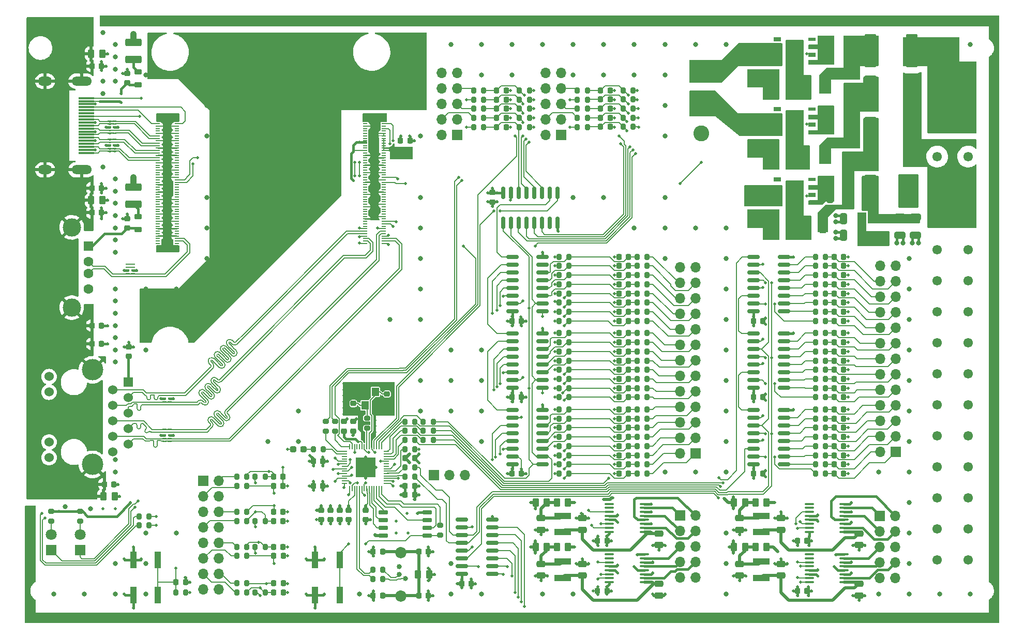
<source format=gtl>
G04 #@! TF.GenerationSoftware,KiCad,Pcbnew,(6.0.9-0)*
G04 #@! TF.CreationDate,2023-02-07T08:34:20+01:00*
G04 #@! TF.ProjectId,Cockpit-CPU-Card,436f636b-7069-4742-9d43-50552d436172,A*
G04 #@! TF.SameCoordinates,Original*
G04 #@! TF.FileFunction,Copper,L1,Top*
G04 #@! TF.FilePolarity,Positive*
%FSLAX46Y46*%
G04 Gerber Fmt 4.6, Leading zero omitted, Abs format (unit mm)*
G04 Created by KiCad (PCBNEW (6.0.9-0)) date 2023-02-07 08:34:20*
%MOMM*%
%LPD*%
G01*
G04 APERTURE LIST*
G04 Aperture macros list*
%AMRoundRect*
0 Rectangle with rounded corners*
0 $1 Rounding radius*
0 $2 $3 $4 $5 $6 $7 $8 $9 X,Y pos of 4 corners*
0 Add a 4 corners polygon primitive as box body*
4,1,4,$2,$3,$4,$5,$6,$7,$8,$9,$2,$3,0*
0 Add four circle primitives for the rounded corners*
1,1,$1+$1,$2,$3*
1,1,$1+$1,$4,$5*
1,1,$1+$1,$6,$7*
1,1,$1+$1,$8,$9*
0 Add four rect primitives between the rounded corners*
20,1,$1+$1,$2,$3,$4,$5,0*
20,1,$1+$1,$4,$5,$6,$7,0*
20,1,$1+$1,$6,$7,$8,$9,0*
20,1,$1+$1,$8,$9,$2,$3,0*%
G04 Aperture macros list end*
G04 #@! TA.AperFunction,SMDPad,CuDef*
%ADD10RoundRect,0.200000X-0.200000X-0.275000X0.200000X-0.275000X0.200000X0.275000X-0.200000X0.275000X0*%
G04 #@! TD*
G04 #@! TA.AperFunction,SMDPad,CuDef*
%ADD11R,1.000000X2.800000*%
G04 #@! TD*
G04 #@! TA.AperFunction,SMDPad,CuDef*
%ADD12RoundRect,0.225000X-0.225000X-0.250000X0.225000X-0.250000X0.225000X0.250000X-0.225000X0.250000X0*%
G04 #@! TD*
G04 #@! TA.AperFunction,SMDPad,CuDef*
%ADD13RoundRect,0.200000X0.200000X0.275000X-0.200000X0.275000X-0.200000X-0.275000X0.200000X-0.275000X0*%
G04 #@! TD*
G04 #@! TA.AperFunction,SMDPad,CuDef*
%ADD14RoundRect,0.200000X-0.275000X0.200000X-0.275000X-0.200000X0.275000X-0.200000X0.275000X0.200000X0*%
G04 #@! TD*
G04 #@! TA.AperFunction,SMDPad,CuDef*
%ADD15RoundRect,0.019000X0.256000X-0.076000X0.256000X0.076000X-0.256000X0.076000X-0.256000X-0.076000X0*%
G04 #@! TD*
G04 #@! TA.AperFunction,SMDPad,CuDef*
%ADD16RoundRect,0.040000X0.235000X-0.160000X0.235000X0.160000X-0.235000X0.160000X-0.235000X-0.160000X0*%
G04 #@! TD*
G04 #@! TA.AperFunction,SMDPad,CuDef*
%ADD17RoundRect,0.250000X-0.262500X-0.450000X0.262500X-0.450000X0.262500X0.450000X-0.262500X0.450000X0*%
G04 #@! TD*
G04 #@! TA.AperFunction,SMDPad,CuDef*
%ADD18RoundRect,0.150000X0.825000X0.150000X-0.825000X0.150000X-0.825000X-0.150000X0.825000X-0.150000X0*%
G04 #@! TD*
G04 #@! TA.AperFunction,ComponentPad*
%ADD19R,1.700000X1.700000*%
G04 #@! TD*
G04 #@! TA.AperFunction,ComponentPad*
%ADD20O,1.700000X1.700000*%
G04 #@! TD*
G04 #@! TA.AperFunction,SMDPad,CuDef*
%ADD21RoundRect,0.050000X0.387500X0.050000X-0.387500X0.050000X-0.387500X-0.050000X0.387500X-0.050000X0*%
G04 #@! TD*
G04 #@! TA.AperFunction,SMDPad,CuDef*
%ADD22RoundRect,0.050000X0.050000X0.387500X-0.050000X0.387500X-0.050000X-0.387500X0.050000X-0.387500X0*%
G04 #@! TD*
G04 #@! TA.AperFunction,SMDPad,CuDef*
%ADD23R,3.200000X3.200000*%
G04 #@! TD*
G04 #@! TA.AperFunction,SMDPad,CuDef*
%ADD24RoundRect,0.250000X0.325000X0.650000X-0.325000X0.650000X-0.325000X-0.650000X0.325000X-0.650000X0*%
G04 #@! TD*
G04 #@! TA.AperFunction,SMDPad,CuDef*
%ADD25RoundRect,0.225000X0.225000X0.250000X-0.225000X0.250000X-0.225000X-0.250000X0.225000X-0.250000X0*%
G04 #@! TD*
G04 #@! TA.AperFunction,SMDPad,CuDef*
%ADD26RoundRect,0.019000X-0.256000X0.076000X-0.256000X-0.076000X0.256000X-0.076000X0.256000X0.076000X0*%
G04 #@! TD*
G04 #@! TA.AperFunction,SMDPad,CuDef*
%ADD27RoundRect,0.040000X-0.235000X0.160000X-0.235000X-0.160000X0.235000X-0.160000X0.235000X0.160000X0*%
G04 #@! TD*
G04 #@! TA.AperFunction,SMDPad,CuDef*
%ADD28R,2.800000X1.000000*%
G04 #@! TD*
G04 #@! TA.AperFunction,SMDPad,CuDef*
%ADD29RoundRect,0.250000X0.475000X-0.250000X0.475000X0.250000X-0.475000X0.250000X-0.475000X-0.250000X0*%
G04 #@! TD*
G04 #@! TA.AperFunction,SMDPad,CuDef*
%ADD30RoundRect,0.250000X0.262500X0.450000X-0.262500X0.450000X-0.262500X-0.450000X0.262500X-0.450000X0*%
G04 #@! TD*
G04 #@! TA.AperFunction,SMDPad,CuDef*
%ADD31RoundRect,0.250000X1.075000X-0.375000X1.075000X0.375000X-1.075000X0.375000X-1.075000X-0.375000X0*%
G04 #@! TD*
G04 #@! TA.AperFunction,SMDPad,CuDef*
%ADD32RoundRect,0.200000X0.275000X-0.200000X0.275000X0.200000X-0.275000X0.200000X-0.275000X-0.200000X0*%
G04 #@! TD*
G04 #@! TA.AperFunction,SMDPad,CuDef*
%ADD33RoundRect,0.225000X0.250000X-0.225000X0.250000X0.225000X-0.250000X0.225000X-0.250000X-0.225000X0*%
G04 #@! TD*
G04 #@! TA.AperFunction,SMDPad,CuDef*
%ADD34RoundRect,0.250000X-0.712500X-2.475000X0.712500X-2.475000X0.712500X2.475000X-0.712500X2.475000X0*%
G04 #@! TD*
G04 #@! TA.AperFunction,SMDPad,CuDef*
%ADD35R,1.200000X1.400000*%
G04 #@! TD*
G04 #@! TA.AperFunction,ComponentPad*
%ADD36C,0.840000*%
G04 #@! TD*
G04 #@! TA.AperFunction,ComponentPad*
%ADD37C,1.850000*%
G04 #@! TD*
G04 #@! TA.AperFunction,SMDPad,CuDef*
%ADD38RoundRect,0.225000X-0.250000X0.225000X-0.250000X-0.225000X0.250000X-0.225000X0.250000X0.225000X0*%
G04 #@! TD*
G04 #@! TA.AperFunction,SMDPad,CuDef*
%ADD39RoundRect,0.150000X0.650000X0.150000X-0.650000X0.150000X-0.650000X-0.150000X0.650000X-0.150000X0*%
G04 #@! TD*
G04 #@! TA.AperFunction,ComponentPad*
%ADD40R,1.500000X1.600000*%
G04 #@! TD*
G04 #@! TA.AperFunction,ComponentPad*
%ADD41C,1.600000*%
G04 #@! TD*
G04 #@! TA.AperFunction,ComponentPad*
%ADD42C,3.000000*%
G04 #@! TD*
G04 #@! TA.AperFunction,SMDPad,CuDef*
%ADD43RoundRect,0.250000X-0.650000X0.325000X-0.650000X-0.325000X0.650000X-0.325000X0.650000X0.325000X0*%
G04 #@! TD*
G04 #@! TA.AperFunction,SMDPad,CuDef*
%ADD44RoundRect,0.100000X-0.637500X-0.100000X0.637500X-0.100000X0.637500X0.100000X-0.637500X0.100000X0*%
G04 #@! TD*
G04 #@! TA.AperFunction,SMDPad,CuDef*
%ADD45R,1.310000X0.650000*%
G04 #@! TD*
G04 #@! TA.AperFunction,SMDPad,CuDef*
%ADD46R,1.310000X0.600000*%
G04 #@! TD*
G04 #@! TA.AperFunction,SMDPad,CuDef*
%ADD47R,1.325000X1.500000*%
G04 #@! TD*
G04 #@! TA.AperFunction,SMDPad,CuDef*
%ADD48RoundRect,0.250000X-0.475000X0.250000X-0.475000X-0.250000X0.475000X-0.250000X0.475000X0.250000X0*%
G04 #@! TD*
G04 #@! TA.AperFunction,ComponentPad*
%ADD49R,1.524000X1.524000*%
G04 #@! TD*
G04 #@! TA.AperFunction,ComponentPad*
%ADD50C,1.524000*%
G04 #@! TD*
G04 #@! TA.AperFunction,ComponentPad*
%ADD51C,3.500000*%
G04 #@! TD*
G04 #@! TA.AperFunction,SMDPad,CuDef*
%ADD52R,0.700000X0.200000*%
G04 #@! TD*
G04 #@! TA.AperFunction,ComponentPad*
%ADD53RoundRect,0.249999X-0.525001X0.525001X-0.525001X-0.525001X0.525001X-0.525001X0.525001X0.525001X0*%
G04 #@! TD*
G04 #@! TA.AperFunction,ComponentPad*
%ADD54C,1.550000*%
G04 #@! TD*
G04 #@! TA.AperFunction,SMDPad,CuDef*
%ADD55RoundRect,0.218750X-0.381250X0.218750X-0.381250X-0.218750X0.381250X-0.218750X0.381250X0.218750X0*%
G04 #@! TD*
G04 #@! TA.AperFunction,SMDPad,CuDef*
%ADD56RoundRect,0.237500X-0.287500X-0.237500X0.287500X-0.237500X0.287500X0.237500X-0.287500X0.237500X0*%
G04 #@! TD*
G04 #@! TA.AperFunction,SMDPad,CuDef*
%ADD57RoundRect,0.150000X0.150000X-0.825000X0.150000X0.825000X-0.150000X0.825000X-0.150000X-0.825000X0*%
G04 #@! TD*
G04 #@! TA.AperFunction,ComponentPad*
%ADD58R,2.600000X2.600000*%
G04 #@! TD*
G04 #@! TA.AperFunction,ComponentPad*
%ADD59C,2.600000*%
G04 #@! TD*
G04 #@! TA.AperFunction,SMDPad,CuDef*
%ADD60R,2.600000X0.300000*%
G04 #@! TD*
G04 #@! TA.AperFunction,ComponentPad*
%ADD61O,3.300000X1.500000*%
G04 #@! TD*
G04 #@! TA.AperFunction,ComponentPad*
%ADD62O,2.300000X1.500000*%
G04 #@! TD*
G04 #@! TA.AperFunction,ComponentPad*
%ADD63R,1.800000X1.800000*%
G04 #@! TD*
G04 #@! TA.AperFunction,ComponentPad*
%ADD64C,1.800000*%
G04 #@! TD*
G04 #@! TA.AperFunction,ViaPad*
%ADD65C,0.500000*%
G04 #@! TD*
G04 #@! TA.AperFunction,ViaPad*
%ADD66C,0.800000*%
G04 #@! TD*
G04 #@! TA.AperFunction,ViaPad*
%ADD67C,0.460000*%
G04 #@! TD*
G04 #@! TA.AperFunction,Conductor*
%ADD68C,0.400000*%
G04 #@! TD*
G04 #@! TA.AperFunction,Conductor*
%ADD69C,0.200000*%
G04 #@! TD*
G04 #@! TA.AperFunction,Conductor*
%ADD70C,0.500000*%
G04 #@! TD*
G04 #@! TA.AperFunction,Conductor*
%ADD71C,0.150000*%
G04 #@! TD*
G04 #@! TA.AperFunction,Conductor*
%ADD72C,0.250000*%
G04 #@! TD*
G04 #@! TA.AperFunction,Conductor*
%ADD73C,1.000000*%
G04 #@! TD*
G04 APERTURE END LIST*
D10*
X143700000Y-66990000D03*
X145350000Y-66990000D03*
X107925000Y-144705000D03*
X109575000Y-144705000D03*
D11*
X200850000Y-84500000D03*
X198150000Y-84500000D03*
D12*
X127225000Y-138000000D03*
X128775000Y-138000000D03*
X189475000Y-112750000D03*
X191025000Y-112750000D03*
D13*
X169825000Y-66980000D03*
X168175000Y-66980000D03*
D14*
X138250000Y-133675000D03*
X138250000Y-135325000D03*
D15*
X87900000Y-93000000D03*
X87900000Y-92500000D03*
D16*
X87900000Y-92000000D03*
D15*
X87900000Y-91500000D03*
X87900000Y-91000000D03*
X87100000Y-91000000D03*
X87100000Y-91500000D03*
D16*
X87100000Y-92000000D03*
D15*
X87100000Y-92500000D03*
X87100000Y-93000000D03*
D12*
X202725000Y-117750000D03*
X204275000Y-117750000D03*
D10*
X157675000Y-92750000D03*
X159325000Y-92750000D03*
D12*
X202725000Y-108250000D03*
X204275000Y-108250000D03*
D10*
X135425000Y-118250000D03*
X137075000Y-118250000D03*
D17*
X134587500Y-141750000D03*
X136412500Y-141750000D03*
D18*
X154975000Y-111195000D03*
X154975000Y-109925000D03*
X154975000Y-108655000D03*
X154975000Y-107385000D03*
X154975000Y-106115000D03*
X154975000Y-104845000D03*
X154975000Y-103575000D03*
X154975000Y-102305000D03*
X150025000Y-102305000D03*
X150025000Y-103575000D03*
X150025000Y-104845000D03*
X150025000Y-106115000D03*
X150025000Y-107385000D03*
X150025000Y-108655000D03*
X150025000Y-109925000D03*
X150025000Y-111195000D03*
D13*
X145350000Y-65495000D03*
X143700000Y-65495000D03*
D12*
X202725000Y-103750000D03*
X204275000Y-103750000D03*
X149975000Y-100250000D03*
X151525000Y-100250000D03*
D19*
X158025000Y-69825000D03*
D20*
X155485000Y-69825000D03*
X158025000Y-67285000D03*
X155485000Y-67285000D03*
X158025000Y-64745000D03*
X155485000Y-64745000D03*
X158025000Y-62205000D03*
X155485000Y-62205000D03*
X158025000Y-59665000D03*
X155485000Y-59665000D03*
D21*
X129437500Y-126850000D03*
X129437500Y-126450000D03*
X129437500Y-126050000D03*
X129437500Y-125650000D03*
X129437500Y-125250000D03*
X129437500Y-124850000D03*
X129437500Y-124450000D03*
X129437500Y-124050000D03*
X129437500Y-123650000D03*
X129437500Y-123250000D03*
X129437500Y-122850000D03*
X129437500Y-122450000D03*
X129437500Y-122050000D03*
X129437500Y-121650000D03*
D22*
X128600000Y-120812500D03*
X128200000Y-120812500D03*
X127800000Y-120812500D03*
X127400000Y-120812500D03*
X127000000Y-120812500D03*
X126600000Y-120812500D03*
X126200000Y-120812500D03*
X125800000Y-120812500D03*
X125400000Y-120812500D03*
X125000000Y-120812500D03*
X124600000Y-120812500D03*
X124200000Y-120812500D03*
X123800000Y-120812500D03*
X123400000Y-120812500D03*
D21*
X122562500Y-121650000D03*
X122562500Y-122050000D03*
X122562500Y-122450000D03*
X122562500Y-122850000D03*
X122562500Y-123250000D03*
X122562500Y-123650000D03*
X122562500Y-124050000D03*
X122562500Y-124450000D03*
X122562500Y-124850000D03*
X122562500Y-125250000D03*
X122562500Y-125650000D03*
X122562500Y-126050000D03*
X122562500Y-126450000D03*
X122562500Y-126850000D03*
D22*
X123400000Y-127687500D03*
X123800000Y-127687500D03*
X124200000Y-127687500D03*
X124600000Y-127687500D03*
X125000000Y-127687500D03*
X125400000Y-127687500D03*
X125800000Y-127687500D03*
X126200000Y-127687500D03*
X126600000Y-127687500D03*
X127000000Y-127687500D03*
X127400000Y-127687500D03*
X127800000Y-127687500D03*
X128200000Y-127687500D03*
X128600000Y-127687500D03*
D23*
X126000000Y-124250000D03*
D10*
X170425000Y-108250000D03*
X172075000Y-108250000D03*
D13*
X106575000Y-143205000D03*
X104925000Y-143205000D03*
D24*
X204975000Y-77500000D03*
X202025000Y-77500000D03*
D25*
X169025000Y-92750000D03*
X167475000Y-92750000D03*
D26*
X93100000Y-112000000D03*
X93100000Y-112500000D03*
D27*
X93100000Y-113000000D03*
D26*
X93100000Y-113500000D03*
X93100000Y-114000000D03*
X93900000Y-114000000D03*
X93900000Y-113500000D03*
D27*
X93900000Y-113000000D03*
D26*
X93900000Y-112500000D03*
X93900000Y-112000000D03*
D12*
X132475000Y-122750000D03*
X134025000Y-122750000D03*
D28*
X190750000Y-134850000D03*
X190750000Y-132150000D03*
D25*
X169025000Y-105250000D03*
X167475000Y-105250000D03*
D13*
X201325000Y-114750000D03*
X199675000Y-114750000D03*
D25*
X169025000Y-114750000D03*
X167475000Y-114750000D03*
D29*
X161500000Y-141950000D03*
X161500000Y-140050000D03*
D11*
X88000000Y-139350000D03*
X88000000Y-145150000D03*
X92000000Y-139350000D03*
X92000000Y-145150000D03*
D30*
X159162500Y-130000000D03*
X157337500Y-130000000D03*
D12*
X189475000Y-125275000D03*
X191025000Y-125275000D03*
D10*
X104910000Y-131500000D03*
X106560000Y-131500000D03*
D25*
X169025000Y-89750000D03*
X167475000Y-89750000D03*
D12*
X110975000Y-138750000D03*
X112525000Y-138750000D03*
D31*
X88000000Y-57400000D03*
X88000000Y-54600000D03*
D25*
X169025000Y-112750000D03*
X167475000Y-112750000D03*
D10*
X157675000Y-103750000D03*
X159325000Y-103750000D03*
X199675000Y-125250000D03*
X201325000Y-125250000D03*
D13*
X201325000Y-95750000D03*
X199675000Y-95750000D03*
D10*
X135425000Y-116750000D03*
X137075000Y-116750000D03*
D19*
X212775000Y-121725000D03*
D20*
X210235000Y-121725000D03*
X212775000Y-119185000D03*
X210235000Y-119185000D03*
X212775000Y-116645000D03*
X210235000Y-116645000D03*
X212775000Y-114105000D03*
X210235000Y-114105000D03*
X212775000Y-111565000D03*
X210235000Y-111565000D03*
X212775000Y-109025000D03*
X210235000Y-109025000D03*
X212775000Y-106485000D03*
X210235000Y-106485000D03*
X212775000Y-103945000D03*
X210235000Y-103945000D03*
X212775000Y-101405000D03*
X210235000Y-101405000D03*
X212775000Y-98865000D03*
X210235000Y-98865000D03*
X212775000Y-96325000D03*
X210235000Y-96325000D03*
X212775000Y-93785000D03*
X210235000Y-93785000D03*
X212775000Y-91245000D03*
X210235000Y-91245000D03*
D10*
X157675000Y-102250000D03*
X159325000Y-102250000D03*
D25*
X169025000Y-123750000D03*
X167475000Y-123750000D03*
D11*
X117750000Y-139350000D03*
X117750000Y-145150000D03*
X121750000Y-145150000D03*
X121750000Y-139350000D03*
D10*
X132425000Y-124250000D03*
X134075000Y-124250000D03*
D12*
X132475000Y-128750000D03*
X134025000Y-128750000D03*
D32*
X119500000Y-118325000D03*
X119500000Y-116675000D03*
D10*
X170425000Y-123750000D03*
X172075000Y-123750000D03*
D13*
X119075000Y-121250000D03*
X117425000Y-121250000D03*
D12*
X164475000Y-68480000D03*
X166025000Y-68480000D03*
D19*
X210210000Y-132170000D03*
D20*
X212750000Y-132170000D03*
X210210000Y-134710000D03*
X212750000Y-134710000D03*
X210210000Y-137250000D03*
X212750000Y-137250000D03*
X210210000Y-139790000D03*
X212750000Y-139790000D03*
X210210000Y-142330000D03*
X212750000Y-142330000D03*
D10*
X143675000Y-62500000D03*
X145325000Y-62500000D03*
D12*
X202725000Y-102250000D03*
X204275000Y-102250000D03*
X164475000Y-63990000D03*
X166025000Y-63990000D03*
D13*
X106575000Y-144705000D03*
X104925000Y-144705000D03*
D17*
X83087500Y-129000000D03*
X84912500Y-129000000D03*
D25*
X133275000Y-70750000D03*
X131725000Y-70750000D03*
D14*
X126250000Y-116175000D03*
X126250000Y-117825000D03*
D12*
X202725000Y-125250000D03*
X204275000Y-125250000D03*
D25*
X169025000Y-108250000D03*
X167475000Y-108250000D03*
D11*
X200850000Y-61500000D03*
X198150000Y-61500000D03*
D10*
X170425000Y-95750000D03*
X172075000Y-95750000D03*
X104910000Y-125750000D03*
X106560000Y-125750000D03*
D12*
X202725000Y-123750000D03*
X204275000Y-123750000D03*
X164475000Y-62500000D03*
X166025000Y-62500000D03*
D14*
X74500000Y-131425000D03*
X74500000Y-133075000D03*
D24*
X195975000Y-63000000D03*
X193025000Y-63000000D03*
D13*
X172075000Y-103750000D03*
X170425000Y-103750000D03*
D33*
X122500000Y-118275000D03*
X122500000Y-116725000D03*
D18*
X154975000Y-123695000D03*
X154975000Y-122425000D03*
X154975000Y-121155000D03*
X154975000Y-119885000D03*
X154975000Y-118615000D03*
X154975000Y-117345000D03*
X154975000Y-116075000D03*
X154975000Y-114805000D03*
X150025000Y-114805000D03*
X150025000Y-116075000D03*
X150025000Y-117345000D03*
X150025000Y-118615000D03*
X150025000Y-119885000D03*
X150025000Y-121155000D03*
X150025000Y-122425000D03*
X150025000Y-123695000D03*
D13*
X201325000Y-105250000D03*
X199675000Y-105250000D03*
D34*
X208612500Y-62750000D03*
X215387500Y-62750000D03*
D10*
X199675000Y-116250000D03*
X201325000Y-116250000D03*
D19*
X141025000Y-69820000D03*
D20*
X138485000Y-69820000D03*
X141025000Y-67280000D03*
X138485000Y-67280000D03*
X141025000Y-64740000D03*
X138485000Y-64740000D03*
X141025000Y-62200000D03*
X138485000Y-62200000D03*
X141025000Y-59660000D03*
X138485000Y-59660000D03*
D14*
X189000000Y-69425000D03*
X189000000Y-71075000D03*
D33*
X87000000Y-85025000D03*
X87000000Y-83475000D03*
D12*
X147475000Y-65500000D03*
X149025000Y-65500000D03*
X202725000Y-109750000D03*
X204275000Y-109750000D03*
D13*
X172075000Y-125250000D03*
X170425000Y-125250000D03*
D25*
X119025000Y-123250000D03*
X117475000Y-123250000D03*
D35*
X127600000Y-114100000D03*
X127600000Y-111900000D03*
X125900000Y-111900000D03*
X125900000Y-114100000D03*
D10*
X199675000Y-103750000D03*
X201325000Y-103750000D03*
D18*
X154975000Y-98695000D03*
X154975000Y-97425000D03*
X154975000Y-96155000D03*
X154975000Y-94885000D03*
X154975000Y-93615000D03*
X154975000Y-92345000D03*
X154975000Y-91075000D03*
X154975000Y-89805000D03*
X150025000Y-89805000D03*
X150025000Y-91075000D03*
X150025000Y-92345000D03*
X150025000Y-93615000D03*
X150025000Y-94885000D03*
X150025000Y-96155000D03*
X150025000Y-97425000D03*
X150025000Y-98695000D03*
D24*
X204975000Y-57000000D03*
X202025000Y-57000000D03*
D10*
X107910000Y-137250000D03*
X109560000Y-137250000D03*
D36*
X132530000Y-142400000D03*
X131530000Y-141750000D03*
X131530000Y-140450000D03*
D37*
X131750000Y-145325000D03*
X131750000Y-138175000D03*
D25*
X169025000Y-97250000D03*
X167475000Y-97250000D03*
D13*
X162325000Y-62500000D03*
X160675000Y-62500000D03*
X201325000Y-117750000D03*
X199675000Y-117750000D03*
D10*
X157675000Y-116250000D03*
X159325000Y-116250000D03*
D19*
X177460000Y-132125000D03*
D20*
X180000000Y-132125000D03*
X177460000Y-134665000D03*
X180000000Y-134665000D03*
X177460000Y-137205000D03*
X180000000Y-137205000D03*
X177460000Y-139745000D03*
X180000000Y-139745000D03*
X177460000Y-142285000D03*
X180000000Y-142285000D03*
D10*
X160675000Y-66990000D03*
X162325000Y-66990000D03*
D38*
X123250000Y-131225000D03*
X123250000Y-132775000D03*
D10*
X104910000Y-127250000D03*
X106560000Y-127250000D03*
X199675000Y-100250000D03*
X201325000Y-100250000D03*
D13*
X169825000Y-68480000D03*
X168175000Y-68480000D03*
D12*
X202725000Y-89750000D03*
X204275000Y-89750000D03*
D39*
X136100000Y-135405000D03*
X136100000Y-134135000D03*
X136100000Y-132865000D03*
X136100000Y-131595000D03*
X128900000Y-131595000D03*
X128900000Y-132865000D03*
X128900000Y-134135000D03*
X128900000Y-135405000D03*
D10*
X170425000Y-92750000D03*
X172075000Y-92750000D03*
D25*
X82775000Y-101000000D03*
X81225000Y-101000000D03*
D24*
X204975000Y-68500000D03*
X202025000Y-68500000D03*
D25*
X169025000Y-122250000D03*
X167475000Y-122250000D03*
D10*
X157675000Y-108250000D03*
X159325000Y-108250000D03*
D13*
X90575000Y-133750000D03*
X88925000Y-133750000D03*
X152825000Y-62500000D03*
X151175000Y-62500000D03*
D10*
X157675000Y-117750000D03*
X159325000Y-117750000D03*
D24*
X204975000Y-66000000D03*
X202025000Y-66000000D03*
D12*
X110960000Y-137250000D03*
X112510000Y-137250000D03*
D25*
X169025000Y-94250000D03*
X167475000Y-94250000D03*
D10*
X157675000Y-109750000D03*
X159325000Y-109750000D03*
X143700000Y-63995000D03*
X145350000Y-63995000D03*
D13*
X172075000Y-106750000D03*
X170425000Y-106750000D03*
D10*
X132425000Y-119750000D03*
X134075000Y-119750000D03*
X157675000Y-119250000D03*
X159325000Y-119250000D03*
D25*
X169025000Y-98750000D03*
X167475000Y-98750000D03*
D40*
X80610000Y-88000000D03*
D41*
X80610000Y-90500000D03*
X80610000Y-92500000D03*
X80610000Y-95000000D03*
D42*
X77900000Y-98070000D03*
X77900000Y-84930000D03*
D14*
X189000000Y-80925000D03*
X189000000Y-82575000D03*
D25*
X84775000Y-127000000D03*
X83225000Y-127000000D03*
X82775000Y-82500000D03*
X81225000Y-82500000D03*
D10*
X157675000Y-125250000D03*
X159325000Y-125250000D03*
D12*
X202725000Y-111250000D03*
X204275000Y-111250000D03*
D43*
X213500000Y-83275000D03*
X213500000Y-86225000D03*
D12*
X189475000Y-100275000D03*
X191025000Y-100275000D03*
D44*
X165887500Y-138475000D03*
X165887500Y-139125000D03*
X165887500Y-139775000D03*
X165887500Y-140425000D03*
X165887500Y-141075000D03*
X165887500Y-141725000D03*
X165887500Y-142375000D03*
X165887500Y-143025000D03*
X171612500Y-143025000D03*
X171612500Y-142375000D03*
X171612500Y-141725000D03*
X171612500Y-141075000D03*
X171612500Y-140425000D03*
X171612500Y-139775000D03*
X171612500Y-139125000D03*
X171612500Y-138475000D03*
D28*
X158250000Y-142350000D03*
X158250000Y-139650000D03*
D13*
X169825000Y-63990000D03*
X168175000Y-63990000D03*
D10*
X170425000Y-102250000D03*
X172075000Y-102250000D03*
D45*
X199095000Y-57905000D03*
X199095000Y-56635000D03*
X199095000Y-55365000D03*
D46*
X199095000Y-54095000D03*
D45*
X193405000Y-54095000D03*
X193405000Y-55365000D03*
X193405000Y-56635000D03*
X193405000Y-57905000D03*
D47*
X195587500Y-56750000D03*
X196912500Y-55250000D03*
X195587500Y-55250000D03*
X196912500Y-56750000D03*
D24*
X195975000Y-60500000D03*
X193025000Y-60500000D03*
D25*
X119025000Y-127250000D03*
X117475000Y-127250000D03*
D13*
X106560000Y-133000000D03*
X104910000Y-133000000D03*
D48*
X154750000Y-132550000D03*
X154750000Y-134450000D03*
D10*
X157675000Y-91250000D03*
X159325000Y-91250000D03*
D31*
X88000000Y-81150000D03*
X88000000Y-78350000D03*
D49*
X87140000Y-110285000D03*
D50*
X84600000Y-111555000D03*
X87140000Y-112825000D03*
X84600000Y-114095000D03*
X87140000Y-115365000D03*
X84600000Y-116635000D03*
X87140000Y-117905000D03*
X84600000Y-119175000D03*
X87140000Y-120445000D03*
X84600000Y-121715000D03*
X74186000Y-109370600D03*
X74186000Y-111910600D03*
X74186000Y-120089400D03*
X74186000Y-122629400D03*
D51*
X81298000Y-123747000D03*
X81298000Y-108253000D03*
D13*
X162325000Y-68490000D03*
X160675000Y-68490000D03*
X152825000Y-65500000D03*
X151175000Y-65500000D03*
D24*
X204975000Y-80000000D03*
X202025000Y-80000000D03*
D30*
X191662500Y-137250000D03*
X189837500Y-137250000D03*
D12*
X202725000Y-116250000D03*
X204275000Y-116250000D03*
D25*
X198275000Y-136250000D03*
X196725000Y-136250000D03*
D10*
X199675000Y-122250000D03*
X201325000Y-122250000D03*
D12*
X202725000Y-94250000D03*
X204275000Y-94250000D03*
X110975000Y-143205000D03*
X112525000Y-143205000D03*
D52*
X129000000Y-87550000D03*
X125920000Y-87550000D03*
X129000000Y-87150000D03*
X125920000Y-87150000D03*
X129000000Y-86750000D03*
X125920000Y-86750000D03*
X129000000Y-86350000D03*
X125920000Y-86350000D03*
X129000000Y-85950000D03*
X125920000Y-85950000D03*
X129000000Y-85550000D03*
X125920000Y-85550000D03*
X129000000Y-85150000D03*
X125920000Y-85150000D03*
X129000000Y-84750000D03*
X125920000Y-84750000D03*
X129000000Y-84350000D03*
X125920000Y-84350000D03*
X129000000Y-83950000D03*
X125920000Y-83950000D03*
X129000000Y-83550000D03*
X125920000Y-83550000D03*
X129000000Y-83150000D03*
X125920000Y-83150000D03*
X129000000Y-82750000D03*
X125920000Y-82750000D03*
X129000000Y-82350000D03*
X125920000Y-82350000D03*
X129000000Y-81950000D03*
X125920000Y-81950000D03*
X129000000Y-81550000D03*
X125920000Y-81550000D03*
X129000000Y-81150000D03*
X125920000Y-81150000D03*
X129000000Y-80750000D03*
X125920000Y-80750000D03*
X129000000Y-80350000D03*
X125920000Y-80350000D03*
X129000000Y-79950000D03*
X125920000Y-79950000D03*
X129000000Y-79550000D03*
X125920000Y-79550000D03*
X129000000Y-79150000D03*
X125920000Y-79150000D03*
X129000000Y-78750000D03*
X125920000Y-78750000D03*
X129000000Y-78350000D03*
X125920000Y-78350000D03*
X129000000Y-77950000D03*
X125920000Y-77950000D03*
X129000000Y-77550000D03*
X125920000Y-77550000D03*
X129000000Y-77150000D03*
X125920000Y-77150000D03*
X129000000Y-76750000D03*
X125920000Y-76750000D03*
X129000000Y-76350000D03*
X125920000Y-76350000D03*
X129000000Y-75950000D03*
X125920000Y-75950000D03*
X129000000Y-75550000D03*
X125920000Y-75550000D03*
X129000000Y-75150000D03*
X125920000Y-75150000D03*
X129000000Y-74750000D03*
X125920000Y-74750000D03*
X129000000Y-74350000D03*
X125920000Y-74350000D03*
X129000000Y-73950000D03*
X125920000Y-73950000D03*
X129000000Y-73550000D03*
X125920000Y-73550000D03*
X129000000Y-73150000D03*
X125920000Y-73150000D03*
X129000000Y-72750000D03*
X125920000Y-72750000D03*
X129000000Y-72350000D03*
X125920000Y-72350000D03*
X129000000Y-71950000D03*
X125920000Y-71950000D03*
X129000000Y-71550000D03*
X125920000Y-71550000D03*
X129000000Y-71150000D03*
X125920000Y-71150000D03*
X129000000Y-70750000D03*
X125920000Y-70750000D03*
X129000000Y-70350000D03*
X125920000Y-70350000D03*
X129000000Y-69950000D03*
X125920000Y-69950000D03*
X129000000Y-69550000D03*
X125920000Y-69550000D03*
X129000000Y-69150000D03*
X125920000Y-69150000D03*
X129000000Y-68750000D03*
X125920000Y-68750000D03*
X129000000Y-68350000D03*
X125920000Y-68350000D03*
X129000000Y-67950000D03*
X125920000Y-67950000D03*
X95080000Y-87550000D03*
X92000000Y-87550000D03*
X95080000Y-87150000D03*
X92000000Y-87150000D03*
X95080000Y-86750000D03*
X92000000Y-86750000D03*
X95080000Y-86350000D03*
X92000000Y-86350000D03*
X95080000Y-85950000D03*
X92000000Y-85950000D03*
X95080000Y-85550000D03*
X92000000Y-85550000D03*
X95080000Y-85150000D03*
X92000000Y-85150000D03*
X95080000Y-84750000D03*
X92000000Y-84750000D03*
X95080000Y-84350000D03*
X92000000Y-84350000D03*
X95080000Y-83950000D03*
X92000000Y-83950000D03*
X95080000Y-83550000D03*
X92000000Y-83550000D03*
X95080000Y-83150000D03*
X92000000Y-83150000D03*
X95080000Y-82750000D03*
X92000000Y-82750000D03*
X95080000Y-82350000D03*
X92000000Y-82350000D03*
X95080000Y-81950000D03*
X92000000Y-81950000D03*
X95080000Y-81550000D03*
X92000000Y-81550000D03*
X95080000Y-81150000D03*
X92000000Y-81150000D03*
X95080000Y-80750000D03*
X92000000Y-80750000D03*
X95080000Y-80350000D03*
X92000000Y-80350000D03*
X95080000Y-79950000D03*
X92000000Y-79950000D03*
X95080000Y-79550000D03*
X92000000Y-79550000D03*
X95080000Y-79150000D03*
X92000000Y-79150000D03*
X95080000Y-78750000D03*
X92000000Y-78750000D03*
X95080000Y-78350000D03*
X92000000Y-78350000D03*
X95080000Y-77950000D03*
X92000000Y-77950000D03*
X95080000Y-77550000D03*
X92000000Y-77550000D03*
X95080000Y-77150000D03*
X92000000Y-77150000D03*
X95080000Y-76750000D03*
X92000000Y-76750000D03*
X95080000Y-76350000D03*
X92000000Y-76350000D03*
X95080000Y-75950000D03*
X92000000Y-75950000D03*
X95080000Y-75550000D03*
X92000000Y-75550000D03*
X95080000Y-75150000D03*
X92000000Y-75150000D03*
X95080000Y-74750000D03*
X92000000Y-74750000D03*
X95080000Y-74350000D03*
X92000000Y-74350000D03*
X95080000Y-73950000D03*
X92000000Y-73950000D03*
X95080000Y-73550000D03*
X92000000Y-73550000D03*
X95080000Y-73150000D03*
X92000000Y-73150000D03*
X95080000Y-72750000D03*
X92000000Y-72750000D03*
X95080000Y-72350000D03*
X92000000Y-72350000D03*
X95080000Y-71950000D03*
X92000000Y-71950000D03*
X95080000Y-71550000D03*
X92000000Y-71550000D03*
X95080000Y-71150000D03*
X92000000Y-71150000D03*
X95080000Y-70750000D03*
X92000000Y-70750000D03*
X95080000Y-70350000D03*
X92000000Y-70350000D03*
X95080000Y-69950000D03*
X92000000Y-69950000D03*
X95080000Y-69550000D03*
X92000000Y-69550000D03*
X95080000Y-69150000D03*
X92000000Y-69150000D03*
X95080000Y-68750000D03*
X92000000Y-68750000D03*
X95080000Y-68350000D03*
X92000000Y-68350000D03*
X95080000Y-67950000D03*
X92000000Y-67950000D03*
D25*
X169025000Y-102250000D03*
X167475000Y-102250000D03*
D24*
X204975000Y-54500000D03*
X202025000Y-54500000D03*
D13*
X96575000Y-144750000D03*
X94925000Y-144750000D03*
D10*
X170425000Y-120750000D03*
X172075000Y-120750000D03*
D11*
X200850000Y-73000000D03*
X198150000Y-73000000D03*
D53*
X224666000Y-63170000D03*
D54*
X224666000Y-68250000D03*
X224666000Y-73330000D03*
X224666000Y-78410000D03*
X224666000Y-83490000D03*
X224666000Y-88570000D03*
X224666000Y-93650000D03*
X224666000Y-98730000D03*
X224666000Y-103810000D03*
X224666000Y-108890000D03*
X224666000Y-113970000D03*
X224666000Y-119050000D03*
X224666000Y-124130000D03*
X224666000Y-129210000D03*
X224666000Y-134290000D03*
X224666000Y-139370000D03*
X219586000Y-63170000D03*
X219586000Y-68250000D03*
X219586000Y-73330000D03*
X219586000Y-78410000D03*
X219586000Y-83490000D03*
X219586000Y-88570000D03*
X219586000Y-93650000D03*
X219586000Y-98730000D03*
X219586000Y-103810000D03*
X219586000Y-108890000D03*
X219586000Y-113970000D03*
X219586000Y-119050000D03*
X219586000Y-124130000D03*
X219586000Y-129210000D03*
X219586000Y-134290000D03*
X219586000Y-139370000D03*
D10*
X157675000Y-95750000D03*
X159325000Y-95750000D03*
D14*
X79250000Y-131425000D03*
X79250000Y-133075000D03*
D10*
X157675000Y-123750000D03*
X159325000Y-123750000D03*
X157675000Y-112750000D03*
X159325000Y-112750000D03*
X107910000Y-133000000D03*
X109560000Y-133000000D03*
D25*
X165525000Y-136250000D03*
X163975000Y-136250000D03*
D28*
X190750000Y-142350000D03*
X190750000Y-139650000D03*
D13*
X128825000Y-141000000D03*
X127175000Y-141000000D03*
D24*
X195975000Y-72000000D03*
X193025000Y-72000000D03*
D10*
X199675000Y-97250000D03*
X201325000Y-97250000D03*
D12*
X147475000Y-62500000D03*
X149025000Y-62500000D03*
D13*
X172075000Y-97250000D03*
X170425000Y-97250000D03*
X162325000Y-65500000D03*
X160675000Y-65500000D03*
X201325000Y-120750000D03*
X199675000Y-120750000D03*
D12*
X202725000Y-119250000D03*
X204275000Y-119250000D03*
D24*
X207225000Y-86250000D03*
X204275000Y-86250000D03*
D10*
X157675000Y-111250000D03*
X159325000Y-111250000D03*
X132425000Y-118250000D03*
X134075000Y-118250000D03*
D13*
X172075000Y-109750000D03*
X170425000Y-109750000D03*
X172075000Y-94250000D03*
X170425000Y-94250000D03*
D19*
X137225000Y-125500000D03*
D20*
X139765000Y-125500000D03*
X142305000Y-125500000D03*
D12*
X127225000Y-145250000D03*
X128775000Y-145250000D03*
D13*
X152825000Y-68495000D03*
X151175000Y-68495000D03*
D38*
X146750000Y-79225000D03*
X146750000Y-80775000D03*
D12*
X110975000Y-144705000D03*
X112525000Y-144705000D03*
D25*
X169025000Y-125250000D03*
X167475000Y-125250000D03*
X169025000Y-120750000D03*
X167475000Y-120750000D03*
D13*
X145350000Y-68490000D03*
X143700000Y-68490000D03*
D25*
X169025000Y-91250000D03*
X167475000Y-91250000D03*
D10*
X132425000Y-121250000D03*
X134075000Y-121250000D03*
D29*
X161500000Y-134450000D03*
X161500000Y-132550000D03*
D43*
X216000000Y-83275000D03*
X216000000Y-86225000D03*
D13*
X201325000Y-108250000D03*
X199675000Y-108250000D03*
D18*
X194475000Y-98695000D03*
X194475000Y-97425000D03*
X194475000Y-96155000D03*
X194475000Y-94885000D03*
X194475000Y-93615000D03*
X194475000Y-92345000D03*
X194475000Y-91075000D03*
X194475000Y-89805000D03*
X189525000Y-89805000D03*
X189525000Y-91075000D03*
X189525000Y-92345000D03*
X189525000Y-93615000D03*
X189525000Y-94885000D03*
X189525000Y-96155000D03*
X189525000Y-97425000D03*
X189525000Y-98695000D03*
D15*
X84900000Y-69500000D03*
X84900000Y-69000000D03*
D16*
X84900000Y-68500000D03*
D15*
X84900000Y-68000000D03*
X84900000Y-67500000D03*
X84100000Y-67500000D03*
X84100000Y-68000000D03*
D16*
X84100000Y-68500000D03*
D15*
X84100000Y-69000000D03*
X84100000Y-69500000D03*
D55*
X88750000Y-83187500D03*
X88750000Y-85312500D03*
D33*
X124000000Y-113775000D03*
X124000000Y-112225000D03*
D12*
X202725000Y-97250000D03*
X204275000Y-97250000D03*
D25*
X82775000Y-104000000D03*
X81225000Y-104000000D03*
D12*
X110960000Y-131500000D03*
X112510000Y-131500000D03*
D10*
X157675000Y-120750000D03*
X159325000Y-120750000D03*
D12*
X202725000Y-114750000D03*
X204275000Y-114750000D03*
D48*
X174000000Y-135050000D03*
X174000000Y-136950000D03*
D13*
X128825000Y-142500000D03*
X127175000Y-142500000D03*
D43*
X191000000Y-57275000D03*
X191000000Y-60225000D03*
D17*
X186337500Y-130000000D03*
X188162500Y-130000000D03*
D12*
X94975000Y-143000000D03*
X96525000Y-143000000D03*
X132475000Y-127250000D03*
X134025000Y-127250000D03*
D13*
X172075000Y-100250000D03*
X170425000Y-100250000D03*
D19*
X99460000Y-126420000D03*
D20*
X102000000Y-126420000D03*
X99460000Y-128960000D03*
X102000000Y-128960000D03*
X99460000Y-131500000D03*
X102000000Y-131500000D03*
X99460000Y-134040000D03*
X102000000Y-134040000D03*
X99460000Y-136580000D03*
X102000000Y-136580000D03*
X99460000Y-139120000D03*
X102000000Y-139120000D03*
X99460000Y-141660000D03*
X102000000Y-141660000D03*
X99460000Y-144200000D03*
X102000000Y-144200000D03*
D12*
X202725000Y-105250000D03*
X204275000Y-105250000D03*
D25*
X169025000Y-119250000D03*
X167475000Y-119250000D03*
D12*
X110960000Y-125750000D03*
X112510000Y-125750000D03*
X202725000Y-122250000D03*
X204275000Y-122250000D03*
D13*
X169825000Y-62500000D03*
X168175000Y-62500000D03*
D10*
X157675000Y-106750000D03*
X159325000Y-106750000D03*
D45*
X199095000Y-69405000D03*
X199095000Y-68135000D03*
X199095000Y-66865000D03*
D46*
X199095000Y-65595000D03*
D45*
X193405000Y-65595000D03*
X193405000Y-66865000D03*
X193405000Y-68135000D03*
X193405000Y-69405000D03*
D47*
X195587500Y-66750000D03*
X196912500Y-66750000D03*
X195587500Y-68250000D03*
X196912500Y-68250000D03*
D38*
X121750000Y-131225000D03*
X121750000Y-132775000D03*
D13*
X172075000Y-122250000D03*
X170425000Y-122250000D03*
D12*
X149975000Y-112750000D03*
X151525000Y-112750000D03*
D48*
X187250000Y-140050000D03*
X187250000Y-141950000D03*
D10*
X157675000Y-97250000D03*
X159325000Y-97250000D03*
D12*
X147475000Y-64000000D03*
X149025000Y-64000000D03*
D25*
X169025000Y-109750000D03*
X167475000Y-109750000D03*
D10*
X199675000Y-94250000D03*
X201325000Y-94250000D03*
D43*
X191000000Y-68775000D03*
X191000000Y-71725000D03*
D56*
X114125000Y-121250000D03*
X115875000Y-121250000D03*
D57*
X148555000Y-84225000D03*
X149825000Y-84225000D03*
X151095000Y-84225000D03*
X152365000Y-84225000D03*
X153635000Y-84225000D03*
X154905000Y-84225000D03*
X156175000Y-84225000D03*
X157445000Y-84225000D03*
X157445000Y-79275000D03*
X156175000Y-79275000D03*
X154905000Y-79275000D03*
X153635000Y-79275000D03*
X152365000Y-79275000D03*
X151095000Y-79275000D03*
X149825000Y-79275000D03*
X148555000Y-79275000D03*
D17*
X186337500Y-137250000D03*
X188162500Y-137250000D03*
D18*
X146725000Y-141695000D03*
X146725000Y-140425000D03*
X146725000Y-139155000D03*
X146725000Y-137885000D03*
X146725000Y-136615000D03*
X146725000Y-135345000D03*
X146725000Y-134075000D03*
X146725000Y-132805000D03*
X141775000Y-132805000D03*
X141775000Y-134075000D03*
X141775000Y-135345000D03*
X141775000Y-136615000D03*
X141775000Y-137885000D03*
X141775000Y-139155000D03*
X141775000Y-140425000D03*
X141775000Y-141695000D03*
D15*
X84900000Y-72500000D03*
X84900000Y-72000000D03*
D16*
X84900000Y-71500000D03*
D15*
X84900000Y-71000000D03*
X84900000Y-70500000D03*
X84100000Y-70500000D03*
X84100000Y-71000000D03*
D16*
X84100000Y-71500000D03*
D15*
X84100000Y-72000000D03*
X84100000Y-72500000D03*
D12*
X202725000Y-100250000D03*
X204275000Y-100250000D03*
D13*
X201325000Y-102250000D03*
X199675000Y-102250000D03*
D38*
X118750000Y-131225000D03*
X118750000Y-132775000D03*
D44*
X198637500Y-138475000D03*
X198637500Y-139125000D03*
X198637500Y-139775000D03*
X198637500Y-140425000D03*
X198637500Y-141075000D03*
X198637500Y-141725000D03*
X198637500Y-142375000D03*
X198637500Y-143025000D03*
X204362500Y-143025000D03*
X204362500Y-142375000D03*
X204362500Y-141725000D03*
X204362500Y-141075000D03*
X204362500Y-140425000D03*
X204362500Y-139775000D03*
X204362500Y-139125000D03*
X204362500Y-138475000D03*
D10*
X104910000Y-137250000D03*
X106560000Y-137250000D03*
D58*
X180945000Y-59410000D03*
D59*
X180945000Y-64490000D03*
X180945000Y-69570000D03*
D24*
X195975000Y-86000000D03*
X193025000Y-86000000D03*
D12*
X202725000Y-112750000D03*
X204275000Y-112750000D03*
D10*
X157675000Y-100250000D03*
X159325000Y-100250000D03*
D25*
X169025000Y-95750000D03*
X167475000Y-95750000D03*
D60*
X80255000Y-72750000D03*
X80255000Y-72250000D03*
X80255000Y-71750000D03*
X80255000Y-71250000D03*
X80255000Y-70750000D03*
X80255000Y-70250000D03*
X80255000Y-69750000D03*
X80255000Y-69250000D03*
X80255000Y-68750000D03*
X80255000Y-68250000D03*
X80255000Y-67750000D03*
X80255000Y-67250000D03*
X80255000Y-66750000D03*
X80255000Y-66250000D03*
X80255000Y-65750000D03*
X80255000Y-65250000D03*
X80255000Y-64750000D03*
X80255000Y-64250000D03*
X80255000Y-63750000D03*
D61*
X79495000Y-75500000D03*
D62*
X73535000Y-61000000D03*
D61*
X79495000Y-61000000D03*
D62*
X73535000Y-75500000D03*
D10*
X170425000Y-117750000D03*
X172075000Y-117750000D03*
D24*
X207225000Y-83500000D03*
X204275000Y-83500000D03*
D12*
X202725000Y-91250000D03*
X204275000Y-91250000D03*
D10*
X132425000Y-125750000D03*
X134075000Y-125750000D03*
D34*
X208612500Y-79000000D03*
X215387500Y-79000000D03*
D17*
X153837500Y-130000000D03*
X155662500Y-130000000D03*
D25*
X169025000Y-103750000D03*
X167475000Y-103750000D03*
D12*
X149975000Y-125250000D03*
X151525000Y-125250000D03*
D13*
X106575000Y-138750000D03*
X104925000Y-138750000D03*
D24*
X195975000Y-83500000D03*
X193025000Y-83500000D03*
D13*
X201325000Y-98750000D03*
X199675000Y-98750000D03*
D10*
X157675000Y-105250000D03*
X159325000Y-105250000D03*
X199675000Y-109750000D03*
X201325000Y-109750000D03*
D13*
X172075000Y-91250000D03*
X170425000Y-91250000D03*
D45*
X199095000Y-80905000D03*
X199095000Y-79635000D03*
X199095000Y-78365000D03*
D46*
X199095000Y-77095000D03*
D45*
X193405000Y-77095000D03*
X193405000Y-78365000D03*
X193405000Y-79635000D03*
X193405000Y-80905000D03*
D47*
X196912500Y-78250000D03*
X196912500Y-79750000D03*
X195587500Y-78250000D03*
X195587500Y-79750000D03*
D12*
X147475000Y-68495000D03*
X149025000Y-68495000D03*
D63*
X74500000Y-137775000D03*
D64*
X74500000Y-135235000D03*
D29*
X194000000Y-141950000D03*
X194000000Y-140050000D03*
D10*
X170425000Y-89750000D03*
X172075000Y-89750000D03*
X132425000Y-116750000D03*
X134075000Y-116750000D03*
D48*
X187250000Y-132550000D03*
X187250000Y-134450000D03*
X154750000Y-140050000D03*
X154750000Y-141950000D03*
D13*
X201325000Y-111250000D03*
X199675000Y-111250000D03*
X201325000Y-92750000D03*
X199675000Y-92750000D03*
X172075000Y-119250000D03*
X170425000Y-119250000D03*
D38*
X87250000Y-104475000D03*
X87250000Y-106025000D03*
D10*
X157675000Y-94250000D03*
X159325000Y-94250000D03*
D25*
X82775000Y-58500000D03*
X81225000Y-58500000D03*
D17*
X81087500Y-80500000D03*
X82912500Y-80500000D03*
D10*
X157675000Y-114750000D03*
X159325000Y-114750000D03*
D12*
X110960000Y-127250000D03*
X112510000Y-127250000D03*
D10*
X170425000Y-111250000D03*
X172075000Y-111250000D03*
D13*
X152825000Y-64000000D03*
X151175000Y-64000000D03*
D10*
X157675000Y-89750000D03*
X159325000Y-89750000D03*
D25*
X136275000Y-138000000D03*
X134725000Y-138000000D03*
D13*
X90575000Y-132250000D03*
X88925000Y-132250000D03*
X152825000Y-66995000D03*
X151175000Y-66995000D03*
D44*
X165887500Y-130225000D03*
X165887500Y-130875000D03*
X165887500Y-131525000D03*
X165887500Y-132175000D03*
X165887500Y-132825000D03*
X165887500Y-133475000D03*
X165887500Y-134125000D03*
X165887500Y-134775000D03*
X171612500Y-134775000D03*
X171612500Y-134125000D03*
X171612500Y-133475000D03*
X171612500Y-132825000D03*
X171612500Y-132175000D03*
X171612500Y-131525000D03*
X171612500Y-130875000D03*
X171612500Y-130225000D03*
D25*
X169025000Y-111250000D03*
X167475000Y-111250000D03*
D44*
X198637500Y-130225000D03*
X198637500Y-130875000D03*
X198637500Y-131525000D03*
X198637500Y-132175000D03*
X198637500Y-132825000D03*
X198637500Y-133475000D03*
X198637500Y-134125000D03*
X198637500Y-134775000D03*
X204362500Y-134775000D03*
X204362500Y-134125000D03*
X204362500Y-133475000D03*
X204362500Y-132825000D03*
X204362500Y-132175000D03*
X204362500Y-131525000D03*
X204362500Y-130875000D03*
X204362500Y-130225000D03*
D12*
X164475000Y-65490000D03*
X166025000Y-65490000D03*
D32*
X121000000Y-118325000D03*
X121000000Y-116675000D03*
D10*
X170425000Y-105250000D03*
X172075000Y-105250000D03*
D48*
X206750000Y-135050000D03*
X206750000Y-136950000D03*
D25*
X169025000Y-117750000D03*
X167475000Y-117750000D03*
D13*
X172075000Y-116250000D03*
X170425000Y-116250000D03*
D12*
X202725000Y-95750000D03*
X204275000Y-95750000D03*
D10*
X157675000Y-98750000D03*
X159325000Y-98750000D03*
D13*
X172075000Y-112750000D03*
X170425000Y-112750000D03*
D30*
X191662500Y-130000000D03*
X189837500Y-130000000D03*
D17*
X81087500Y-56500000D03*
X82912500Y-56500000D03*
D26*
X93100000Y-118000000D03*
X93100000Y-118500000D03*
D27*
X93100000Y-119000000D03*
D26*
X93100000Y-119500000D03*
X93100000Y-120000000D03*
X93900000Y-120000000D03*
X93900000Y-119500000D03*
D27*
X93900000Y-119000000D03*
D26*
X93900000Y-118500000D03*
X93900000Y-118000000D03*
D34*
X208612500Y-69500000D03*
X215387500Y-69500000D03*
D25*
X169025000Y-106750000D03*
X167475000Y-106750000D03*
D14*
X189000000Y-57925000D03*
X189000000Y-59575000D03*
D43*
X191000000Y-80275000D03*
X191000000Y-83225000D03*
D10*
X170425000Y-114750000D03*
X172075000Y-114750000D03*
D38*
X120250000Y-131225000D03*
X120250000Y-132775000D03*
D12*
X202725000Y-106750000D03*
X204275000Y-106750000D03*
D13*
X201325000Y-89750000D03*
X199675000Y-89750000D03*
D10*
X160675000Y-64000000D03*
X162325000Y-64000000D03*
D25*
X198275000Y-144500000D03*
X196725000Y-144500000D03*
X165525000Y-144500000D03*
X163975000Y-144500000D03*
X82775000Y-78500000D03*
X81225000Y-78500000D03*
D48*
X206750000Y-143300000D03*
X206750000Y-145200000D03*
D55*
X88750000Y-59437500D03*
X88750000Y-61562500D03*
D12*
X147475000Y-66995000D03*
X149025000Y-66995000D03*
D30*
X159162500Y-137250000D03*
X157337500Y-137250000D03*
D25*
X169025000Y-100250000D03*
X167475000Y-100250000D03*
D10*
X170425000Y-98750000D03*
X172075000Y-98750000D03*
D19*
X180025000Y-121975000D03*
D20*
X177485000Y-121975000D03*
X180025000Y-119435000D03*
X177485000Y-119435000D03*
X180025000Y-116895000D03*
X177485000Y-116895000D03*
X180025000Y-114355000D03*
X177485000Y-114355000D03*
X180025000Y-111815000D03*
X177485000Y-111815000D03*
X180025000Y-109275000D03*
X177485000Y-109275000D03*
X180025000Y-106735000D03*
X177485000Y-106735000D03*
X180025000Y-104195000D03*
X177485000Y-104195000D03*
X180025000Y-101655000D03*
X177485000Y-101655000D03*
X180025000Y-99115000D03*
X177485000Y-99115000D03*
X180025000Y-96575000D03*
X177485000Y-96575000D03*
X180025000Y-94035000D03*
X177485000Y-94035000D03*
X180025000Y-91495000D03*
X177485000Y-91495000D03*
D10*
X199675000Y-112750000D03*
X201325000Y-112750000D03*
D17*
X153837500Y-137250000D03*
X155662500Y-137250000D03*
D10*
X199675000Y-91250000D03*
X201325000Y-91250000D03*
D63*
X79250000Y-137775000D03*
D64*
X79250000Y-135235000D03*
D18*
X194475000Y-111195000D03*
X194475000Y-109925000D03*
X194475000Y-108655000D03*
X194475000Y-107385000D03*
X194475000Y-106115000D03*
X194475000Y-104845000D03*
X194475000Y-103575000D03*
X194475000Y-102305000D03*
X189525000Y-102305000D03*
X189525000Y-103575000D03*
X189525000Y-104845000D03*
X189525000Y-106115000D03*
X189525000Y-107385000D03*
X189525000Y-108655000D03*
X189525000Y-109925000D03*
X189525000Y-111195000D03*
D24*
X195975000Y-74500000D03*
X193025000Y-74500000D03*
D28*
X158250000Y-134850000D03*
X158250000Y-132150000D03*
D10*
X107910000Y-125750000D03*
X109560000Y-125750000D03*
D29*
X194000000Y-134450000D03*
X194000000Y-132550000D03*
D18*
X194475000Y-123695000D03*
X194475000Y-122425000D03*
X194475000Y-121155000D03*
X194475000Y-119885000D03*
X194475000Y-118615000D03*
X194475000Y-117345000D03*
X194475000Y-116075000D03*
X194475000Y-114805000D03*
X189525000Y-114805000D03*
X189525000Y-116075000D03*
X189525000Y-117345000D03*
X189525000Y-118615000D03*
X189525000Y-119885000D03*
X189525000Y-121155000D03*
X189525000Y-122425000D03*
X189525000Y-123695000D03*
D28*
X210250000Y-83400000D03*
X210250000Y-86100000D03*
D12*
X202725000Y-92750000D03*
X204275000Y-92750000D03*
D25*
X169025000Y-116250000D03*
X167475000Y-116250000D03*
D12*
X202725000Y-98750000D03*
X204275000Y-98750000D03*
X164475000Y-66980000D03*
X166025000Y-66980000D03*
D10*
X199675000Y-106750000D03*
X201325000Y-106750000D03*
D25*
X136275000Y-145250000D03*
X134725000Y-145250000D03*
D10*
X135425000Y-119750000D03*
X137075000Y-119750000D03*
D38*
X129500000Y-112225000D03*
X129500000Y-113775000D03*
D34*
X208612500Y-56000000D03*
X215387500Y-56000000D03*
D12*
X141725000Y-143250000D03*
X143275000Y-143250000D03*
D13*
X169825000Y-65490000D03*
X168175000Y-65490000D03*
D48*
X174000000Y-143300000D03*
X174000000Y-145200000D03*
D12*
X110960000Y-133000000D03*
X112510000Y-133000000D03*
D10*
X199675000Y-119250000D03*
X201325000Y-119250000D03*
D38*
X126000000Y-131225000D03*
X126000000Y-132775000D03*
D10*
X157675000Y-122250000D03*
X159325000Y-122250000D03*
D13*
X201325000Y-123750000D03*
X199675000Y-123750000D03*
D12*
X202725000Y-120750000D03*
X204275000Y-120750000D03*
D33*
X124000000Y-118275000D03*
X124000000Y-116725000D03*
X87000000Y-61275000D03*
X87000000Y-59725000D03*
D65*
X92500000Y-113000000D03*
D66*
X71000000Y-139000000D03*
X125000000Y-149000000D03*
X105000000Y-60000000D03*
X105000000Y-149000000D03*
D67*
X113250000Y-138750000D03*
D66*
X221000000Y-149000000D03*
X83000000Y-149000000D03*
X200500000Y-78000000D03*
D67*
X120250000Y-133500000D03*
X164000000Y-145102495D03*
D66*
X83000000Y-51000000D03*
D67*
X205000000Y-116250000D03*
D66*
X165000000Y-149000000D03*
X125000000Y-60000000D03*
X165000000Y-51000000D03*
D67*
X172750000Y-130250000D03*
X170500000Y-138500000D03*
D66*
X191750000Y-86500000D03*
X193000000Y-149000000D03*
X105000000Y-51000000D03*
D67*
X86500000Y-139250000D03*
D66*
X91000000Y-149000000D03*
D67*
X196000000Y-144500000D03*
D66*
X135000000Y-65000000D03*
X85000000Y-81000000D03*
D67*
X136250000Y-146000000D03*
D66*
X215000000Y-120000000D03*
X229000000Y-85000000D03*
D67*
X173000000Y-137000000D03*
X128500000Y-110500000D03*
D66*
X200500000Y-57500000D03*
X203000000Y-85750000D03*
X197000000Y-51000000D03*
D65*
X127500000Y-74500000D03*
D66*
X145000000Y-60000000D03*
D67*
X207750000Y-137000000D03*
D66*
X213000000Y-149000000D03*
X215000000Y-90000000D03*
X160000000Y-80000000D03*
X160000000Y-145000000D03*
D67*
X113250000Y-121250000D03*
X127500000Y-116500000D03*
D66*
X163000000Y-51000000D03*
D67*
X188250000Y-142000000D03*
D66*
X229000000Y-147000000D03*
X123000000Y-51000000D03*
D65*
X149750000Y-64000000D03*
D66*
X175000000Y-51000000D03*
X229000000Y-67000000D03*
X85000000Y-95000000D03*
D67*
X147500000Y-80750000D03*
X119250000Y-145000000D03*
X152250000Y-112750000D03*
X166750000Y-122250000D03*
X205000000Y-100250000D03*
D66*
X215000000Y-140000000D03*
X159000000Y-149000000D03*
X200500000Y-66500000D03*
D65*
X87000000Y-82750000D03*
D66*
X161000000Y-51000000D03*
D67*
X122500000Y-115500000D03*
D66*
X147000000Y-149000000D03*
X141000000Y-51000000D03*
D65*
X86250000Y-59750000D03*
X93500000Y-68500000D03*
D67*
X125500000Y-119500000D03*
X205750000Y-145250000D03*
X205000000Y-102250000D03*
D66*
X157000000Y-149000000D03*
D67*
X155750000Y-142000000D03*
X131000000Y-135000000D03*
X129500000Y-115500000D03*
X126500000Y-145250000D03*
D65*
X93500000Y-85250000D03*
D66*
X100000000Y-70000000D03*
X110000000Y-55000000D03*
X190750000Y-73000000D03*
D65*
X94500000Y-113000000D03*
X95000000Y-88750000D03*
D66*
X90000000Y-100000000D03*
D67*
X191500000Y-99750000D03*
D66*
X115000000Y-149000000D03*
X95000000Y-51000000D03*
X110000000Y-65000000D03*
D67*
X163250000Y-136250000D03*
X205000000Y-95750000D03*
D66*
X215000000Y-149000000D03*
X135000000Y-60000000D03*
D67*
X205500000Y-130000000D03*
D66*
X145000000Y-55000000D03*
D65*
X93500000Y-79250000D03*
D66*
X191750000Y-75000000D03*
X229000000Y-139000000D03*
D67*
X186250000Y-142000000D03*
D66*
X229000000Y-137000000D03*
D65*
X93500000Y-80500000D03*
D66*
X185000000Y-90000000D03*
X229000000Y-123000000D03*
D65*
X83750000Y-104000000D03*
D67*
X124500000Y-116250000D03*
D66*
X223000000Y-149000000D03*
X229000000Y-143000000D03*
X135000000Y-85000000D03*
D67*
X205000000Y-111250000D03*
X153750000Y-134500000D03*
D66*
X135000000Y-149000000D03*
X85000000Y-55000000D03*
D65*
X129750000Y-86250000D03*
D66*
X229000000Y-119000000D03*
D65*
X127500000Y-81500000D03*
D67*
X118000000Y-132750000D03*
D66*
X89000000Y-51000000D03*
X215000000Y-130000000D03*
D67*
X113250000Y-143250000D03*
D65*
X129000000Y-67000000D03*
D66*
X99000000Y-51000000D03*
D67*
X205000000Y-109750000D03*
X122500000Y-111500000D03*
X116250000Y-139250000D03*
X172981198Y-145000500D03*
X166750000Y-95750000D03*
D66*
X200500000Y-79500000D03*
X143000000Y-51000000D03*
X190750000Y-61500000D03*
X115000000Y-115000000D03*
X151000000Y-149000000D03*
X229000000Y-97000000D03*
X169000000Y-149000000D03*
D65*
X134000000Y-70750000D03*
D67*
X196000000Y-136250000D03*
D65*
X81750000Y-67750000D03*
D66*
X229000000Y-73000000D03*
D67*
X124500000Y-115500000D03*
X113250000Y-144750000D03*
D66*
X199000000Y-51000000D03*
X189000000Y-72250000D03*
X100000000Y-85000000D03*
D65*
X83750000Y-101000000D03*
D66*
X203000000Y-51000000D03*
D67*
X154750000Y-135250000D03*
X116250000Y-145000000D03*
D66*
X207000000Y-51000000D03*
X229000000Y-111000000D03*
X165000000Y-55000000D03*
X110000000Y-70000000D03*
X83000000Y-53000000D03*
X85000000Y-99000000D03*
X121000000Y-149000000D03*
D67*
X144000000Y-143250000D03*
D66*
X217000000Y-51000000D03*
X229000000Y-91000000D03*
D65*
X83500000Y-68500000D03*
D66*
X115000000Y-80000000D03*
D67*
X126000000Y-133500000D03*
D66*
X100000000Y-55000000D03*
D67*
X137000000Y-138000000D03*
X193000000Y-140000000D03*
D66*
X101000000Y-149000000D03*
D67*
X117500000Y-126548003D03*
D66*
X119000000Y-51000000D03*
X201000000Y-149000000D03*
X215000000Y-51000000D03*
X133000000Y-51000000D03*
D65*
X93500000Y-76750000D03*
D66*
X229000000Y-75000000D03*
X109000000Y-51000000D03*
X189000000Y-83750000D03*
D67*
X160500000Y-140000000D03*
D66*
X225000000Y-145000000D03*
X113000000Y-149000000D03*
D65*
X81750000Y-72250000D03*
D67*
X151750000Y-109500000D03*
D66*
X200500000Y-65500000D03*
D65*
X127500000Y-68750000D03*
D66*
X163000000Y-149000000D03*
D65*
X83500000Y-78500000D03*
D67*
X125500000Y-110500000D03*
D65*
X149750000Y-68500000D03*
D66*
X191750000Y-61500000D03*
X93000000Y-149000000D03*
X229000000Y-61000000D03*
X105000000Y-85000000D03*
X90000000Y-105000000D03*
X229000000Y-103000000D03*
D67*
X126000000Y-126000000D03*
D66*
X185000000Y-149000000D03*
D65*
X166750000Y-67000000D03*
D66*
X175000000Y-85000000D03*
D67*
X162500000Y-140000000D03*
X117500000Y-124000000D03*
D66*
X105000000Y-80000000D03*
D67*
X166750000Y-103750000D03*
D65*
X93500000Y-87750000D03*
D67*
X127250000Y-144500000D03*
X113250000Y-133000000D03*
D66*
X185000000Y-145000000D03*
D67*
X196750000Y-137000000D03*
D66*
X199000000Y-149000000D03*
X80000000Y-145000000D03*
X170000000Y-85000000D03*
D67*
X143500000Y-137250000D03*
X152250000Y-100250000D03*
D66*
X145000000Y-51000000D03*
X105000000Y-65000000D03*
X135000000Y-80000000D03*
X85000000Y-61000000D03*
X109000000Y-149000000D03*
X205000000Y-51000000D03*
D67*
X151500000Y-112000000D03*
D66*
X100000000Y-60000000D03*
X170000000Y-60000000D03*
X145000000Y-149000000D03*
D65*
X86500000Y-92000000D03*
D66*
X215000000Y-110000000D03*
X85000000Y-59000000D03*
D65*
X128000000Y-85000000D03*
D66*
X185000000Y-105000000D03*
D67*
X161500000Y-139250000D03*
D65*
X126000000Y-67000000D03*
D66*
X140000000Y-110000000D03*
D67*
X205000000Y-117750000D03*
D66*
X135000000Y-100000000D03*
D67*
X132750000Y-131750000D03*
D65*
X149750000Y-67000000D03*
D67*
X205000000Y-123750000D03*
X196000000Y-114750000D03*
D65*
X82750000Y-79250000D03*
D67*
X164000000Y-135500000D03*
X122500000Y-112500000D03*
D66*
X127000000Y-51000000D03*
X185000000Y-85000000D03*
X185000000Y-55000000D03*
D65*
X82750000Y-83500000D03*
D67*
X134750000Y-128750000D03*
X153750000Y-142000000D03*
X127500000Y-118500000D03*
X123000000Y-116250000D03*
D66*
X85000000Y-77000000D03*
X191750000Y-63500000D03*
D67*
X113250000Y-137250000D03*
D66*
X85000000Y-125000000D03*
D65*
X133250000Y-70000000D03*
D66*
X130000000Y-100000000D03*
X211000000Y-149000000D03*
X225000000Y-51000000D03*
D65*
X86250000Y-83500000D03*
D66*
X191750000Y-85500000D03*
D67*
X127250000Y-137250000D03*
X130500000Y-112500000D03*
D66*
X216500000Y-87500000D03*
X83000000Y-75000000D03*
X215000000Y-105000000D03*
D67*
X187250000Y-135250000D03*
X127500000Y-121750000D03*
D66*
X100000000Y-65000000D03*
D67*
X131000000Y-133000000D03*
D66*
X160000000Y-55000000D03*
D67*
X205000000Y-91250000D03*
X205000000Y-92750000D03*
D66*
X95000000Y-149000000D03*
X140000000Y-55000000D03*
X209000000Y-149000000D03*
D67*
X117506228Y-127951997D03*
D66*
X177000000Y-149000000D03*
X89000000Y-149000000D03*
X103000000Y-149000000D03*
X229000000Y-149000000D03*
X85000000Y-140000000D03*
X207000000Y-149000000D03*
D67*
X205000000Y-120750000D03*
D65*
X93500000Y-70750000D03*
D67*
X136250000Y-142750000D03*
X196750000Y-145250000D03*
D66*
X167000000Y-51000000D03*
D67*
X173000000Y-139750000D03*
D66*
X175000000Y-70000000D03*
X71000000Y-147000000D03*
X85000000Y-97000000D03*
X183000000Y-51000000D03*
X229000000Y-69000000D03*
X127000000Y-149000000D03*
X91000000Y-51000000D03*
D65*
X93500000Y-82750000D03*
X149750000Y-65500000D03*
D66*
X191750000Y-73000000D03*
X90000000Y-145000000D03*
X76815268Y-130675500D03*
D67*
X146750000Y-81500000D03*
X125500000Y-118500000D03*
D66*
X140000000Y-115000000D03*
X200500000Y-69000000D03*
D65*
X85500000Y-127000000D03*
D67*
X191000000Y-94750000D03*
D66*
X125000000Y-51000000D03*
X229000000Y-63000000D03*
D65*
X94500000Y-119000000D03*
D66*
X175000000Y-80000000D03*
X215000000Y-125000000D03*
D67*
X187250000Y-142750000D03*
D66*
X131000000Y-51000000D03*
X103000000Y-51000000D03*
D67*
X166750000Y-108250000D03*
X205000000Y-114750000D03*
D66*
X85000000Y-149000000D03*
D67*
X186250000Y-134500000D03*
X136250000Y-137250000D03*
D66*
X170000000Y-55000000D03*
X150000000Y-60000000D03*
D65*
X125000000Y-86500000D03*
D67*
X205000000Y-112750000D03*
D66*
X85000000Y-89000000D03*
D67*
X116897050Y-122249500D03*
D66*
X71000000Y-149000000D03*
X175000000Y-125000000D03*
X209000000Y-51000000D03*
X161000000Y-149000000D03*
X223000000Y-51000000D03*
D67*
X128500000Y-115500000D03*
X195000000Y-132500000D03*
D66*
X175000000Y-65000000D03*
X229000000Y-65000000D03*
X229000000Y-127000000D03*
D65*
X86500000Y-104500000D03*
X87250000Y-103750000D03*
D67*
X162500000Y-132500000D03*
D66*
X150000000Y-55000000D03*
D65*
X93500000Y-74500000D03*
D67*
X191500000Y-113250000D03*
D66*
X85000000Y-57000000D03*
X120000000Y-80000000D03*
X115000000Y-120000000D03*
D65*
X127500000Y-77500000D03*
D67*
X194000000Y-131500000D03*
X205000000Y-119250000D03*
D65*
X81750000Y-70750000D03*
D66*
X135000000Y-90000000D03*
D67*
X125000000Y-117500000D03*
D65*
X127500000Y-67500000D03*
D66*
X87000000Y-51000000D03*
D65*
X127500000Y-78500000D03*
D66*
X215000000Y-100000000D03*
D67*
X166750000Y-117750000D03*
D66*
X229000000Y-83000000D03*
X131000000Y-149000000D03*
D67*
X121750000Y-133500000D03*
D66*
X173000000Y-149000000D03*
D65*
X127500000Y-79500000D03*
D66*
X85000000Y-103000000D03*
D67*
X130500000Y-114500000D03*
X127750000Y-124250000D03*
D66*
X187000000Y-149000000D03*
X229000000Y-77000000D03*
X215000000Y-115000000D03*
X210000000Y-125000000D03*
X95000000Y-135000000D03*
X187000000Y-51000000D03*
X191750000Y-62500000D03*
D67*
X205000000Y-94250000D03*
D66*
X229000000Y-53000000D03*
X171000000Y-51000000D03*
D67*
X152250000Y-125250000D03*
D66*
X215500000Y-87500000D03*
D67*
X123500000Y-115500000D03*
D66*
X191750000Y-84500000D03*
X185000000Y-120000000D03*
X229000000Y-129000000D03*
D67*
X155000000Y-101500000D03*
D66*
X139000000Y-51000000D03*
D67*
X151500000Y-101000000D03*
D66*
X143000000Y-149000000D03*
X71000000Y-143000000D03*
D65*
X83500000Y-82500000D03*
D66*
X83000000Y-63000000D03*
X90000000Y-95000000D03*
X175000000Y-149000000D03*
D65*
X88000000Y-104500000D03*
X92500000Y-119000000D03*
X83500000Y-71500000D03*
D66*
X85000000Y-145000000D03*
X105000000Y-95000000D03*
X135000000Y-51000000D03*
X90000000Y-60000000D03*
X185000000Y-110000000D03*
X213000000Y-51000000D03*
D65*
X127500000Y-82500000D03*
X166750000Y-62500000D03*
D66*
X145000000Y-105000000D03*
D67*
X196750000Y-143750000D03*
D66*
X111000000Y-149000000D03*
X135000000Y-70000000D03*
D65*
X93500000Y-73250000D03*
D67*
X130500000Y-113500000D03*
X172750000Y-131500000D03*
X191000000Y-107250000D03*
D66*
X225000000Y-149000000D03*
X73000000Y-149000000D03*
X155000000Y-55000000D03*
D67*
X122500000Y-110500000D03*
D66*
X85000000Y-51000000D03*
X85000000Y-101000000D03*
X110000000Y-60000000D03*
X229000000Y-71000000D03*
D67*
X134000000Y-129500000D03*
D65*
X92250000Y-88750000D03*
D66*
X180000000Y-125000000D03*
X200500000Y-68000000D03*
D67*
X166750000Y-119250000D03*
D65*
X93500000Y-72000000D03*
X82750000Y-57750000D03*
D66*
X105000000Y-90000000D03*
X120000000Y-65000000D03*
D67*
X137000000Y-145250000D03*
X205500000Y-141500000D03*
D66*
X115000000Y-85000000D03*
D67*
X136250000Y-140750000D03*
X122500000Y-113500000D03*
X205000000Y-103750000D03*
X175000000Y-145000500D03*
X155000000Y-89000000D03*
D66*
X185000000Y-51000000D03*
X147000000Y-51000000D03*
X75000000Y-145000000D03*
D65*
X127500000Y-76500000D03*
D66*
X165000000Y-60000000D03*
X141000000Y-149000000D03*
D67*
X194000000Y-139250000D03*
D66*
X115000000Y-65000000D03*
X191750000Y-74000000D03*
D65*
X93500000Y-88750000D03*
D66*
X201000000Y-51000000D03*
X227000000Y-51000000D03*
X155000000Y-51000000D03*
X110000000Y-80000000D03*
X111000000Y-51000000D03*
D67*
X191000000Y-119750000D03*
X130500000Y-115500000D03*
X205750000Y-137000000D03*
X206750000Y-137750000D03*
D66*
X129000000Y-149000000D03*
X213000000Y-87500000D03*
X117000000Y-51000000D03*
X215000000Y-95000000D03*
X120000000Y-60000000D03*
X195000000Y-51000000D03*
X229000000Y-87000000D03*
X225000000Y-55000000D03*
X175000000Y-60000000D03*
X229000000Y-101000000D03*
D67*
X96500000Y-142250000D03*
D66*
X85000000Y-79000000D03*
X107000000Y-51000000D03*
X151000000Y-51000000D03*
D67*
X155000000Y-114000000D03*
D66*
X130000000Y-65000000D03*
D67*
X206750000Y-146000000D03*
D66*
X105000000Y-55000000D03*
D67*
X164000000Y-143750000D03*
X97250000Y-143000000D03*
D66*
X110000000Y-120000000D03*
X160000000Y-60000000D03*
D67*
X166750000Y-120750000D03*
D66*
X175000000Y-90000000D03*
X229000000Y-89000000D03*
D65*
X92250000Y-67000000D03*
D66*
X177000000Y-51000000D03*
X197000000Y-149000000D03*
X119000000Y-149000000D03*
X81000000Y-149000000D03*
D67*
X127500000Y-110500000D03*
D66*
X185000000Y-125000000D03*
D67*
X166750000Y-97250000D03*
D66*
X190750000Y-84500000D03*
D67*
X134750000Y-122000000D03*
X126500000Y-138000000D03*
D65*
X85750000Y-129000000D03*
D66*
X120000000Y-55000000D03*
X203000000Y-84000000D03*
D67*
X193000000Y-132500000D03*
D65*
X85500000Y-68500000D03*
D66*
X195000000Y-149000000D03*
D65*
X93500000Y-86500000D03*
X93500000Y-78000000D03*
D67*
X151500000Y-116000000D03*
X166750000Y-100250000D03*
D66*
X191000000Y-149000000D03*
X229000000Y-99000000D03*
D67*
X161359910Y-131749500D03*
D66*
X115000000Y-55000000D03*
X153000000Y-149000000D03*
D65*
X83750000Y-80500000D03*
D67*
X83000000Y-131000000D03*
X166750000Y-125250000D03*
D66*
X125000000Y-65000000D03*
X179000000Y-51000000D03*
X229000000Y-113000000D03*
D67*
X173000000Y-141500000D03*
X160500000Y-132500000D03*
D66*
X205000000Y-149000000D03*
D67*
X166750000Y-106750000D03*
D66*
X137000000Y-149000000D03*
X229000000Y-93000000D03*
X229000000Y-131000000D03*
D67*
X146750000Y-132250000D03*
X125500000Y-115500000D03*
X151750000Y-97000000D03*
D66*
X215000000Y-135000000D03*
X71000000Y-131000000D03*
D67*
X205000000Y-106750000D03*
X127250000Y-138750000D03*
X166750000Y-98750000D03*
X151500000Y-124500000D03*
X205000000Y-97250000D03*
X134750000Y-123500000D03*
D66*
X229000000Y-59000000D03*
X185000000Y-135000000D03*
D67*
X166750000Y-109750000D03*
X126000000Y-122500000D03*
X130500000Y-111500000D03*
D66*
X185000000Y-95000000D03*
D67*
X126750000Y-132750000D03*
D66*
X71000000Y-135000000D03*
D67*
X113250000Y-131500000D03*
D66*
X183000000Y-149000000D03*
D65*
X166750000Y-65500000D03*
D66*
X85000000Y-123000000D03*
X100000000Y-95000000D03*
D67*
X166750000Y-114750000D03*
D66*
X85000000Y-107000000D03*
X71000000Y-133000000D03*
X229000000Y-51000000D03*
D67*
X129500000Y-110500000D03*
X188250000Y-134500000D03*
D66*
X99000000Y-149000000D03*
D67*
X122500000Y-114500000D03*
X166750000Y-105250000D03*
D66*
X105000000Y-70000000D03*
D67*
X166750000Y-102250000D03*
D66*
X135000000Y-115000000D03*
D67*
X119250000Y-139250000D03*
D65*
X87000000Y-59000000D03*
D66*
X87000000Y-149000000D03*
D67*
X86500000Y-145000000D03*
X127500000Y-115500000D03*
D66*
X185000000Y-100000000D03*
X203000000Y-149000000D03*
D65*
X149750000Y-62500000D03*
D66*
X81000000Y-131000000D03*
D67*
X134750000Y-127250000D03*
X174000000Y-137750000D03*
D66*
X229000000Y-109000000D03*
D65*
X127500000Y-72000000D03*
D66*
X140000000Y-145000000D03*
D67*
X172750000Y-133500000D03*
D66*
X229000000Y-115000000D03*
X193000000Y-51000000D03*
X229000000Y-117000000D03*
X159000000Y-51000000D03*
D67*
X117750000Y-137250000D03*
D66*
X189000000Y-60750000D03*
D65*
X93500000Y-81500000D03*
D66*
X149000000Y-149000000D03*
X71000000Y-141000000D03*
X229000000Y-107000000D03*
D65*
X127500000Y-80500000D03*
D66*
X120000000Y-70000000D03*
D67*
X123250000Y-133500000D03*
D66*
X229000000Y-81000000D03*
D65*
X127500000Y-73250000D03*
D66*
X221000000Y-51000000D03*
D65*
X82750000Y-77750000D03*
D66*
X95000000Y-60000000D03*
D67*
X151414477Y-99585523D03*
D65*
X81750000Y-64750000D03*
D67*
X154750000Y-142750000D03*
D66*
X135000000Y-95000000D03*
X93000000Y-51000000D03*
D65*
X166750000Y-64000000D03*
D66*
X75000000Y-149000000D03*
D67*
X127250000Y-146000000D03*
D66*
X100000000Y-80000000D03*
X145000000Y-110000000D03*
D67*
X133000000Y-135000000D03*
D66*
X137000000Y-51000000D03*
X169000000Y-51000000D03*
X71000000Y-137000000D03*
D65*
X166750000Y-68500000D03*
D67*
X205000000Y-105250000D03*
D66*
X200500000Y-54000000D03*
X157000000Y-51000000D03*
D67*
X166750000Y-92750000D03*
D66*
X85000000Y-85000000D03*
D67*
X166750000Y-123750000D03*
D66*
X85000000Y-87000000D03*
D67*
X88000000Y-147250000D03*
D66*
X229000000Y-141000000D03*
D65*
X83500000Y-58500000D03*
D66*
X200500000Y-80500000D03*
D67*
X143250000Y-142500000D03*
D65*
X149750000Y-80500000D03*
D66*
X140000000Y-105000000D03*
D67*
X166750000Y-116250000D03*
D66*
X101000000Y-51000000D03*
D67*
X196000000Y-102250000D03*
X205500000Y-133250000D03*
D66*
X229000000Y-79000000D03*
X115000000Y-70000000D03*
D67*
X203000000Y-138500000D03*
X195000000Y-140000000D03*
D65*
X81750000Y-69250000D03*
D66*
X129000000Y-51000000D03*
D67*
X163250000Y-144500000D03*
X89250000Y-139250000D03*
X136250000Y-138750000D03*
D66*
X100000000Y-100000000D03*
X179000000Y-149000000D03*
X79000000Y-149000000D03*
X83000000Y-61000000D03*
X167000000Y-149000000D03*
D67*
X123500000Y-110500000D03*
X205000000Y-122250000D03*
X113250000Y-127250000D03*
D66*
X214000000Y-87500000D03*
D67*
X155750000Y-134500000D03*
D66*
X117000000Y-149000000D03*
X229000000Y-135000000D03*
X200500000Y-56500000D03*
D67*
X146000000Y-80750000D03*
X164000000Y-137000000D03*
D66*
X173000000Y-51000000D03*
D65*
X93500000Y-69750000D03*
D67*
X116750000Y-123250000D03*
D66*
X203000000Y-83000000D03*
X140000000Y-140000000D03*
D67*
X137250000Y-141750000D03*
D66*
X185000000Y-115000000D03*
D67*
X166750000Y-111250000D03*
X116750000Y-127250000D03*
D66*
X145000000Y-120000000D03*
X90000000Y-140000000D03*
X229000000Y-95000000D03*
D65*
X82750000Y-59250000D03*
D67*
X207750000Y-145250000D03*
D66*
X130000000Y-60000000D03*
X229000000Y-105000000D03*
X100000000Y-90000000D03*
D67*
X136250000Y-144500000D03*
X205000000Y-108250000D03*
X191500000Y-112250000D03*
X124500000Y-110500000D03*
D65*
X125000000Y-85000000D03*
D66*
X181000000Y-51000000D03*
D67*
X166750000Y-89750000D03*
D66*
X113000000Y-51000000D03*
D67*
X88000000Y-137250000D03*
D66*
X110000000Y-90000000D03*
X200500000Y-55000000D03*
X180000000Y-85000000D03*
X219000000Y-149000000D03*
D67*
X205500000Y-139750000D03*
X117750000Y-147250000D03*
D66*
X210000000Y-145000000D03*
D67*
X151500000Y-113500000D03*
D66*
X153000000Y-51000000D03*
D67*
X127500000Y-117500000D03*
D65*
X127500000Y-70750000D03*
D67*
X205500000Y-131500000D03*
X205000000Y-89750000D03*
D65*
X125000000Y-87500000D03*
D67*
X166750000Y-91250000D03*
D66*
X90000000Y-135000000D03*
X133000000Y-149000000D03*
X123000000Y-149000000D03*
X171000000Y-149000000D03*
D65*
X127500000Y-83500000D03*
D67*
X205000000Y-125250000D03*
D66*
X227000000Y-149000000D03*
X191000000Y-51000000D03*
D65*
X93500000Y-84000000D03*
X83750000Y-56500000D03*
D66*
X155000000Y-145000000D03*
X181000000Y-149000000D03*
X200500000Y-77000000D03*
X219000000Y-51000000D03*
X85000000Y-105000000D03*
X107000000Y-149000000D03*
X189000000Y-51000000D03*
X203000000Y-86750000D03*
D67*
X126500000Y-110500000D03*
D66*
X229000000Y-133000000D03*
D67*
X175000000Y-137000000D03*
D66*
X180000000Y-55000000D03*
D67*
X196000000Y-89750000D03*
D66*
X85000000Y-83000000D03*
X211000000Y-51000000D03*
D67*
X118750000Y-133500000D03*
D66*
X145000000Y-145000000D03*
D67*
X134500000Y-131750000D03*
X191500000Y-124750000D03*
D66*
X95000000Y-100000000D03*
X95000000Y-95000000D03*
X217000000Y-149000000D03*
X125000000Y-145000000D03*
X145000000Y-115000000D03*
D65*
X129750000Y-87750000D03*
D67*
X157500000Y-85500000D03*
D66*
X215000000Y-145000000D03*
D67*
X130500000Y-110500000D03*
X166750000Y-112750000D03*
D66*
X115000000Y-51000000D03*
X220000000Y-145000000D03*
X135000000Y-55000000D03*
D67*
X166750000Y-94250000D03*
D66*
X97000000Y-51000000D03*
X189000000Y-149000000D03*
X115000000Y-60000000D03*
X77000000Y-149000000D03*
X139000000Y-149000000D03*
X229000000Y-57000000D03*
D67*
X112500000Y-124250000D03*
D66*
X149000000Y-51000000D03*
X97000000Y-149000000D03*
D67*
X191500000Y-100750000D03*
D66*
X165000000Y-80000000D03*
D65*
X88500000Y-92000000D03*
D66*
X155000000Y-149000000D03*
D65*
X95000000Y-67000000D03*
D66*
X175000000Y-55000000D03*
D65*
X82750000Y-81750000D03*
D66*
X229000000Y-125000000D03*
D67*
X205000000Y-98750000D03*
X143250000Y-144000000D03*
D66*
X121000000Y-51000000D03*
D65*
X85500000Y-71500000D03*
D66*
X110000000Y-85000000D03*
X135000000Y-110000000D03*
X185000000Y-140000000D03*
D67*
X85000000Y-131000000D03*
X191500000Y-125750000D03*
D66*
X229000000Y-121000000D03*
X71000000Y-53000000D03*
X71000000Y-113000000D03*
X81000000Y-55000000D03*
X71000000Y-75000000D03*
X77000000Y-73000000D03*
X79000000Y-57000000D03*
X71000000Y-107000000D03*
X71000000Y-91000000D03*
X81000000Y-53000000D03*
X71000000Y-67000000D03*
X81000000Y-127000000D03*
X71000000Y-59000000D03*
X79000000Y-129000000D03*
X71000000Y-103000000D03*
X71000000Y-73000000D03*
X75000000Y-129000000D03*
X71000000Y-119000000D03*
X71000000Y-125000000D03*
X82000000Y-111000000D03*
X71000000Y-115000000D03*
X78000000Y-93000000D03*
X71000000Y-71000000D03*
X71000000Y-51000000D03*
X71000000Y-57000000D03*
X78000000Y-91000000D03*
X71000000Y-65000000D03*
X71000000Y-81000000D03*
X77000000Y-129000000D03*
X71000000Y-93000000D03*
X71000000Y-105000000D03*
X71000000Y-85000000D03*
X71000000Y-99000000D03*
X79000000Y-103000000D03*
X81000000Y-99000000D03*
X77000000Y-65000000D03*
X78000000Y-89000000D03*
X71000000Y-111000000D03*
X71000000Y-117000000D03*
X71000000Y-123000000D03*
X71000000Y-61000000D03*
X77000000Y-51000000D03*
X82000000Y-115000000D03*
X71000000Y-63000000D03*
X79000000Y-101000000D03*
X71000000Y-97000000D03*
X82000000Y-113000000D03*
X71000000Y-121000000D03*
X77000000Y-69000000D03*
X79000000Y-55000000D03*
X71000000Y-129000000D03*
X77000000Y-67000000D03*
X78000000Y-95000000D03*
X77000000Y-63000000D03*
X71000000Y-77000000D03*
X79000000Y-81000000D03*
X82000000Y-119000000D03*
X75000000Y-51000000D03*
X79000000Y-51000000D03*
X79000000Y-105000000D03*
X71000000Y-109000000D03*
X73000000Y-129000000D03*
X71000000Y-79000000D03*
X71000000Y-69000000D03*
X79000000Y-59000000D03*
X71000000Y-87000000D03*
X71000000Y-127000000D03*
X77000000Y-71000000D03*
X71000000Y-89000000D03*
X71000000Y-95000000D03*
X82000000Y-117000000D03*
X81000000Y-51000000D03*
X73000000Y-51000000D03*
X79000000Y-79000000D03*
X71000000Y-83000000D03*
X71000000Y-101000000D03*
X81000000Y-129000000D03*
D65*
X153500000Y-62500000D03*
D67*
X147500000Y-79250000D03*
X133250000Y-122000000D03*
X165500000Y-143750000D03*
X167250000Y-133250000D03*
D65*
X170631119Y-66959913D03*
D67*
X126036210Y-126731895D03*
X118000000Y-131250000D03*
X199000000Y-144500000D03*
X157000000Y-125250000D03*
X157000000Y-105250000D03*
X200000000Y-141000000D03*
X141000000Y-143250000D03*
X108000000Y-134000000D03*
X157000000Y-102250000D03*
X189500000Y-113500000D03*
X153000000Y-137250000D03*
X153750000Y-138250000D03*
X157000000Y-123750000D03*
X157000000Y-116250000D03*
X119000000Y-127951997D03*
X141750000Y-144000000D03*
D65*
X153500000Y-64000000D03*
D67*
X191000000Y-91000000D03*
X191000000Y-103250000D03*
X150000000Y-112000000D03*
X189500000Y-101000000D03*
X166250000Y-144500000D03*
X198599001Y-137000000D03*
X121000000Y-122750000D03*
X165500000Y-137000000D03*
X97250000Y-144750000D03*
X149250000Y-100250000D03*
X157000000Y-119250000D03*
X157000000Y-97020500D03*
X189500000Y-124500000D03*
X157000000Y-109750000D03*
X186250000Y-136250000D03*
D65*
X170500000Y-64000000D03*
D67*
X184693083Y-129350500D03*
X108000000Y-126750000D03*
X157000000Y-103750000D03*
X118750000Y-130500000D03*
X153750000Y-131000000D03*
X189500000Y-112000000D03*
X121750000Y-130500000D03*
X149250000Y-112750000D03*
D65*
X170599001Y-65478535D03*
D67*
X122500000Y-127500000D03*
X131750000Y-127250000D03*
X150000000Y-101000000D03*
X186250000Y-138250000D03*
X189500000Y-126000000D03*
X125849500Y-128795434D03*
X130500000Y-127250000D03*
X186250000Y-129099001D03*
X157000000Y-95750000D03*
X191000000Y-115750000D03*
X153750000Y-136250000D03*
X108000000Y-138250000D03*
X146750000Y-78500000D03*
D66*
X209250000Y-87500000D03*
D67*
X200000000Y-142000000D03*
X157000000Y-100250000D03*
D65*
X153500000Y-65500000D03*
D67*
X119750000Y-127250000D03*
X123900360Y-118970999D03*
X157000000Y-114750000D03*
X150000000Y-124500000D03*
X157000000Y-89750000D03*
X157000000Y-94250000D03*
X118995527Y-126548003D03*
X157000000Y-91250000D03*
X157000000Y-98750000D03*
X146000000Y-79250000D03*
D66*
X211250000Y-87500000D03*
D67*
X157000000Y-108250000D03*
X108750000Y-145250000D03*
X157000000Y-117750000D03*
X150000000Y-99500000D03*
X149250000Y-125250000D03*
D65*
X153500000Y-68500000D03*
D67*
X120250000Y-130500000D03*
X131750000Y-128750000D03*
D65*
X170698502Y-68500000D03*
D67*
X157000000Y-111250000D03*
X167250000Y-141500000D03*
X185500000Y-137250000D03*
X141750000Y-142500000D03*
X165500000Y-145000500D03*
X189500000Y-99500000D03*
X186250000Y-131000000D03*
D65*
X153500000Y-67000000D03*
D67*
X119750000Y-123250000D03*
X157000000Y-92750000D03*
X198500000Y-145250000D03*
X124650500Y-126770230D03*
X126500000Y-121750000D03*
X157000000Y-122250000D03*
X133250000Y-123500000D03*
X165500000Y-135500000D03*
X157000000Y-112750000D03*
X128500000Y-123250000D03*
X119000000Y-124000000D03*
X200000000Y-133000000D03*
X119000000Y-122500000D03*
X200000000Y-132000000D03*
X127500000Y-135250000D03*
X199000000Y-136250000D03*
X143500000Y-134000000D03*
X157000000Y-120750000D03*
D65*
X170500000Y-62500000D03*
D67*
X198500000Y-143750000D03*
X167250000Y-140250000D03*
X123250000Y-128750000D03*
X167250000Y-132000000D03*
D66*
X210250000Y-87500000D03*
D67*
X166250000Y-136250000D03*
X150000000Y-113500000D03*
X157000000Y-106750000D03*
D66*
X208250000Y-87500000D03*
D67*
X153000000Y-130000000D03*
D66*
X213750000Y-79000000D03*
X213750000Y-81000000D03*
X213750000Y-77000000D03*
D65*
X97750000Y-74500000D03*
X89000000Y-66750000D03*
X98500000Y-73500000D03*
X89250000Y-63750000D03*
X86000000Y-64500000D03*
X86000000Y-63000000D03*
D67*
X158500000Y-99500000D03*
X147500000Y-98500000D03*
X121500000Y-123750000D03*
X110174234Y-124891641D03*
X108000000Y-131500000D03*
X123500000Y-123000000D03*
X120646800Y-124603200D03*
X108500500Y-136500000D03*
D65*
X142000000Y-88000000D03*
X169000000Y-63250000D03*
X170249500Y-72859910D03*
X153750000Y-88000000D03*
D67*
X177500000Y-77750000D03*
D65*
X198250000Y-56500000D03*
D67*
X181000000Y-74250000D03*
X141250000Y-76750000D03*
X198250000Y-68000000D03*
D65*
X152000000Y-63250000D03*
X150500000Y-70000000D03*
D67*
X158500000Y-121500000D03*
X148500000Y-121250000D03*
X148000000Y-122020500D03*
X158500000Y-123000000D03*
X148000000Y-97750000D03*
X158500000Y-98000000D03*
X111000000Y-130500000D03*
X120999999Y-126500001D03*
X146750000Y-99000000D03*
X158500000Y-101000000D03*
X108750000Y-144000000D03*
X123750000Y-124250000D03*
X121500000Y-125250000D03*
X111000000Y-128500000D03*
X123750000Y-125500000D03*
X111000000Y-140000000D03*
X158500000Y-124500000D03*
X147250000Y-122500000D03*
X147500000Y-111000000D03*
X158250000Y-112000000D03*
X148500000Y-96250000D03*
X158500000Y-96500000D03*
D65*
X167750000Y-71250000D03*
X168750500Y-69109910D03*
X168750500Y-67609910D03*
X167500000Y-70000000D03*
X169750000Y-72250000D03*
X169000000Y-64750000D03*
D67*
X151750000Y-67750000D03*
X151750000Y-70000000D03*
X152250000Y-70500000D03*
X151750000Y-66250000D03*
D65*
X124250000Y-76500000D03*
X130500000Y-70750000D03*
X88750000Y-129750000D03*
X124250000Y-74250000D03*
D67*
X123250000Y-136750000D03*
X126000000Y-136750000D03*
X158500000Y-109000000D03*
X148500000Y-108750000D03*
X158500000Y-110500000D03*
X148000000Y-110500000D03*
D65*
X169250000Y-71750000D03*
X169000000Y-66250000D03*
X125000000Y-74250000D03*
X125000000Y-76500000D03*
X130000000Y-71250000D03*
X88250000Y-130750000D03*
X142500000Y-64000000D03*
D67*
X193000000Y-122500000D03*
X191500000Y-122500000D03*
X170000000Y-140500000D03*
X160250000Y-137250000D03*
X88000000Y-53250000D03*
X195750000Y-82000000D03*
X195000000Y-82000000D03*
X160250000Y-130000000D03*
X193000000Y-130000000D03*
X193500000Y-138000000D03*
X196500000Y-82000000D03*
X88000000Y-76750000D03*
X165000000Y-129446002D03*
X166500000Y-129249500D03*
X202750000Y-140500000D03*
X152000000Y-147000000D03*
X196750000Y-142250000D03*
X196750000Y-139750000D03*
X151500000Y-146250000D03*
X196750000Y-134250000D03*
X151000000Y-145500000D03*
X196500000Y-133500000D03*
X150500000Y-144750000D03*
X164000000Y-142500000D03*
X150000000Y-142000000D03*
X164000000Y-139750000D03*
X149250000Y-140500000D03*
X148500000Y-141750000D03*
X163000000Y-133750000D03*
X162500000Y-131250000D03*
X144500000Y-140500000D03*
D65*
X73000000Y-131750000D03*
X73500000Y-132500000D03*
X130500000Y-84750000D03*
X91750000Y-132250000D03*
X131000000Y-84000000D03*
X91750000Y-133750000D03*
X142500000Y-68500000D03*
D67*
X130500000Y-126510000D03*
X131368217Y-126030500D03*
X134750000Y-121250000D03*
X132500000Y-77750000D03*
X131250000Y-77000000D03*
X130750000Y-123750000D03*
X124250000Y-121750000D03*
D65*
X94975000Y-140775000D03*
D67*
X191500000Y-118750000D03*
X192500000Y-106250000D03*
X192500000Y-94000000D03*
X191500000Y-106250000D03*
X191500000Y-94000000D03*
X192500000Y-118750000D03*
X155000000Y-99500000D03*
X155000000Y-112000000D03*
X152750000Y-111250000D03*
X152734649Y-98180999D03*
D65*
X159500000Y-64000000D03*
X159500000Y-68500000D03*
D67*
X197250500Y-140425000D03*
X184124349Y-127341767D03*
X197250000Y-143000000D03*
X184500000Y-126750000D03*
X197103200Y-133103200D03*
X164525000Y-133475000D03*
X164525000Y-141775000D03*
X165840067Y-126002995D03*
X183869290Y-125904671D03*
X183750000Y-129250000D03*
X191500000Y-110500000D03*
X193000000Y-110500000D03*
X191500000Y-97500000D03*
X193000000Y-97500000D03*
X147000000Y-82250000D03*
X148000000Y-82250000D03*
D65*
X133500000Y-72750000D03*
D67*
X188250000Y-79250000D03*
X190250000Y-79250000D03*
X188250000Y-78250000D03*
X189250000Y-78250000D03*
X188750000Y-78750000D03*
D65*
X132000000Y-72750000D03*
X131250000Y-72750000D03*
X132750000Y-72750000D03*
D67*
X189750000Y-78750000D03*
X190250000Y-78250000D03*
X189250000Y-79250000D03*
X141750000Y-77250000D03*
X198250000Y-79750000D03*
D65*
X87500000Y-130000000D03*
X131750000Y-70000000D03*
X125000000Y-71000000D03*
X124000000Y-77250000D03*
X75825000Y-131425000D03*
D67*
X124750000Y-120000000D03*
X123250000Y-130500000D03*
X126000000Y-130500000D03*
X123500000Y-126750000D03*
X109750000Y-143250000D03*
X146750000Y-123000000D03*
X158500000Y-126000000D03*
X147000000Y-111500000D03*
X158500000Y-113250000D03*
X152750000Y-71000000D03*
X151750000Y-64750000D03*
D68*
X153800000Y-141950000D02*
X153750000Y-142000000D01*
X154975000Y-114805000D02*
X154975000Y-114025000D01*
X82775000Y-82500000D02*
X82775000Y-81775000D01*
X134025000Y-128750000D02*
X134750000Y-128750000D01*
X174000000Y-136950000D02*
X173050000Y-136950000D01*
D69*
X204275000Y-95750000D02*
X205000000Y-95750000D01*
X204275000Y-105250000D02*
X205000000Y-105250000D01*
X129000000Y-85150000D02*
X128150000Y-85150000D01*
X204275000Y-119250000D02*
X205000000Y-119250000D01*
D68*
X194000000Y-140050000D02*
X193050000Y-140050000D01*
X172725000Y-131525000D02*
X172750000Y-131500000D01*
X161500000Y-132550000D02*
X162450000Y-132550000D01*
D69*
X112510000Y-133000000D02*
X113250000Y-133000000D01*
D68*
X161500000Y-132550000D02*
X160550000Y-132550000D01*
D69*
X204275000Y-116250000D02*
X205000000Y-116250000D01*
D68*
X143275000Y-143250000D02*
X143275000Y-142525000D01*
X136275000Y-145250000D02*
X136275000Y-145975000D01*
X193050000Y-140050000D02*
X193000000Y-140000000D01*
X122500000Y-116725000D02*
X122525000Y-116725000D01*
X133275000Y-70750000D02*
X134000000Y-70750000D01*
X206750000Y-136950000D02*
X205800000Y-136950000D01*
X187250000Y-141950000D02*
X186300000Y-141950000D01*
X151500000Y-112000000D02*
X151500000Y-113500000D01*
X86600000Y-139350000D02*
X86500000Y-139250000D01*
X188200000Y-141950000D02*
X188250000Y-142000000D01*
X154975000Y-114025000D02*
X155000000Y-114000000D01*
X136275000Y-137275000D02*
X136250000Y-137250000D01*
D69*
X167475000Y-92750000D02*
X166750000Y-92750000D01*
D68*
X195945000Y-89805000D02*
X196000000Y-89750000D01*
D69*
X112525000Y-143205000D02*
X113205000Y-143205000D01*
D68*
X134025000Y-122750000D02*
X134025000Y-122775000D01*
X213000000Y-87500000D02*
X213000000Y-86725000D01*
X121750000Y-132775000D02*
X121750000Y-133500000D01*
D69*
X129000000Y-87550000D02*
X129550000Y-87550000D01*
D68*
X82775000Y-57775000D02*
X82750000Y-57750000D01*
X153800000Y-134450000D02*
X153750000Y-134500000D01*
X117475000Y-127250000D02*
X116750000Y-127250000D01*
X194475000Y-89805000D02*
X195945000Y-89805000D01*
D69*
X189525000Y-94885000D02*
X190865000Y-94885000D01*
X129550000Y-87550000D02*
X129750000Y-87750000D01*
D68*
X88000000Y-139350000D02*
X89150000Y-139350000D01*
D69*
X141775000Y-137885000D02*
X142865000Y-137885000D01*
D68*
X174000000Y-145200000D02*
X174800500Y-145200000D01*
X136412500Y-142587500D02*
X136250000Y-142750000D01*
X171612500Y-141725000D02*
X172775000Y-141725000D01*
D69*
X129000000Y-86350000D02*
X129650000Y-86350000D01*
D68*
X134025000Y-129475000D02*
X134000000Y-129500000D01*
D69*
X112510000Y-127250000D02*
X112510000Y-125750000D01*
D68*
X213000000Y-86725000D02*
X213500000Y-86225000D01*
X136275000Y-138725000D02*
X136250000Y-138750000D01*
X187250000Y-134450000D02*
X187250000Y-135250000D01*
X117475000Y-127250000D02*
X117475000Y-126573003D01*
X161500000Y-140050000D02*
X162450000Y-140050000D01*
X206750000Y-145200000D02*
X205800000Y-145200000D01*
X196725000Y-136250000D02*
X196000000Y-136250000D01*
D69*
X204275000Y-120750000D02*
X205000000Y-120750000D01*
D68*
X87000000Y-59725000D02*
X86275000Y-59725000D01*
X116400000Y-145150000D02*
X116250000Y-145000000D01*
X124025000Y-116725000D02*
X124500000Y-116250000D01*
X136275000Y-138000000D02*
X136275000Y-138725000D01*
X172725000Y-133475000D02*
X172750000Y-133500000D01*
D69*
X167485000Y-112750000D02*
X166750000Y-112750000D01*
D68*
X194950000Y-140050000D02*
X195000000Y-140000000D01*
X206750000Y-136950000D02*
X207700000Y-136950000D01*
X117750000Y-145150000D02*
X119100000Y-145150000D01*
D69*
X114125000Y-121250000D02*
X113250000Y-121250000D01*
D68*
X186300000Y-141950000D02*
X186250000Y-142000000D01*
X126000000Y-132775000D02*
X126000000Y-133500000D01*
X154975000Y-89025000D02*
X155000000Y-89000000D01*
D69*
X149025000Y-62500000D02*
X149750000Y-62500000D01*
X166730000Y-66980000D02*
X166750000Y-67000000D01*
D68*
X84100000Y-71500000D02*
X83500000Y-71500000D01*
D69*
X204275000Y-123750000D02*
X205000000Y-123750000D01*
D68*
X207700000Y-145200000D02*
X207750000Y-145250000D01*
X196725000Y-145225000D02*
X196750000Y-145250000D01*
X117475000Y-123250000D02*
X116750000Y-123250000D01*
D69*
X166730000Y-68480000D02*
X166750000Y-68500000D01*
D68*
X82775000Y-78500000D02*
X83500000Y-78500000D01*
X136412500Y-141750000D02*
X136412500Y-140912500D01*
D69*
X80255000Y-70750000D02*
X81750000Y-70750000D01*
D68*
X120250000Y-132775000D02*
X120250000Y-133500000D01*
X216500000Y-86725000D02*
X216000000Y-86225000D01*
X87900000Y-92000000D02*
X88500000Y-92000000D01*
X196725000Y-144500000D02*
X196000000Y-144500000D01*
X117750000Y-145150000D02*
X117750000Y-147250000D01*
X117750000Y-139350000D02*
X119150000Y-139350000D01*
X187250000Y-134450000D02*
X188200000Y-134450000D01*
X188200000Y-134450000D02*
X188250000Y-134500000D01*
D69*
X166025000Y-68480000D02*
X166730000Y-68480000D01*
D68*
X143275000Y-143975000D02*
X143250000Y-144000000D01*
D69*
X204275000Y-122250000D02*
X205000000Y-122250000D01*
D68*
X191025000Y-112725000D02*
X191500000Y-112250000D01*
X82775000Y-104000000D02*
X83750000Y-104000000D01*
D69*
X204275000Y-89750000D02*
X205000000Y-89750000D01*
D68*
X93900000Y-113000000D02*
X94500000Y-113000000D01*
D69*
X80255000Y-64750000D02*
X81750000Y-64750000D01*
D68*
X88000000Y-145150000D02*
X86650000Y-145150000D01*
D69*
X204275000Y-106750000D02*
X205000000Y-106750000D01*
X125920000Y-87550000D02*
X125050000Y-87550000D01*
X167475000Y-100250000D02*
X166750000Y-100250000D01*
D68*
X151414477Y-100914477D02*
X151500000Y-101000000D01*
X82775000Y-77775000D02*
X82750000Y-77750000D01*
X152250000Y-100250000D02*
X151525000Y-100250000D01*
X154975000Y-101525000D02*
X155000000Y-101500000D01*
D69*
X127000000Y-121274264D02*
X127475736Y-121750000D01*
X167475000Y-102250000D02*
X166750000Y-102250000D01*
D68*
X214000000Y-87500000D02*
X214000000Y-86725000D01*
D69*
X151325000Y-97425000D02*
X151750000Y-97000000D01*
D68*
X215500000Y-86725000D02*
X216000000Y-86225000D01*
X127225000Y-144525000D02*
X127250000Y-144500000D01*
X162450000Y-140050000D02*
X162500000Y-140000000D01*
X205475000Y-131525000D02*
X205500000Y-131500000D01*
D69*
X204275000Y-103750000D02*
X205000000Y-103750000D01*
D68*
X136275000Y-138000000D02*
X137000000Y-138000000D01*
D69*
X204275000Y-92750000D02*
X205000000Y-92750000D01*
D68*
X87250000Y-104475000D02*
X86525000Y-104475000D01*
D69*
X167475000Y-103750000D02*
X166750000Y-103750000D01*
D68*
X82775000Y-78500000D02*
X82775000Y-79225000D01*
X82912500Y-80500000D02*
X83750000Y-80500000D01*
X191025000Y-125275000D02*
X191025000Y-125225000D01*
X117475000Y-123975000D02*
X117500000Y-124000000D01*
X206750000Y-145200000D02*
X207700000Y-145200000D01*
X171612500Y-130225000D02*
X172725000Y-130225000D01*
D69*
X204275000Y-102250000D02*
X205000000Y-102250000D01*
D68*
X173180698Y-145200000D02*
X172981198Y-145000500D01*
X93900000Y-119000000D02*
X94500000Y-119000000D01*
X93100000Y-113000000D02*
X92500000Y-113000000D01*
D70*
X126000000Y-124250000D02*
X126000000Y-126000000D01*
D68*
X195945000Y-102305000D02*
X196000000Y-102250000D01*
X87975000Y-104475000D02*
X88000000Y-104500000D01*
X196725000Y-144500000D02*
X196725000Y-143775000D01*
X187250000Y-141950000D02*
X187250000Y-142750000D01*
D69*
X204275000Y-100250000D02*
X205000000Y-100250000D01*
D68*
X127225000Y-145250000D02*
X127225000Y-144525000D01*
X204362500Y-139775000D02*
X205475000Y-139775000D01*
D69*
X125920000Y-85150000D02*
X125150000Y-85150000D01*
X150025000Y-122425000D02*
X150925000Y-122425000D01*
D68*
X205475000Y-139775000D02*
X205500000Y-139750000D01*
X154750000Y-134450000D02*
X153800000Y-134450000D01*
X154750000Y-134450000D02*
X154750000Y-135250000D01*
D69*
X149825000Y-79275000D02*
X149825000Y-80425000D01*
D68*
X194000000Y-140050000D02*
X194950000Y-140050000D01*
D69*
X151425000Y-116075000D02*
X151500000Y-116000000D01*
D68*
X87100000Y-92000000D02*
X86500000Y-92000000D01*
D69*
X166740000Y-63990000D02*
X166750000Y-64000000D01*
D68*
X122525000Y-116725000D02*
X123000000Y-116250000D01*
D69*
X127475736Y-121750000D02*
X127500000Y-121750000D01*
D68*
X171612500Y-131525000D02*
X172725000Y-131525000D01*
X205800000Y-136950000D02*
X205750000Y-137000000D01*
X117750000Y-139350000D02*
X117750000Y-137250000D01*
D69*
X204275000Y-112750000D02*
X205000000Y-112750000D01*
D68*
X82775000Y-59225000D02*
X82750000Y-59250000D01*
X203000000Y-85750000D02*
X203775000Y-85750000D01*
D69*
X167475000Y-116250000D02*
X166750000Y-116250000D01*
D68*
X136100000Y-131595000D02*
X134655000Y-131595000D01*
X136412500Y-141750000D02*
X136412500Y-142587500D01*
X154975000Y-102305000D02*
X154975000Y-101525000D01*
D69*
X204275000Y-114750000D02*
X205000000Y-114750000D01*
D68*
X203775000Y-86750000D02*
X204275000Y-86250000D01*
X86275000Y-59725000D02*
X86250000Y-59750000D01*
D69*
X167475000Y-119250000D02*
X166750000Y-119250000D01*
D68*
X82775000Y-82500000D02*
X83500000Y-82500000D01*
X191025000Y-100275000D02*
X191500000Y-100750000D01*
D69*
X166025000Y-62500000D02*
X166750000Y-62500000D01*
D68*
X194950000Y-132550000D02*
X195000000Y-132500000D01*
X84900000Y-71500000D02*
X85500000Y-71500000D01*
X194000000Y-140050000D02*
X194000000Y-139250000D01*
X86275000Y-83475000D02*
X86250000Y-83500000D01*
X151414477Y-99585523D02*
X151414477Y-100914477D01*
X191025000Y-112775000D02*
X191500000Y-113250000D01*
X154750000Y-134450000D02*
X155700000Y-134450000D01*
D69*
X125150000Y-86350000D02*
X125000000Y-86500000D01*
D68*
X134025000Y-127250000D02*
X134025000Y-128750000D01*
D69*
X149025000Y-68495000D02*
X149745000Y-68495000D01*
D68*
X161500000Y-140050000D02*
X161500000Y-139250000D01*
D69*
X129650000Y-86350000D02*
X129750000Y-86250000D01*
D68*
X215500000Y-87500000D02*
X215500000Y-86725000D01*
X117750000Y-139350000D02*
X116350000Y-139350000D01*
X157445000Y-85445000D02*
X157500000Y-85500000D01*
X196725000Y-144500000D02*
X196725000Y-145225000D01*
X117475000Y-123250000D02*
X117475000Y-122827450D01*
X191025000Y-125275000D02*
X191500000Y-125750000D01*
D69*
X149025000Y-66995000D02*
X149745000Y-66995000D01*
D68*
X146725000Y-132805000D02*
X146725000Y-132275000D01*
X207700000Y-136950000D02*
X207750000Y-137000000D01*
X127225000Y-138000000D02*
X127225000Y-137275000D01*
X84912500Y-129000000D02*
X85750000Y-129000000D01*
X154975000Y-89805000D02*
X154975000Y-89025000D01*
X171612500Y-138475000D02*
X170525000Y-138475000D01*
D69*
X149825000Y-80425000D02*
X149750000Y-80500000D01*
D68*
X127225000Y-138000000D02*
X126500000Y-138000000D01*
X194475000Y-114805000D02*
X195945000Y-114805000D01*
X86525000Y-104475000D02*
X86500000Y-104500000D01*
X204362500Y-133475000D02*
X205275000Y-133475000D01*
D69*
X80255000Y-72250000D02*
X81750000Y-72250000D01*
X150925000Y-122425000D02*
X151500000Y-123000000D01*
D68*
X160550000Y-132550000D02*
X160500000Y-132500000D01*
X204362500Y-138475000D02*
X203025000Y-138475000D01*
X194000000Y-132550000D02*
X194000000Y-131500000D01*
D69*
X125920000Y-86350000D02*
X125150000Y-86350000D01*
X204275000Y-97250000D02*
X205000000Y-97250000D01*
X167475000Y-94250000D02*
X166750000Y-94250000D01*
D68*
X155700000Y-141950000D02*
X155750000Y-142000000D01*
D69*
X150025000Y-97425000D02*
X151325000Y-97425000D01*
D68*
X205275000Y-130225000D02*
X205500000Y-130000000D01*
X96525000Y-142275000D02*
X96500000Y-142250000D01*
D69*
X166025000Y-66980000D02*
X166730000Y-66980000D01*
X127000000Y-120812500D02*
X127000000Y-121274264D01*
X149745000Y-66995000D02*
X149750000Y-67000000D01*
D68*
X174000000Y-136950000D02*
X174950000Y-136950000D01*
X161500000Y-140050000D02*
X160550000Y-140050000D01*
X154750000Y-141950000D02*
X155700000Y-141950000D01*
X93100000Y-119000000D02*
X92500000Y-119000000D01*
X119100000Y-145150000D02*
X119250000Y-145000000D01*
X89150000Y-139350000D02*
X89250000Y-139250000D01*
X82775000Y-58500000D02*
X82775000Y-59225000D01*
X174800500Y-145200000D02*
X175000000Y-145000500D01*
D69*
X204275000Y-91250000D02*
X205000000Y-91250000D01*
D68*
X117475000Y-123250000D02*
X117475000Y-123975000D01*
X127250000Y-145750000D02*
X127250000Y-146000000D01*
X152250000Y-112750000D02*
X151525000Y-112750000D01*
X82775000Y-79225000D02*
X82750000Y-79250000D01*
X191025000Y-100225000D02*
X191500000Y-99750000D01*
X87250000Y-104475000D02*
X87250000Y-103750000D01*
D69*
X150025000Y-116075000D02*
X151425000Y-116075000D01*
D68*
X127225000Y-137275000D02*
X127250000Y-137250000D01*
X82775000Y-101000000D02*
X83750000Y-101000000D01*
D69*
X204275000Y-125250000D02*
X205000000Y-125250000D01*
X167475000Y-97250000D02*
X166750000Y-97250000D01*
D68*
X162450000Y-132550000D02*
X162500000Y-132500000D01*
D69*
X112510000Y-131500000D02*
X113250000Y-131500000D01*
X167475000Y-120750000D02*
X166750000Y-120750000D01*
X167475000Y-122250000D02*
X166750000Y-122250000D01*
D68*
X196725000Y-136250000D02*
X196725000Y-136975000D01*
X84775000Y-127000000D02*
X85500000Y-127000000D01*
X124000000Y-116725000D02*
X124025000Y-116725000D01*
X96525000Y-143000000D02*
X96525000Y-142275000D01*
X119150000Y-139350000D02*
X119250000Y-139250000D01*
X136275000Y-145250000D02*
X136275000Y-144525000D01*
D69*
X150025000Y-109925000D02*
X151325000Y-109925000D01*
X167475000Y-108250000D02*
X166750000Y-108250000D01*
X204275000Y-111250000D02*
X205000000Y-111250000D01*
X149745000Y-68495000D02*
X149750000Y-68500000D01*
D68*
X196725000Y-143775000D02*
X196750000Y-143750000D01*
D69*
X167475000Y-89750000D02*
X166750000Y-89750000D01*
D68*
X195945000Y-114805000D02*
X196000000Y-114750000D01*
X88000000Y-139350000D02*
X86600000Y-139350000D01*
X206750000Y-136950000D02*
X206750000Y-137750000D01*
X136275000Y-144525000D02*
X136250000Y-144500000D01*
X203000000Y-84000000D02*
X203775000Y-84000000D01*
D69*
X112510000Y-127250000D02*
X112510000Y-124260000D01*
D68*
X117475000Y-127920769D02*
X117506228Y-127951997D01*
X187250000Y-134450000D02*
X186300000Y-134450000D01*
D69*
X166740000Y-65490000D02*
X166750000Y-65500000D01*
X167475000Y-111250000D02*
X166750000Y-111250000D01*
D68*
X216500000Y-87500000D02*
X216500000Y-86725000D01*
D69*
X112525000Y-144705000D02*
X113205000Y-144705000D01*
D68*
X194475000Y-102305000D02*
X195945000Y-102305000D01*
X206750000Y-145200000D02*
X206750000Y-146000000D01*
X84900000Y-68500000D02*
X85500000Y-68500000D01*
X82775000Y-82500000D02*
X82775000Y-83475000D01*
X96525000Y-143000000D02*
X97250000Y-143000000D01*
D69*
X204275000Y-108250000D02*
X205000000Y-108250000D01*
D68*
X143275000Y-143250000D02*
X143275000Y-143975000D01*
D69*
X190865000Y-119885000D02*
X191000000Y-119750000D01*
X190865000Y-94885000D02*
X191000000Y-94750000D01*
X113205000Y-143205000D02*
X113250000Y-143250000D01*
D68*
X191025000Y-100275000D02*
X191025000Y-100225000D01*
X134025000Y-122750000D02*
X134025000Y-122725000D01*
X136275000Y-145975000D02*
X136250000Y-146000000D01*
D69*
X80255000Y-67750000D02*
X81750000Y-67750000D01*
D68*
X127225000Y-145725000D02*
X127250000Y-145750000D01*
X88000000Y-139350000D02*
X88000000Y-137250000D01*
X136275000Y-138000000D02*
X136275000Y-137275000D01*
X126725000Y-132775000D02*
X126750000Y-132750000D01*
X151525000Y-124525000D02*
X151500000Y-124500000D01*
D69*
X189525000Y-107385000D02*
X190865000Y-107385000D01*
D68*
X151525000Y-125250000D02*
X151525000Y-124525000D01*
X117475000Y-127250000D02*
X117475000Y-127920769D01*
X203775000Y-83000000D02*
X204275000Y-83500000D01*
X173050000Y-136950000D02*
X173000000Y-137000000D01*
X127225000Y-138725000D02*
X127250000Y-138750000D01*
X196725000Y-136975000D02*
X196750000Y-137000000D01*
D69*
X167475000Y-114750000D02*
X166750000Y-114750000D01*
D68*
X194000000Y-132550000D02*
X194950000Y-132550000D01*
X136412500Y-141750000D02*
X137250000Y-141750000D01*
X87000000Y-83475000D02*
X87000000Y-82750000D01*
X204362500Y-130225000D02*
X205275000Y-130225000D01*
X118750000Y-132775000D02*
X118750000Y-133500000D01*
D69*
X167475000Y-109750000D02*
X166750000Y-109750000D01*
X112510000Y-127250000D02*
X113250000Y-127250000D01*
D68*
X203025000Y-138475000D02*
X203000000Y-138500000D01*
X146750000Y-81500000D02*
X146750000Y-80775000D01*
X160550000Y-140050000D02*
X160500000Y-140000000D01*
X87000000Y-59725000D02*
X87000000Y-59000000D01*
X157445000Y-84225000D02*
X157445000Y-85445000D01*
D69*
X167475000Y-105250000D02*
X166750000Y-105250000D01*
D68*
X161500000Y-132550000D02*
X161500000Y-131889590D01*
D69*
X190865000Y-107385000D02*
X191000000Y-107250000D01*
D68*
X146000000Y-80750000D02*
X147500000Y-80750000D01*
X127225000Y-138000000D02*
X127225000Y-138725000D01*
X117750000Y-145150000D02*
X116400000Y-145150000D01*
X203775000Y-85750000D02*
X204275000Y-86250000D01*
X155700000Y-134450000D02*
X155750000Y-134500000D01*
D69*
X128150000Y-85150000D02*
X128000000Y-85000000D01*
D68*
X87250000Y-104475000D02*
X87975000Y-104475000D01*
X143275000Y-142525000D02*
X143250000Y-142500000D01*
D69*
X112510000Y-137250000D02*
X113250000Y-137250000D01*
X204275000Y-109750000D02*
X205000000Y-109750000D01*
D68*
X136412500Y-140912500D02*
X136250000Y-140750000D01*
X163975000Y-136250000D02*
X163250000Y-136250000D01*
X172975000Y-139775000D02*
X173000000Y-139750000D01*
D69*
X204275000Y-117750000D02*
X205000000Y-117750000D01*
D68*
X134025000Y-127250000D02*
X134750000Y-127250000D01*
X163975000Y-135525000D02*
X164000000Y-135500000D01*
X163975000Y-136975000D02*
X164000000Y-137000000D01*
X171612500Y-133475000D02*
X172725000Y-133475000D01*
D69*
X142865000Y-137885000D02*
X143500000Y-137250000D01*
X167475000Y-106750000D02*
X166750000Y-106750000D01*
X167475000Y-91250000D02*
X166750000Y-91250000D01*
X151325000Y-109925000D02*
X151750000Y-109500000D01*
X125150000Y-85150000D02*
X125000000Y-85000000D01*
X166025000Y-65490000D02*
X166740000Y-65490000D01*
D68*
X194000000Y-132550000D02*
X193050000Y-132550000D01*
D69*
X113205000Y-144705000D02*
X113250000Y-144750000D01*
D68*
X127225000Y-145250000D02*
X127225000Y-145725000D01*
D69*
X151500000Y-123000000D02*
X151500000Y-124500000D01*
D68*
X191025000Y-112750000D02*
X191025000Y-112775000D01*
X82775000Y-81775000D02*
X82750000Y-81750000D01*
X214000000Y-86725000D02*
X213500000Y-86225000D01*
D69*
X167475000Y-95750000D02*
X166750000Y-95750000D01*
X166025000Y-63990000D02*
X166740000Y-63990000D01*
D68*
X191025000Y-125225000D02*
X191500000Y-124750000D01*
X203000000Y-83000000D02*
X203775000Y-83000000D01*
X134025000Y-122775000D02*
X134750000Y-123500000D01*
X174000000Y-136950000D02*
X174000000Y-137750000D01*
D69*
X112525000Y-138750000D02*
X113250000Y-138750000D01*
D68*
X171612500Y-139775000D02*
X172975000Y-139775000D01*
X172775000Y-141725000D02*
X173000000Y-141500000D01*
X187250000Y-141950000D02*
X188200000Y-141950000D01*
X137000000Y-145250000D02*
X136275000Y-145250000D01*
D69*
X167475000Y-125250000D02*
X166750000Y-125250000D01*
D68*
X143275000Y-143250000D02*
X144000000Y-143250000D01*
D69*
X167475000Y-123750000D02*
X166750000Y-123750000D01*
D68*
X116350000Y-139350000D02*
X116250000Y-139250000D01*
X82775000Y-78500000D02*
X82775000Y-77775000D01*
D69*
X149025000Y-64000000D02*
X149750000Y-64000000D01*
D68*
X163975000Y-136250000D02*
X163975000Y-135525000D01*
X205275000Y-133475000D02*
X205500000Y-133250000D01*
X86650000Y-145150000D02*
X86500000Y-145000000D01*
X186300000Y-134450000D02*
X186250000Y-134500000D01*
X161500000Y-131889590D02*
X161359910Y-131749500D01*
X205800000Y-145200000D02*
X205750000Y-145250000D01*
X170525000Y-138475000D02*
X170500000Y-138500000D01*
X133275000Y-70025000D02*
X133250000Y-70000000D01*
D69*
X204275000Y-94250000D02*
X205000000Y-94250000D01*
X80255000Y-69250000D02*
X81750000Y-69250000D01*
D68*
X82775000Y-58500000D02*
X82775000Y-57775000D01*
X205275000Y-141725000D02*
X205500000Y-141500000D01*
X134025000Y-128750000D02*
X134025000Y-129475000D01*
D69*
X167475000Y-117750000D02*
X166750000Y-117750000D01*
D68*
X84100000Y-68500000D02*
X83500000Y-68500000D01*
D69*
X189525000Y-119885000D02*
X190865000Y-119885000D01*
D68*
X123250000Y-132775000D02*
X123250000Y-133500000D01*
X82775000Y-58500000D02*
X83500000Y-58500000D01*
D70*
X126000000Y-124250000D02*
X126000000Y-122500000D01*
D68*
X134025000Y-122725000D02*
X134750000Y-122000000D01*
X126000000Y-132775000D02*
X126725000Y-132775000D01*
X127225000Y-145250000D02*
X126500000Y-145250000D01*
D69*
X167475000Y-98750000D02*
X166750000Y-98750000D01*
D68*
X204362500Y-131525000D02*
X205475000Y-131525000D01*
X154750000Y-141950000D02*
X153800000Y-141950000D01*
X117475000Y-126573003D02*
X117500000Y-126548003D01*
X134655000Y-131595000D02*
X134500000Y-131750000D01*
X82912500Y-56500000D02*
X83750000Y-56500000D01*
X204362500Y-141725000D02*
X205275000Y-141725000D01*
D69*
X125050000Y-87550000D02*
X125000000Y-87500000D01*
D68*
X82775000Y-83475000D02*
X82750000Y-83500000D01*
X88000000Y-145150000D02*
X88000000Y-147250000D01*
X193050000Y-132550000D02*
X193000000Y-132500000D01*
X174950000Y-136950000D02*
X175000000Y-137000000D01*
X146725000Y-132275000D02*
X146750000Y-132250000D01*
X203775000Y-84000000D02*
X204275000Y-83500000D01*
X151525000Y-125250000D02*
X152250000Y-125250000D01*
X133275000Y-70750000D02*
X133275000Y-70025000D01*
D69*
X204275000Y-98750000D02*
X205000000Y-98750000D01*
D68*
X203000000Y-86750000D02*
X203775000Y-86750000D01*
X163975000Y-136250000D02*
X163975000Y-136975000D01*
D70*
X126000000Y-124250000D02*
X127750000Y-124250000D01*
D68*
X87000000Y-83475000D02*
X86275000Y-83475000D01*
D69*
X112510000Y-124260000D02*
X112500000Y-124250000D01*
X149025000Y-65500000D02*
X149750000Y-65500000D01*
D68*
X172725000Y-130225000D02*
X172750000Y-130250000D01*
X117475000Y-122827450D02*
X116897050Y-122249500D01*
X154750000Y-141950000D02*
X154750000Y-142750000D01*
X174000000Y-145200000D02*
X173180698Y-145200000D01*
X191025000Y-112750000D02*
X191025000Y-112725000D01*
D69*
X156750000Y-120000000D02*
X155595000Y-121155000D01*
X168275000Y-120000000D02*
X169025000Y-119250000D01*
X159250000Y-119250000D02*
X158500000Y-120000000D01*
X158500000Y-120000000D02*
X156750000Y-120000000D01*
X155595000Y-121155000D02*
X154975000Y-121155000D01*
X166750000Y-120000000D02*
X168275000Y-120000000D01*
X159325000Y-119250000D02*
X166000000Y-119250000D01*
X169025000Y-119250000D02*
X170425000Y-119250000D01*
X166000000Y-119250000D02*
X166750000Y-120000000D01*
X159325000Y-119250000D02*
X159250000Y-119250000D01*
X157675000Y-97250000D02*
X157229500Y-97250000D01*
X157675000Y-111250000D02*
X157000000Y-111250000D01*
D70*
X120250000Y-131225000D02*
X120250000Y-130500000D01*
D69*
X130100000Y-126850000D02*
X130500000Y-127250000D01*
D68*
X149975000Y-125250000D02*
X149250000Y-125250000D01*
D69*
X143425000Y-134075000D02*
X143500000Y-134000000D01*
X125400000Y-127687500D02*
X125400000Y-128345934D01*
X152825000Y-68495000D02*
X153495000Y-68495000D01*
D68*
X165887500Y-141075000D02*
X166825000Y-141075000D01*
D69*
X125800000Y-120812500D02*
X125800000Y-121274264D01*
X157675000Y-95750000D02*
X157000000Y-95750000D01*
D70*
X141750000Y-144000000D02*
X141750000Y-143275000D01*
D68*
X189475000Y-124525000D02*
X189500000Y-124500000D01*
D70*
X118750000Y-131225000D02*
X118025000Y-131225000D01*
D68*
X189475000Y-113475000D02*
X189500000Y-113500000D01*
X166825000Y-132825000D02*
X167250000Y-133250000D01*
D69*
X108205000Y-144705000D02*
X108750000Y-145250000D01*
X125400000Y-128345934D02*
X125849500Y-128795434D01*
D68*
X198637500Y-135465470D02*
X198637500Y-134775000D01*
X198637500Y-141725000D02*
X199725000Y-141725000D01*
X119750000Y-127250000D02*
X119025000Y-127250000D01*
X150025000Y-111195000D02*
X150025000Y-113475000D01*
X198637500Y-141075000D02*
X199925000Y-141075000D01*
X166825000Y-141075000D02*
X167250000Y-141500000D01*
X198500000Y-143750000D02*
X198500000Y-145250000D01*
D69*
X107910000Y-126660000D02*
X108000000Y-126750000D01*
D68*
X141775000Y-141695000D02*
X141775000Y-142475000D01*
D69*
X157675000Y-92750000D02*
X157000000Y-92750000D01*
X126275736Y-121750000D02*
X126500000Y-121750000D01*
D68*
X165887500Y-134775000D02*
X165887500Y-135112500D01*
X198599001Y-137000000D02*
X198599001Y-135503969D01*
D69*
X107910000Y-133910000D02*
X108000000Y-134000000D01*
D68*
X167075000Y-132175000D02*
X167250000Y-132000000D01*
X165500000Y-135500000D02*
X165500000Y-136225000D01*
D69*
X157675000Y-125250000D02*
X157000000Y-125250000D01*
D68*
X165887500Y-143362500D02*
X165500000Y-143750000D01*
X189475000Y-125275000D02*
X189475000Y-124525000D01*
D69*
X190675000Y-103575000D02*
X191000000Y-103250000D01*
D68*
X165887500Y-132825000D02*
X166825000Y-132825000D01*
X119000000Y-124000000D02*
X119000000Y-123275000D01*
X199725000Y-141725000D02*
X200000000Y-142000000D01*
X165500000Y-144475000D02*
X165525000Y-144500000D01*
D69*
X122562500Y-127437500D02*
X122500000Y-127500000D01*
D68*
X150025000Y-124475000D02*
X150000000Y-124500000D01*
D70*
X118750000Y-131225000D02*
X118750000Y-130500000D01*
D69*
X169825000Y-65490000D02*
X170587536Y-65490000D01*
X157229500Y-97250000D02*
X157000000Y-97020500D01*
X124255506Y-126770230D02*
X124650500Y-126770230D01*
X169825000Y-63990000D02*
X170490000Y-63990000D01*
D68*
X119000000Y-122500000D02*
X119000000Y-123225000D01*
D70*
X127655000Y-135405000D02*
X127500000Y-135250000D01*
D69*
X157675000Y-91250000D02*
X157000000Y-91250000D01*
X157675000Y-122250000D02*
X157000000Y-122250000D01*
X121500000Y-123250000D02*
X121000000Y-122750000D01*
X157675000Y-105250000D02*
X157000000Y-105250000D01*
X157675000Y-108250000D02*
X157000000Y-108250000D01*
D68*
X153750000Y-131000000D02*
X153750000Y-130087500D01*
X147500000Y-79250000D02*
X148530000Y-79250000D01*
D70*
X132475000Y-127250000D02*
X131750000Y-127250000D01*
D69*
X157675000Y-102250000D02*
X157000000Y-102250000D01*
X157675000Y-103750000D02*
X157000000Y-103750000D01*
D68*
X189475000Y-125275000D02*
X189475000Y-125975000D01*
X132475000Y-127250000D02*
X132475000Y-128750000D01*
X165525000Y-144500000D02*
X165500000Y-144525000D01*
X189475000Y-100275000D02*
X189475000Y-100975000D01*
D70*
X141750000Y-142500000D02*
X141750000Y-143225000D01*
X153000000Y-137250000D02*
X153837500Y-137250000D01*
D69*
X122562500Y-123250000D02*
X121500000Y-123250000D01*
X152825000Y-65500000D02*
X153500000Y-65500000D01*
D68*
X150025000Y-100975000D02*
X150000000Y-101000000D01*
D70*
X153750000Y-136250000D02*
X153750000Y-138250000D01*
D69*
X169825000Y-66980000D02*
X170611032Y-66980000D01*
D68*
X118995527Y-127220527D02*
X118995527Y-126548003D01*
D69*
X107910000Y-138160000D02*
X108000000Y-138250000D01*
D70*
X132500000Y-122750000D02*
X133250000Y-123500000D01*
D68*
X119000000Y-127275000D02*
X119000000Y-127951997D01*
D70*
X141000000Y-143250000D02*
X141725000Y-143250000D01*
D69*
X152825000Y-66995000D02*
X153495000Y-66995000D01*
D68*
X189475000Y-100975000D02*
X189500000Y-101000000D01*
D69*
X107910000Y-133000000D02*
X107910000Y-133910000D01*
D70*
X186250000Y-131000000D02*
X186250000Y-129099001D01*
D68*
X165887500Y-132175000D02*
X167075000Y-132175000D01*
X148530000Y-79250000D02*
X148555000Y-79275000D01*
D70*
X132475000Y-128750000D02*
X131750000Y-128750000D01*
D69*
X125800000Y-127687500D02*
X125800000Y-126968105D01*
D68*
X189525000Y-99475000D02*
X189500000Y-99500000D01*
X199000000Y-136250000D02*
X198275000Y-136250000D01*
X198599001Y-135503969D02*
X198637500Y-135465470D01*
D69*
X170587536Y-65490000D02*
X170599001Y-65478535D01*
X96575000Y-144750000D02*
X97250000Y-144750000D01*
X152825000Y-62500000D02*
X153500000Y-62500000D01*
X153495000Y-68495000D02*
X153500000Y-68500000D01*
X170611032Y-66980000D02*
X170631119Y-66959913D01*
D68*
X189525000Y-124475000D02*
X189500000Y-124500000D01*
D69*
X107925000Y-144705000D02*
X108205000Y-144705000D01*
X123400000Y-127687500D02*
X123400000Y-128600000D01*
D68*
X165500000Y-137000000D02*
X165500000Y-136275000D01*
X165887500Y-140425000D02*
X167075000Y-140425000D01*
D70*
X186250000Y-136250000D02*
X186250000Y-138250000D01*
D69*
X130100000Y-126850000D02*
X129437500Y-126850000D01*
X123400000Y-128600000D02*
X123250000Y-128750000D01*
X157675000Y-117750000D02*
X157000000Y-117750000D01*
D68*
X149250000Y-112750000D02*
X149975000Y-112750000D01*
D69*
X157675000Y-123750000D02*
X157000000Y-123750000D01*
D68*
X119750000Y-123250000D02*
X119025000Y-123250000D01*
X119025000Y-127250000D02*
X118995527Y-127220527D01*
D70*
X132500000Y-122750000D02*
X133250000Y-122000000D01*
D68*
X165500000Y-143750000D02*
X165500000Y-144475000D01*
X198637500Y-132175000D02*
X199825000Y-132175000D01*
D69*
X141775000Y-134075000D02*
X143425000Y-134075000D01*
X157675000Y-120750000D02*
X157000000Y-120750000D01*
D70*
X132475000Y-122750000D02*
X132500000Y-122750000D01*
D69*
X157675000Y-116250000D02*
X157000000Y-116250000D01*
D70*
X186337500Y-130000000D02*
X185342583Y-130000000D01*
D68*
X189525000Y-111195000D02*
X189525000Y-111975000D01*
X189475000Y-100275000D02*
X189475000Y-99525000D01*
X189525000Y-111975000D02*
X189500000Y-112000000D01*
X146000000Y-79250000D02*
X147500000Y-79250000D01*
D70*
X185500000Y-137250000D02*
X186337500Y-137250000D01*
D68*
X199825000Y-132825000D02*
X200000000Y-133000000D01*
D69*
X157675000Y-98750000D02*
X157000000Y-98750000D01*
X170490000Y-63990000D02*
X170500000Y-64000000D01*
D68*
X199000000Y-144500000D02*
X198275000Y-144500000D01*
D70*
X121750000Y-131225000D02*
X121750000Y-130500000D01*
D68*
X150025000Y-98695000D02*
X150025000Y-100975000D01*
D69*
X157675000Y-119250000D02*
X157000000Y-119250000D01*
D68*
X165500000Y-144525000D02*
X165500000Y-145000500D01*
X167075000Y-140425000D02*
X167250000Y-140250000D01*
X119000000Y-123225000D02*
X119025000Y-123250000D01*
X199825000Y-132175000D02*
X200000000Y-132000000D01*
D69*
X153495000Y-66995000D02*
X153500000Y-67000000D01*
D68*
X189475000Y-125975000D02*
X189500000Y-126000000D01*
D70*
X128900000Y-135405000D02*
X127655000Y-135405000D01*
D69*
X157675000Y-100250000D02*
X157000000Y-100250000D01*
D68*
X165500000Y-136275000D02*
X165525000Y-136250000D01*
D70*
X141750000Y-143225000D02*
X141725000Y-143250000D01*
D68*
X166250000Y-144500000D02*
X165525000Y-144500000D01*
D70*
X153000000Y-130000000D02*
X153837500Y-130000000D01*
D69*
X189525000Y-116075000D02*
X190675000Y-116075000D01*
X157675000Y-106750000D02*
X157000000Y-106750000D01*
X169825000Y-62500000D02*
X170500000Y-62500000D01*
D70*
X118025000Y-131225000D02*
X118000000Y-131250000D01*
D68*
X124000000Y-118275000D02*
X124000000Y-118871359D01*
D69*
X125800000Y-126968105D02*
X126036210Y-126731895D01*
D70*
X185342583Y-130000000D02*
X184693083Y-129350500D01*
D68*
X141775000Y-142475000D02*
X141750000Y-142500000D01*
D70*
X141750000Y-143275000D02*
X141725000Y-143250000D01*
D69*
X157675000Y-94250000D02*
X157000000Y-94250000D01*
D68*
X165887500Y-143075000D02*
X165887500Y-143362500D01*
X199925000Y-141075000D02*
X200000000Y-141000000D01*
X150025000Y-113475000D02*
X150000000Y-113500000D01*
X189475000Y-112025000D02*
X189500000Y-112000000D01*
X119000000Y-123275000D02*
X119025000Y-123250000D01*
D69*
X190675000Y-116075000D02*
X191000000Y-115750000D01*
D68*
X189525000Y-123695000D02*
X189525000Y-124475000D01*
X166250000Y-136250000D02*
X165525000Y-136250000D01*
D69*
X189525000Y-103575000D02*
X190675000Y-103575000D01*
X123800000Y-127225736D02*
X124255506Y-126770230D01*
D68*
X124000000Y-118871359D02*
X123900360Y-118970999D01*
X165500000Y-136225000D02*
X165525000Y-136250000D01*
X189525000Y-98695000D02*
X189525000Y-99475000D01*
X189475000Y-112750000D02*
X189475000Y-113475000D01*
X149975000Y-125250000D02*
X149975000Y-124525000D01*
D69*
X129437500Y-123250000D02*
X128500000Y-123250000D01*
X107910000Y-137250000D02*
X107910000Y-138160000D01*
X157675000Y-112750000D02*
X157000000Y-112750000D01*
D68*
X189475000Y-99525000D02*
X189500000Y-99500000D01*
X150025000Y-123695000D02*
X150025000Y-124475000D01*
X189475000Y-112750000D02*
X189475000Y-112025000D01*
D69*
X157675000Y-114750000D02*
X157000000Y-114750000D01*
X170678502Y-68480000D02*
X170698502Y-68500000D01*
X123800000Y-127687500D02*
X123800000Y-127225736D01*
X152825000Y-64000000D02*
X153500000Y-64000000D01*
D68*
X149975000Y-124525000D02*
X150000000Y-124500000D01*
X119025000Y-127250000D02*
X119000000Y-127275000D01*
X165887500Y-135112500D02*
X165500000Y-135500000D01*
D69*
X169825000Y-68480000D02*
X170678502Y-68480000D01*
D68*
X149250000Y-100250000D02*
X149975000Y-100250000D01*
D69*
X125800000Y-121274264D02*
X126275736Y-121750000D01*
D68*
X153750000Y-130087500D02*
X153837500Y-130000000D01*
D69*
X189525000Y-91075000D02*
X190925000Y-91075000D01*
X107910000Y-125750000D02*
X107910000Y-126660000D01*
X190925000Y-91075000D02*
X191000000Y-91000000D01*
X157675000Y-89750000D02*
X157000000Y-89750000D01*
X157675000Y-109750000D02*
X157000000Y-109750000D01*
D68*
X146750000Y-78500000D02*
X146750000Y-79225000D01*
D69*
X122562500Y-126850000D02*
X122562500Y-127437500D01*
D68*
X198637500Y-132825000D02*
X199825000Y-132825000D01*
D69*
X96800000Y-88917156D02*
X96800000Y-87832844D01*
X93167156Y-92550000D02*
X96800000Y-88917156D01*
X96800000Y-87832844D02*
X96117156Y-87150000D01*
X87050000Y-92550000D02*
X87100000Y-92500000D01*
X84582844Y-92550000D02*
X87050000Y-92550000D01*
X87100000Y-92500000D02*
X87150000Y-92550000D01*
X83332844Y-91300000D02*
X84582844Y-92550000D01*
X87850000Y-92550000D02*
X87900000Y-92500000D01*
X87900000Y-92500000D02*
X87950000Y-92550000D01*
X87950000Y-92550000D02*
X93167156Y-92550000D01*
X81410000Y-91300000D02*
X83332844Y-91300000D01*
X96117156Y-87150000D02*
X95080000Y-87150000D01*
X87150000Y-92550000D02*
X87850000Y-92550000D01*
X80610000Y-90500000D02*
X81410000Y-91300000D01*
X87100000Y-93000000D02*
X87150000Y-92950000D01*
X97200000Y-89082844D02*
X97200000Y-87667156D01*
X87950000Y-92950000D02*
X93332844Y-92950000D01*
X83167156Y-91700000D02*
X84417156Y-92950000D01*
X87150000Y-92950000D02*
X87850000Y-92950000D01*
X96282844Y-86750000D02*
X95080000Y-86750000D01*
X97200000Y-87667156D02*
X96282844Y-86750000D01*
X84417156Y-92950000D02*
X87050000Y-92950000D01*
X81410000Y-91700000D02*
X83167156Y-91700000D01*
X87900000Y-93000000D02*
X87950000Y-92950000D01*
X87050000Y-92950000D02*
X87100000Y-93000000D01*
X87850000Y-92950000D02*
X87900000Y-93000000D01*
X80610000Y-92500000D02*
X81410000Y-91700000D01*
X93332844Y-92950000D02*
X97200000Y-89082844D01*
D71*
X85667156Y-72450000D02*
X87167156Y-73950000D01*
D72*
X84050000Y-72450000D02*
X84100000Y-72500000D01*
D71*
X84950000Y-72450000D02*
X85667156Y-72450000D01*
X87167156Y-73950000D02*
X92000000Y-73950000D01*
X82505001Y-72450000D02*
X84050000Y-72450000D01*
X80255000Y-72750000D02*
X82205001Y-72750000D01*
D72*
X84100000Y-72500000D02*
X84150000Y-72450000D01*
X84900000Y-72500000D02*
X84950000Y-72450000D01*
D71*
X82205001Y-72750000D02*
X82505001Y-72450000D01*
X84850000Y-72450000D02*
X84900000Y-72500000D01*
X84150000Y-72450000D02*
X84850000Y-72450000D01*
X87332844Y-73550000D02*
X92000000Y-73550000D01*
X84150000Y-72050000D02*
X84850000Y-72050000D01*
X82505001Y-72050000D02*
X84050000Y-72050000D01*
X84850000Y-72050000D02*
X84900000Y-72000000D01*
D72*
X84050000Y-72050000D02*
X84100000Y-72000000D01*
D71*
X84950000Y-72050000D02*
X85832844Y-72050000D01*
X82205001Y-71750000D02*
X82505001Y-72050000D01*
X85832844Y-72050000D02*
X87332844Y-73550000D01*
X80255000Y-71750000D02*
X82205001Y-71750000D01*
D72*
X84100000Y-72000000D02*
X84150000Y-72050000D01*
X84900000Y-72000000D02*
X84950000Y-72050000D01*
D71*
X82505001Y-70950000D02*
X84050000Y-70950000D01*
X86417156Y-70950000D02*
X88217156Y-72750000D01*
X80255000Y-71250000D02*
X82205001Y-71250000D01*
D72*
X84100000Y-71000000D02*
X84150000Y-70950000D01*
D71*
X84150000Y-70950000D02*
X84850000Y-70950000D01*
X88217156Y-72750000D02*
X92000000Y-72750000D01*
X84950000Y-70950000D02*
X86417156Y-70950000D01*
X84850000Y-70950000D02*
X84900000Y-71000000D01*
X82205001Y-71250000D02*
X82505001Y-70950000D01*
X84900000Y-71000000D02*
X84950000Y-70950000D01*
D72*
X84050000Y-70950000D02*
X84100000Y-71000000D01*
D71*
X82505001Y-70550000D02*
X84050000Y-70550000D01*
D72*
X84100000Y-70500000D02*
X84150000Y-70550000D01*
X84050000Y-70550000D02*
X84100000Y-70500000D01*
D71*
X86582844Y-70550000D02*
X88382844Y-72350000D01*
X84950000Y-70550000D02*
X86582844Y-70550000D01*
X84900000Y-70500000D02*
X84950000Y-70550000D01*
X88382844Y-72350000D02*
X92000000Y-72350000D01*
X84850000Y-70550000D02*
X84900000Y-70500000D01*
X84150000Y-70550000D02*
X84850000Y-70550000D01*
X80255000Y-70250000D02*
X82205001Y-70250000D01*
X82205001Y-70250000D02*
X82505001Y-70550000D01*
D72*
X84050000Y-69450000D02*
X84100000Y-69500000D01*
D71*
X89267156Y-71550000D02*
X92000000Y-71550000D01*
D72*
X84100000Y-69500000D02*
X84150000Y-69450000D01*
D71*
X84850000Y-69450000D02*
X84900000Y-69500000D01*
X84950000Y-69450000D02*
X87167156Y-69450000D01*
X82205001Y-69750000D02*
X82505001Y-69450000D01*
X84150000Y-69450000D02*
X84850000Y-69450000D01*
X82505001Y-69450000D02*
X84050000Y-69450000D01*
X87167156Y-69450000D02*
X89267156Y-71550000D01*
X84900000Y-69500000D02*
X84950000Y-69450000D01*
X80255000Y-69750000D02*
X82205001Y-69750000D01*
X82505001Y-69050000D02*
X84050000Y-69050000D01*
X89432844Y-71150000D02*
X92000000Y-71150000D01*
X84150000Y-69050000D02*
X84850000Y-69050000D01*
X84850000Y-69050000D02*
X84900000Y-69000000D01*
X84900000Y-69000000D02*
X84950000Y-69050000D01*
D72*
X84100000Y-69000000D02*
X84150000Y-69050000D01*
D71*
X80255000Y-68750000D02*
X82205001Y-68750000D01*
X82205001Y-68750000D02*
X82505001Y-69050000D01*
X87332844Y-69050000D02*
X89432844Y-71150000D01*
X84950000Y-69050000D02*
X87332844Y-69050000D01*
D72*
X84050000Y-69050000D02*
X84100000Y-69000000D01*
D71*
X82205001Y-68250000D02*
X82505001Y-67950000D01*
D72*
X84100000Y-68000000D02*
X84150000Y-67950000D01*
X84050000Y-67950000D02*
X84100000Y-68000000D01*
D71*
X88167156Y-67950000D02*
X90567156Y-70350000D01*
X90567156Y-70350000D02*
X92000000Y-70350000D01*
X84950000Y-67950000D02*
X88167156Y-67950000D01*
X80255000Y-68250000D02*
X82205001Y-68250000D01*
X84850000Y-67950000D02*
X84900000Y-68000000D01*
X84900000Y-68000000D02*
X84950000Y-67950000D01*
X84150000Y-67950000D02*
X84850000Y-67950000D01*
X82505001Y-67950000D02*
X84050000Y-67950000D01*
X82505001Y-67550000D02*
X84050000Y-67550000D01*
X90732844Y-69950000D02*
X92000000Y-69950000D01*
X88332844Y-67550000D02*
X90732844Y-69950000D01*
X84150000Y-67550000D02*
X84850000Y-67550000D01*
X82205001Y-67250000D02*
X82505001Y-67550000D01*
D72*
X84100000Y-67500000D02*
X84150000Y-67550000D01*
D71*
X84850000Y-67550000D02*
X84900000Y-67500000D01*
X84950000Y-67550000D02*
X88332844Y-67550000D01*
X80255000Y-67250000D02*
X82205001Y-67250000D01*
X84900000Y-67500000D02*
X84950000Y-67550000D01*
D72*
X84050000Y-67550000D02*
X84100000Y-67500000D01*
D69*
X97750000Y-76500000D02*
X96700000Y-77550000D01*
X96700000Y-77550000D02*
X95080000Y-77550000D01*
X80255000Y-66750000D02*
X89000000Y-66750000D01*
X97750000Y-74500000D02*
X97750000Y-76500000D01*
X88750000Y-65750000D02*
X80255000Y-65750000D01*
X90950000Y-67950000D02*
X88750000Y-65750000D01*
X92000000Y-67950000D02*
X90950000Y-67950000D01*
X96500000Y-66000000D02*
X96500000Y-67500000D01*
X96050000Y-67950000D02*
X95080000Y-67950000D01*
X95750000Y-65250000D02*
X96500000Y-66000000D01*
X96500000Y-67500000D02*
X96050000Y-67950000D01*
X80255000Y-65250000D02*
X95750000Y-65250000D01*
X89250000Y-63750000D02*
X80255000Y-63750000D01*
X95080000Y-77150000D02*
X96350000Y-77150000D01*
X97250000Y-76250000D02*
X97250000Y-74000000D01*
X97250000Y-74000000D02*
X97750000Y-73500000D01*
X97000000Y-76500000D02*
X97250000Y-76250000D01*
X97750000Y-73500000D02*
X98500000Y-73500000D01*
X96350000Y-77150000D02*
X97000000Y-76500000D01*
D68*
X87000000Y-85025000D02*
X88462500Y-85025000D01*
X81250000Y-88000000D02*
X83250000Y-86000000D01*
X80610000Y-88000000D02*
X81250000Y-88000000D01*
X88462500Y-85025000D02*
X88750000Y-85312500D01*
X83250000Y-86000000D02*
X86025000Y-86000000D01*
X86025000Y-86000000D02*
X87000000Y-85025000D01*
D69*
X82500000Y-64250000D02*
X80255000Y-64250000D01*
D68*
X86000000Y-62275000D02*
X86000000Y-63000000D01*
X86000000Y-64500000D02*
X85750000Y-64250000D01*
X88750000Y-61562500D02*
X87287500Y-61562500D01*
X82500000Y-64250000D02*
X85000000Y-64250000D01*
X87287500Y-61562500D02*
X87000000Y-61275000D01*
X87000000Y-61275000D02*
X86000000Y-62275000D01*
X85750000Y-64250000D02*
X85000000Y-64250000D01*
D69*
X128400000Y-111900000D02*
X127600000Y-111900000D01*
X128725000Y-112225000D02*
X128400000Y-111900000D01*
X126750000Y-115500000D02*
X127000000Y-115750000D01*
X127000000Y-115750000D02*
X127000000Y-118250000D01*
X126750000Y-113250000D02*
X126750000Y-115500000D01*
X127600000Y-112400000D02*
X126750000Y-113250000D01*
X127000000Y-118250000D02*
X126600000Y-118650000D01*
X126600000Y-118650000D02*
X126600000Y-120812500D01*
X127600000Y-111900000D02*
X127600000Y-112400000D01*
X129500000Y-112225000D02*
X128725000Y-112225000D01*
X147500000Y-98500000D02*
X147500000Y-94500000D01*
X166750000Y-99500000D02*
X168275000Y-99500000D01*
X166000000Y-98750000D02*
X166750000Y-99500000D01*
X159325000Y-98750000D02*
X159250000Y-98750000D01*
X168275000Y-99500000D02*
X169025000Y-98750000D01*
X159325000Y-98750000D02*
X166000000Y-98750000D01*
X147500000Y-94500000D02*
X148385000Y-93615000D01*
X148385000Y-93615000D02*
X150025000Y-93615000D01*
X169025000Y-98750000D02*
X170425000Y-98750000D01*
X159250000Y-98750000D02*
X158500000Y-99500000D01*
X104910000Y-127250000D02*
X104640000Y-127520000D01*
X104640000Y-127520000D02*
X100900000Y-127520000D01*
X100900000Y-127520000D02*
X99460000Y-128960000D01*
X104000000Y-138750000D02*
X103000000Y-137750000D01*
X103000000Y-137750000D02*
X100830000Y-137750000D01*
X104925000Y-138750000D02*
X104000000Y-138750000D01*
X100830000Y-137750000D02*
X99460000Y-139120000D01*
X126250000Y-114450000D02*
X125900000Y-114100000D01*
X124000000Y-113775000D02*
X124775000Y-113775000D01*
X124775000Y-113775000D02*
X125100000Y-114100000D01*
X125100000Y-114100000D02*
X125900000Y-114100000D01*
X126250000Y-116175000D02*
X126250000Y-114450000D01*
X104910000Y-131500000D02*
X102000000Y-131500000D01*
X102410000Y-141660000D02*
X102000000Y-141660000D01*
X103955000Y-143205000D02*
X102410000Y-141660000D01*
X104925000Y-143205000D02*
X103955000Y-143205000D01*
X156250000Y-104250000D02*
X155655000Y-104845000D01*
X156525000Y-102975000D02*
X156250000Y-103250000D01*
X158600000Y-102975000D02*
X156525000Y-102975000D01*
X166750000Y-103000000D02*
X168275000Y-103000000D01*
X159325000Y-102250000D02*
X166000000Y-102250000D01*
X156250000Y-103250000D02*
X156250000Y-104250000D01*
X166000000Y-102250000D02*
X166750000Y-103000000D01*
X155655000Y-104845000D02*
X154975000Y-104845000D01*
X159325000Y-102250000D02*
X158600000Y-102975000D01*
X169025000Y-102250000D02*
X170425000Y-102250000D01*
X168275000Y-103000000D02*
X169025000Y-102250000D01*
X106560000Y-125750000D02*
X106560000Y-125440000D01*
X109560000Y-125750000D02*
X110960000Y-125750000D01*
X106560000Y-125440000D02*
X107108359Y-124891641D01*
X110960000Y-125210000D02*
X110960000Y-125750000D01*
X121600000Y-123650000D02*
X121500000Y-123750000D01*
X107108359Y-124891641D02*
X110174234Y-124891641D01*
X110641641Y-124891641D02*
X110960000Y-125210000D01*
X110174234Y-124891641D02*
X110641641Y-124891641D01*
X122562500Y-123650000D02*
X121600000Y-123650000D01*
X123024264Y-124050000D02*
X123500000Y-123574264D01*
X109560000Y-132060000D02*
X109560000Y-133000000D01*
X106560000Y-132940000D02*
X108000000Y-131500000D01*
X106560000Y-133000000D02*
X106560000Y-132940000D01*
X122562500Y-124050000D02*
X123024264Y-124050000D01*
X109560000Y-133000000D02*
X110960000Y-133000000D01*
X108000000Y-131500000D02*
X109000000Y-131500000D01*
X123500000Y-123574264D02*
X123500000Y-123000000D01*
X109000000Y-131500000D02*
X109560000Y-132060000D01*
X109560000Y-137250000D02*
X110960000Y-137250000D01*
X122562500Y-124450000D02*
X120800000Y-124450000D01*
X106560000Y-137250000D02*
X106560000Y-136940000D01*
X107000000Y-136500000D02*
X108500500Y-136500000D01*
X108810000Y-136500000D02*
X109560000Y-137250000D01*
X106560000Y-136940000D02*
X107000000Y-136500000D01*
X108500500Y-136500000D02*
X108810000Y-136500000D01*
X120800000Y-124450000D02*
X120646800Y-124603200D01*
X154250000Y-87500000D02*
X165500000Y-87500000D01*
X121725000Y-116288604D02*
X121000000Y-115563604D01*
X123250000Y-108750000D02*
X132738538Y-108750000D01*
X168175000Y-62500000D02*
X168175000Y-62425000D01*
X132738538Y-108750000D02*
X144050998Y-97437540D01*
X153750000Y-88000000D02*
X154250000Y-87500000D01*
X122500000Y-120000000D02*
X121468198Y-118968198D01*
X123800000Y-120812500D02*
X123800000Y-120350736D01*
X168175000Y-62500000D02*
X168250000Y-62500000D01*
X144050998Y-97437540D02*
X144050998Y-90050998D01*
X121000000Y-115563604D02*
X121000000Y-111000000D01*
X167500000Y-61750000D02*
X165225000Y-61750000D01*
X123800000Y-120350736D02*
X123449264Y-120000000D01*
X165500000Y-87500000D02*
X169648004Y-83351996D01*
X144050998Y-90050998D02*
X142000000Y-88000000D01*
X169648004Y-83351996D02*
X169648004Y-73461406D01*
X169648004Y-73461406D02*
X170249500Y-72859910D01*
X168250000Y-62500000D02*
X169000000Y-63250000D01*
X121468198Y-118968198D02*
X121725000Y-118711396D01*
X168175000Y-62425000D02*
X167500000Y-61750000D01*
X164475000Y-62500000D02*
X162325000Y-62500000D01*
X165225000Y-61750000D02*
X164475000Y-62500000D01*
X121000000Y-111000000D02*
X123250000Y-108750000D01*
X123449264Y-120000000D02*
X122500000Y-120000000D01*
X121725000Y-118711396D02*
X121725000Y-116288604D01*
X140550998Y-99949002D02*
X140550998Y-77449002D01*
X131460462Y-108050998D02*
X131511460Y-108000000D01*
X131511460Y-108000000D02*
X132500000Y-108000000D01*
X120150499Y-116024501D02*
X120150499Y-110849501D01*
X177500000Y-77750000D02*
X181000000Y-74250000D01*
X120150499Y-110849501D02*
X122949002Y-108050998D01*
X198250000Y-68000000D02*
X198960000Y-68000000D01*
X198250000Y-56500000D02*
X198960000Y-56500000D01*
X122949002Y-108050998D02*
X131460462Y-108050998D01*
X140550998Y-77449002D02*
X141250000Y-76750000D01*
X198960000Y-56500000D02*
X199095000Y-56635000D01*
X198960000Y-68000000D02*
X199095000Y-68135000D01*
X119500000Y-116675000D02*
X120150499Y-116024501D01*
X132500000Y-108000000D02*
X140550998Y-99949002D01*
X148225000Y-61750000D02*
X147475000Y-62500000D01*
X151175000Y-62425000D02*
X150500000Y-61750000D01*
X150750000Y-73250000D02*
X150750000Y-70250000D01*
X144400499Y-97582308D02*
X144400499Y-79599501D01*
X152000000Y-63250000D02*
X151925000Y-63250000D01*
X151925000Y-63250000D02*
X151175000Y-62500000D01*
X150750000Y-70250000D02*
X150500000Y-70000000D01*
X145325000Y-62500000D02*
X147475000Y-62500000D01*
X127400000Y-120812500D02*
X127400000Y-119850000D01*
X131075998Y-110906811D02*
X144400499Y-97582308D01*
X151175000Y-62500000D02*
X151175000Y-62425000D01*
X144400499Y-79599501D02*
X150750000Y-73250000D01*
X127400000Y-119850000D02*
X131075998Y-116174002D01*
X131075998Y-116174002D02*
X131075998Y-110906811D01*
X150500000Y-61750000D02*
X148225000Y-61750000D01*
X148595000Y-121155000D02*
X148500000Y-121250000D01*
X169025000Y-120750000D02*
X170425000Y-120750000D01*
X166000000Y-120750000D02*
X166750000Y-121500000D01*
X166750000Y-121500000D02*
X168275000Y-121500000D01*
X168275000Y-121500000D02*
X169025000Y-120750000D01*
X159325000Y-120750000D02*
X166000000Y-120750000D01*
X150025000Y-121155000D02*
X148595000Y-121155000D01*
X159325000Y-120750000D02*
X159250000Y-120750000D01*
X159250000Y-120750000D02*
X158500000Y-121500000D01*
X148865000Y-119885000D02*
X148000000Y-120750000D01*
X148000000Y-120750000D02*
X148000000Y-122020500D01*
X159325000Y-122250000D02*
X159250000Y-122250000D01*
X159250000Y-122250000D02*
X158500000Y-123000000D01*
X169025000Y-122250000D02*
X170425000Y-122250000D01*
X150025000Y-119885000D02*
X148865000Y-119885000D01*
X166000000Y-122250000D02*
X166750000Y-123000000D01*
X168275000Y-123000000D02*
X169025000Y-122250000D01*
X166750000Y-123000000D02*
X168275000Y-123000000D01*
X159325000Y-122250000D02*
X166000000Y-122250000D01*
X159250000Y-97250000D02*
X158500000Y-98000000D01*
X169025000Y-97250000D02*
X170425000Y-97250000D01*
X159325000Y-97250000D02*
X166000000Y-97250000D01*
X148000000Y-95500000D02*
X148615000Y-94885000D01*
X166000000Y-97250000D02*
X166750000Y-98000000D01*
X148000000Y-97750000D02*
X148000000Y-95500000D01*
X159325000Y-97250000D02*
X159250000Y-97250000D01*
X168275000Y-98000000D02*
X169025000Y-97250000D01*
X166750000Y-98000000D02*
X168275000Y-98000000D01*
X148615000Y-94885000D02*
X150025000Y-94885000D01*
X122562500Y-126050000D02*
X121450000Y-126050000D01*
X121450000Y-126050000D02*
X120999999Y-126500001D01*
X111000000Y-130500000D02*
X111000000Y-131460000D01*
X106560000Y-131500000D02*
X107560000Y-130500000D01*
X111000000Y-131460000D02*
X110960000Y-131500000D01*
X107560000Y-130500000D02*
X111000000Y-130500000D01*
X169025000Y-100250000D02*
X170425000Y-100250000D01*
X168275000Y-101000000D02*
X169025000Y-100250000D01*
X159325000Y-100250000D02*
X159250000Y-100250000D01*
X146750000Y-99000000D02*
X146750000Y-93750000D01*
X146750000Y-93750000D02*
X148155000Y-92345000D01*
X166500000Y-101000000D02*
X168275000Y-101000000D01*
X159250000Y-100250000D02*
X158500000Y-101000000D01*
X165750000Y-100250000D02*
X166500000Y-101000000D01*
X159325000Y-100250000D02*
X165750000Y-100250000D01*
X148155000Y-92345000D02*
X150025000Y-92345000D01*
X102250000Y-126000000D02*
X102500000Y-125750000D01*
X102500000Y-125750000D02*
X104000000Y-125750000D01*
X102000000Y-126250000D02*
X102250000Y-126000000D01*
X104910000Y-125750000D02*
X104000000Y-125750000D01*
X102000000Y-126420000D02*
X102000000Y-126250000D01*
X104910000Y-133000000D02*
X104850000Y-132940000D01*
X104850000Y-132940000D02*
X100560000Y-132940000D01*
X100560000Y-132940000D02*
X99460000Y-134040000D01*
X104910000Y-137250000D02*
X104240000Y-136580000D01*
X104240000Y-136580000D02*
X102000000Y-136580000D01*
X104925000Y-144705000D02*
X104705000Y-144705000D01*
X103000000Y-143000000D02*
X100800000Y-143000000D01*
X100800000Y-143000000D02*
X99460000Y-141660000D01*
X104705000Y-144705000D02*
X103000000Y-143000000D01*
X156250000Y-105500000D02*
X155635000Y-106115000D01*
X156250000Y-105250000D02*
X156250000Y-105500000D01*
X158250000Y-104500000D02*
X157000000Y-104500000D01*
X155635000Y-106115000D02*
X154975000Y-106115000D01*
X168275000Y-104500000D02*
X169025000Y-103750000D01*
X169025000Y-103750000D02*
X170425000Y-103750000D01*
X166750000Y-104500000D02*
X168275000Y-104500000D01*
X159325000Y-103750000D02*
X166000000Y-103750000D01*
X159000000Y-103750000D02*
X158250000Y-104500000D01*
X157000000Y-104500000D02*
X156250000Y-105250000D01*
X159325000Y-103750000D02*
X159000000Y-103750000D01*
X166000000Y-103750000D02*
X166750000Y-104500000D01*
X131750000Y-129750000D02*
X132250000Y-130250000D01*
X128600000Y-127687500D02*
X128600000Y-128600000D01*
X129750000Y-129750000D02*
X131750000Y-129750000D01*
X128600000Y-128600000D02*
X129750000Y-129750000D01*
X138250000Y-130750000D02*
X138250000Y-133675000D01*
X137750000Y-130250000D02*
X138250000Y-130750000D01*
X132250000Y-130250000D02*
X137750000Y-130250000D01*
X108730000Y-143980000D02*
X108750000Y-144000000D01*
X109455000Y-144705000D02*
X108750000Y-144000000D01*
X122562500Y-124850000D02*
X123150000Y-124850000D01*
X107270000Y-143980000D02*
X108730000Y-143980000D01*
X109575000Y-144705000D02*
X110975000Y-144705000D01*
X106575000Y-144705000D02*
X106575000Y-144675000D01*
X123150000Y-124850000D02*
X123750000Y-124250000D01*
X106575000Y-144675000D02*
X107270000Y-143980000D01*
X109575000Y-144705000D02*
X109455000Y-144705000D01*
X126600000Y-128345264D02*
X126698501Y-128443766D01*
X126600000Y-127687500D02*
X126600000Y-128345264D01*
X127250000Y-133500000D02*
X127885000Y-134135000D01*
X126698501Y-128443766D02*
X126698501Y-130448501D01*
X127250000Y-131000000D02*
X127250000Y-133500000D01*
X127885000Y-134135000D02*
X128900000Y-134135000D01*
X126698501Y-130448501D02*
X127250000Y-131000000D01*
X106560000Y-127250000D02*
X110960000Y-127250000D01*
X122562500Y-125250000D02*
X121500000Y-125250000D01*
X110960000Y-127250000D02*
X110960000Y-128460000D01*
X110960000Y-128460000D02*
X111000000Y-128500000D01*
X123600000Y-125650000D02*
X123750000Y-125500000D01*
X122562500Y-125650000D02*
X123600000Y-125650000D01*
X110975000Y-138750000D02*
X110975000Y-139975000D01*
X106575000Y-138750000D02*
X110975000Y-138750000D01*
X110975000Y-139975000D02*
X111000000Y-140000000D01*
X206000000Y-115500000D02*
X207395000Y-114105000D01*
X202750000Y-114750000D02*
X203500000Y-115500000D01*
X201325000Y-114750000D02*
X202725000Y-114750000D01*
X203500000Y-115500000D02*
X206000000Y-115500000D01*
X202725000Y-114750000D02*
X202750000Y-114750000D01*
X207395000Y-114105000D02*
X210235000Y-114105000D01*
X202725000Y-117750000D02*
X202750000Y-117750000D01*
X203500000Y-118500000D02*
X206250000Y-118500000D01*
X206250000Y-118500000D02*
X208105000Y-116645000D01*
X202750000Y-117750000D02*
X203500000Y-118500000D01*
X208105000Y-116645000D02*
X210235000Y-116645000D01*
X201325000Y-117750000D02*
X202725000Y-117750000D01*
X203500000Y-120000000D02*
X206250000Y-120000000D01*
X202725000Y-119250000D02*
X202750000Y-119250000D01*
X208250000Y-118000000D02*
X211420000Y-118000000D01*
X206250000Y-120000000D02*
X208250000Y-118000000D01*
X201325000Y-119250000D02*
X202725000Y-119250000D01*
X202750000Y-119250000D02*
X203500000Y-120000000D01*
X211420000Y-118000000D02*
X212775000Y-116645000D01*
X206000000Y-121500000D02*
X208315000Y-119185000D01*
X201325000Y-120750000D02*
X202725000Y-120750000D01*
X203500000Y-121500000D02*
X206000000Y-121500000D01*
X202725000Y-120750000D02*
X202750000Y-120750000D01*
X208315000Y-119185000D02*
X210235000Y-119185000D01*
X202750000Y-120750000D02*
X203500000Y-121500000D01*
X201325000Y-122250000D02*
X202725000Y-122250000D01*
X208500000Y-120500000D02*
X211460000Y-120500000D01*
X211460000Y-120500000D02*
X212775000Y-119185000D01*
X206000000Y-123000000D02*
X208500000Y-120500000D01*
X203500000Y-123000000D02*
X206000000Y-123000000D01*
X202750000Y-122250000D02*
X203500000Y-123000000D01*
X202725000Y-122250000D02*
X202750000Y-122250000D01*
X208775000Y-121725000D02*
X210235000Y-121725000D01*
X203500000Y-124500000D02*
X206000000Y-124500000D01*
X202725000Y-123750000D02*
X202750000Y-123750000D01*
X201325000Y-123750000D02*
X202725000Y-123750000D01*
X206000000Y-124500000D02*
X208775000Y-121725000D01*
X202750000Y-123750000D02*
X203500000Y-124500000D01*
X203500000Y-126000000D02*
X206000000Y-126000000D01*
X202750000Y-125250000D02*
X203500000Y-126000000D01*
X202725000Y-125250000D02*
X202750000Y-125250000D01*
X206000000Y-126000000D02*
X208500000Y-123500000D01*
X201325000Y-125250000D02*
X202725000Y-125250000D01*
X211000000Y-123500000D02*
X212775000Y-121725000D01*
X208500000Y-123500000D02*
X211000000Y-123500000D01*
X166750000Y-124500000D02*
X168275000Y-124500000D01*
X159325000Y-123750000D02*
X159250000Y-123750000D01*
X168275000Y-124500000D02*
X169025000Y-123750000D01*
X148385000Y-118615000D02*
X150025000Y-118615000D01*
X159250000Y-123750000D02*
X158500000Y-124500000D01*
X147250000Y-119750000D02*
X148385000Y-118615000D01*
X159325000Y-123750000D02*
X166000000Y-123750000D01*
X147250000Y-122500000D02*
X147250000Y-119750000D01*
X166000000Y-123750000D02*
X166750000Y-124500000D01*
X169025000Y-123750000D02*
X170425000Y-123750000D01*
X158500000Y-115500000D02*
X156500000Y-115500000D01*
X156250000Y-116750000D02*
X155655000Y-117345000D01*
X156250000Y-115750000D02*
X156250000Y-116750000D01*
X159250000Y-114750000D02*
X158500000Y-115500000D01*
X168275000Y-115500000D02*
X169025000Y-114750000D01*
X166000000Y-114750000D02*
X166750000Y-115500000D01*
X155655000Y-117345000D02*
X154975000Y-117345000D01*
X156500000Y-115500000D02*
X156250000Y-115750000D01*
X166750000Y-115500000D02*
X168275000Y-115500000D01*
X159325000Y-114750000D02*
X166000000Y-114750000D01*
X159325000Y-114750000D02*
X159250000Y-114750000D01*
X169025000Y-114750000D02*
X170425000Y-114750000D01*
X155885000Y-118615000D02*
X156250000Y-118250000D01*
X159325000Y-116250000D02*
X166000000Y-116250000D01*
X158500000Y-117000000D02*
X156750000Y-117000000D01*
X154975000Y-118615000D02*
X155885000Y-118615000D01*
X159325000Y-116250000D02*
X159250000Y-116250000D01*
X166750000Y-117000000D02*
X168275000Y-117000000D01*
X159250000Y-116250000D02*
X158500000Y-117000000D01*
X166000000Y-116250000D02*
X166750000Y-117000000D01*
X156750000Y-117000000D02*
X156250000Y-117500000D01*
X169025000Y-116250000D02*
X170425000Y-116250000D01*
X156250000Y-118250000D02*
X156250000Y-117500000D01*
X168275000Y-117000000D02*
X169025000Y-116250000D01*
X157000000Y-118500000D02*
X155615000Y-119885000D01*
X159250000Y-117750000D02*
X158500000Y-118500000D01*
X159325000Y-117750000D02*
X159250000Y-117750000D01*
X169025000Y-117750000D02*
X170425000Y-117750000D01*
X158500000Y-118500000D02*
X157000000Y-118500000D01*
X168275000Y-118500000D02*
X169025000Y-117750000D01*
X159325000Y-117750000D02*
X166000000Y-117750000D01*
X166000000Y-117750000D02*
X166750000Y-118500000D01*
X155615000Y-119885000D02*
X154975000Y-119885000D01*
X166750000Y-118500000D02*
X168275000Y-118500000D01*
X159325000Y-111250000D02*
X166000000Y-111250000D01*
X159000000Y-111250000D02*
X158250000Y-112000000D01*
X147500000Y-107250000D02*
X148635000Y-106115000D01*
X148635000Y-106115000D02*
X150025000Y-106115000D01*
X168275000Y-112000000D02*
X169025000Y-111250000D01*
X147500000Y-111000000D02*
X147500000Y-107250000D01*
X166000000Y-111250000D02*
X166750000Y-112000000D01*
X166750000Y-112000000D02*
X168275000Y-112000000D01*
X169025000Y-111250000D02*
X170425000Y-111250000D01*
X159325000Y-111250000D02*
X159000000Y-111250000D01*
X159325000Y-91250000D02*
X166000000Y-91250000D01*
X156135000Y-93615000D02*
X154975000Y-93615000D01*
X166000000Y-91250000D02*
X166750000Y-92000000D01*
X157000000Y-92000000D02*
X156500000Y-92500000D01*
X156500000Y-93250000D02*
X156135000Y-93615000D01*
X158500000Y-92000000D02*
X157000000Y-92000000D01*
X159250000Y-91250000D02*
X158500000Y-92000000D01*
X166750000Y-92000000D02*
X168275000Y-92000000D01*
X169025000Y-91250000D02*
X170425000Y-91250000D01*
X159325000Y-91250000D02*
X159250000Y-91250000D01*
X156500000Y-92500000D02*
X156500000Y-93250000D01*
X168275000Y-92000000D02*
X169025000Y-91250000D01*
X208045000Y-115205000D02*
X211675000Y-115205000D01*
X201325000Y-116250000D02*
X202725000Y-116250000D01*
X202725000Y-116250000D02*
X202750000Y-116250000D01*
X211675000Y-115205000D02*
X212775000Y-114105000D01*
X203500000Y-117000000D02*
X206250000Y-117000000D01*
X202750000Y-116250000D02*
X203500000Y-117000000D01*
X206250000Y-117000000D02*
X208045000Y-115205000D01*
X202725000Y-102250000D02*
X202750000Y-102250000D01*
X203500000Y-103000000D02*
X206000000Y-103000000D01*
X201325000Y-102250000D02*
X202725000Y-102250000D01*
X202750000Y-102250000D02*
X203500000Y-103000000D01*
X206945000Y-103945000D02*
X210235000Y-103945000D01*
X206000000Y-103000000D02*
X206945000Y-103945000D01*
X211675000Y-105045000D02*
X212775000Y-103945000D01*
X203500000Y-104500000D02*
X206000000Y-104500000D01*
X201325000Y-103750000D02*
X202725000Y-103750000D01*
X202750000Y-103750000D02*
X203500000Y-104500000D01*
X206000000Y-104500000D02*
X206545000Y-105045000D01*
X202725000Y-103750000D02*
X202750000Y-103750000D01*
X206545000Y-105045000D02*
X211675000Y-105045000D01*
X202750000Y-105250000D02*
X203500000Y-106000000D01*
X202725000Y-105250000D02*
X202750000Y-105250000D01*
X206485000Y-106485000D02*
X210235000Y-106485000D01*
X201325000Y-105250000D02*
X202725000Y-105250000D01*
X206000000Y-106000000D02*
X206485000Y-106485000D01*
X203500000Y-106000000D02*
X206000000Y-106000000D01*
X203500000Y-107500000D02*
X206000000Y-107500000D01*
X211510000Y-107750000D02*
X212775000Y-106485000D01*
X202725000Y-106750000D02*
X202750000Y-106750000D01*
X206250000Y-107750000D02*
X211510000Y-107750000D01*
X206000000Y-107500000D02*
X206250000Y-107750000D01*
X202750000Y-106750000D02*
X203500000Y-107500000D01*
X201325000Y-106750000D02*
X202725000Y-106750000D01*
X203500000Y-109000000D02*
X206000000Y-109000000D01*
X202725000Y-108250000D02*
X202750000Y-108250000D01*
X206025000Y-109025000D02*
X210235000Y-109025000D01*
X202750000Y-108250000D02*
X203500000Y-109000000D01*
X201325000Y-108250000D02*
X202725000Y-108250000D01*
X206000000Y-109000000D02*
X206025000Y-109025000D01*
X206000000Y-110500000D02*
X206250000Y-110250000D01*
X201325000Y-109750000D02*
X202725000Y-109750000D01*
X211550000Y-110250000D02*
X212775000Y-109025000D01*
X202725000Y-109750000D02*
X202750000Y-109750000D01*
X203500000Y-110500000D02*
X206000000Y-110500000D01*
X202750000Y-109750000D02*
X203500000Y-110500000D01*
X206250000Y-110250000D02*
X211550000Y-110250000D01*
X202750000Y-111250000D02*
X203500000Y-112000000D01*
X203500000Y-112000000D02*
X206000000Y-112000000D01*
X206435000Y-111565000D02*
X210235000Y-111565000D01*
X201325000Y-111250000D02*
X202725000Y-111250000D01*
X202725000Y-111250000D02*
X202750000Y-111250000D01*
X206000000Y-112000000D02*
X206435000Y-111565000D01*
X201325000Y-112750000D02*
X202725000Y-112750000D01*
X202725000Y-112750000D02*
X202750000Y-112750000D01*
X202750000Y-112750000D02*
X203500000Y-113500000D01*
X206000000Y-113500000D02*
X206750000Y-112750000D01*
X203500000Y-113500000D02*
X206000000Y-113500000D01*
X211590000Y-112750000D02*
X212775000Y-111565000D01*
X206750000Y-112750000D02*
X211590000Y-112750000D01*
X203500000Y-90500000D02*
X206000000Y-90500000D01*
X201325000Y-89750000D02*
X202725000Y-89750000D01*
X202725000Y-89750000D02*
X202750000Y-89750000D01*
X202750000Y-89750000D02*
X203500000Y-90500000D01*
X209285000Y-93785000D02*
X210235000Y-93785000D01*
X206000000Y-90500000D02*
X209285000Y-93785000D01*
X201325000Y-91250000D02*
X202725000Y-91250000D01*
X211560000Y-95000000D02*
X212775000Y-93785000D01*
X202750000Y-91250000D02*
X203500000Y-92000000D01*
X202725000Y-91250000D02*
X202750000Y-91250000D01*
X209000000Y-95000000D02*
X211560000Y-95000000D01*
X206000000Y-92000000D02*
X209000000Y-95000000D01*
X203500000Y-92000000D02*
X206000000Y-92000000D01*
X202750000Y-92750000D02*
X203500000Y-93500000D01*
X208825000Y-96325000D02*
X210235000Y-96325000D01*
X203500000Y-93500000D02*
X206000000Y-93500000D01*
X206000000Y-93500000D02*
X208825000Y-96325000D01*
X201325000Y-92750000D02*
X202725000Y-92750000D01*
X202725000Y-92750000D02*
X202750000Y-92750000D01*
X202750000Y-94250000D02*
X203500000Y-95000000D01*
X211600000Y-97500000D02*
X212775000Y-96325000D01*
X201325000Y-94250000D02*
X202725000Y-94250000D01*
X208500000Y-97500000D02*
X211600000Y-97500000D01*
X203500000Y-95000000D02*
X206000000Y-95000000D01*
X202725000Y-94250000D02*
X202750000Y-94250000D01*
X206000000Y-95000000D02*
X208500000Y-97500000D01*
X206000000Y-96500000D02*
X208365000Y-98865000D01*
X202725000Y-95750000D02*
X202750000Y-95750000D01*
X208365000Y-98865000D02*
X210235000Y-98865000D01*
X203500000Y-96500000D02*
X206000000Y-96500000D01*
X202750000Y-95750000D02*
X203500000Y-96500000D01*
X201325000Y-95750000D02*
X202725000Y-95750000D01*
X202725000Y-97250000D02*
X202750000Y-97250000D01*
X208000000Y-100000000D02*
X211640000Y-100000000D01*
X203500000Y-98000000D02*
X206000000Y-98000000D01*
X211640000Y-100000000D02*
X212775000Y-98865000D01*
X202750000Y-97250000D02*
X203500000Y-98000000D01*
X206000000Y-98000000D02*
X208000000Y-100000000D01*
X201325000Y-97250000D02*
X202725000Y-97250000D01*
X201325000Y-98750000D02*
X202725000Y-98750000D01*
X206000000Y-99500000D02*
X207905000Y-101405000D01*
X202750000Y-98750000D02*
X203500000Y-99500000D01*
X207905000Y-101405000D02*
X210235000Y-101405000D01*
X203500000Y-99500000D02*
X206000000Y-99500000D01*
X202725000Y-98750000D02*
X202750000Y-98750000D01*
X202750000Y-100250000D02*
X203500000Y-101000000D01*
X202725000Y-100250000D02*
X202750000Y-100250000D01*
X203500000Y-101000000D02*
X206000000Y-101000000D01*
X201325000Y-100250000D02*
X202725000Y-100250000D01*
X206000000Y-101000000D02*
X207505000Y-102505000D01*
X207505000Y-102505000D02*
X211675000Y-102505000D01*
X211675000Y-102505000D02*
X212775000Y-101405000D01*
X159325000Y-92750000D02*
X166000000Y-92750000D01*
X157000000Y-93500000D02*
X156500000Y-94000000D01*
X166000000Y-92750000D02*
X166750000Y-93500000D01*
X156500000Y-94500000D02*
X156115000Y-94885000D01*
X159250000Y-92750000D02*
X158500000Y-93500000D01*
X168275000Y-93500000D02*
X169025000Y-92750000D01*
X169025000Y-92750000D02*
X170425000Y-92750000D01*
X166750000Y-93500000D02*
X168275000Y-93500000D01*
X156500000Y-94000000D02*
X156500000Y-94500000D01*
X156115000Y-94885000D02*
X154975000Y-94885000D01*
X158500000Y-93500000D02*
X157000000Y-93500000D01*
X159325000Y-92750000D02*
X159250000Y-92750000D01*
X159325000Y-94250000D02*
X166000000Y-94250000D01*
X169025000Y-94250000D02*
X170425000Y-94250000D01*
X166000000Y-94250000D02*
X166750000Y-95000000D01*
X159325000Y-94250000D02*
X159250000Y-94250000D01*
X156500000Y-95500000D02*
X156500000Y-96000000D01*
X166750000Y-95000000D02*
X168275000Y-95000000D01*
X158500000Y-95000000D02*
X157000000Y-95000000D01*
X156345000Y-96155000D02*
X154975000Y-96155000D01*
X157000000Y-95000000D02*
X156500000Y-95500000D01*
X159250000Y-94250000D02*
X158500000Y-95000000D01*
X168275000Y-95000000D02*
X169025000Y-94250000D01*
X156500000Y-96000000D02*
X156345000Y-96155000D01*
X168275000Y-96500000D02*
X169025000Y-95750000D01*
X159325000Y-95750000D02*
X166000000Y-95750000D01*
X159250000Y-95750000D02*
X158500000Y-96500000D01*
X148595000Y-96155000D02*
X148500000Y-96250000D01*
X159325000Y-95750000D02*
X159250000Y-95750000D01*
X166750000Y-96500000D02*
X168275000Y-96500000D01*
X169025000Y-95750000D02*
X170425000Y-95750000D01*
X150025000Y-96155000D02*
X148595000Y-96155000D01*
X166000000Y-95750000D02*
X166750000Y-96500000D01*
X168175000Y-68425000D02*
X167500000Y-67750000D01*
X155351996Y-86101996D02*
X154905000Y-85655000D01*
X167500000Y-67750000D02*
X165205000Y-67750000D01*
X167750000Y-71250000D02*
X168250000Y-71750000D01*
X162335000Y-68480000D02*
X162325000Y-68490000D01*
X168250000Y-82750000D02*
X164898004Y-86101996D01*
X164475000Y-68480000D02*
X162335000Y-68480000D01*
X154905000Y-85655000D02*
X154905000Y-84225000D01*
X168175000Y-68480000D02*
X168750500Y-69055500D01*
X164898004Y-86101996D02*
X155351996Y-86101996D01*
X165205000Y-67750000D02*
X164475000Y-68480000D01*
X168250000Y-71750000D02*
X168250000Y-82750000D01*
X168750500Y-69055500D02*
X168750500Y-69109910D01*
X168175000Y-68480000D02*
X168175000Y-68425000D01*
X168599501Y-82894768D02*
X168599501Y-71605231D01*
X168750500Y-67555500D02*
X168750500Y-67609910D01*
X162335000Y-66980000D02*
X162325000Y-66990000D01*
X153635000Y-85885000D02*
X154201497Y-86451497D01*
X153635000Y-84225000D02*
X153635000Y-85885000D01*
X165042773Y-86451497D02*
X168599501Y-82894768D01*
X164475000Y-66980000D02*
X162335000Y-66980000D01*
X165205000Y-66250000D02*
X164475000Y-66980000D01*
X168349501Y-70849501D02*
X167500000Y-70000000D01*
X154201497Y-86451497D02*
X165042773Y-86451497D01*
X168599501Y-71605231D02*
X168349501Y-71355231D01*
X167500000Y-66250000D02*
X165205000Y-66250000D01*
X168175000Y-66980000D02*
X168750500Y-67555500D01*
X168175000Y-66980000D02*
X168175000Y-66925000D01*
X168349501Y-71355231D02*
X168349501Y-70849501D01*
X168175000Y-66925000D02*
X167500000Y-66250000D01*
X168175000Y-63925000D02*
X167500000Y-63250000D01*
X152400499Y-87150499D02*
X165355231Y-87150499D01*
X168175000Y-63990000D02*
X168240000Y-63990000D01*
X167500000Y-63250000D02*
X165215000Y-63250000D01*
X165355231Y-87150499D02*
X169298503Y-83207227D01*
X169298503Y-72701497D02*
X169750000Y-72250000D01*
X169298503Y-83207227D02*
X169298503Y-72701497D01*
X151000000Y-85750000D02*
X152400499Y-87150499D01*
X151000000Y-84320000D02*
X151000000Y-85750000D01*
X165215000Y-63250000D02*
X164475000Y-63990000D01*
X168240000Y-63990000D02*
X169000000Y-64750000D01*
X164475000Y-63990000D02*
X162335000Y-63990000D01*
X162335000Y-63990000D02*
X162325000Y-64000000D01*
X168175000Y-63990000D02*
X168175000Y-63925000D01*
X151095000Y-84225000D02*
X151000000Y-84320000D01*
X151175000Y-68495000D02*
X151175000Y-68425000D01*
X151175000Y-68425000D02*
X150500000Y-67750000D01*
X148220000Y-67750000D02*
X147475000Y-68495000D01*
X150500000Y-67750000D02*
X148220000Y-67750000D01*
X147470000Y-68490000D02*
X147475000Y-68495000D01*
X151095000Y-79275000D02*
X151099501Y-79270499D01*
X145350000Y-68490000D02*
X147470000Y-68490000D01*
X151099501Y-68570499D02*
X151175000Y-68495000D01*
X151099501Y-79270499D02*
X151099501Y-68570499D01*
X151500000Y-77750000D02*
X151500000Y-70250000D01*
X150500000Y-66250000D02*
X148220000Y-66250000D01*
X151500000Y-70250000D02*
X151750000Y-70000000D01*
X151175000Y-66925000D02*
X150500000Y-66250000D01*
X151750000Y-67750000D02*
X151750000Y-67570000D01*
X147470000Y-66990000D02*
X147475000Y-66995000D01*
X151750000Y-67570000D02*
X151175000Y-66995000D01*
X145350000Y-66990000D02*
X147470000Y-66990000D01*
X152365000Y-79275000D02*
X152365000Y-78615000D01*
X148220000Y-66250000D02*
X147475000Y-66995000D01*
X151175000Y-66995000D02*
X151175000Y-66925000D01*
X152365000Y-78615000D02*
X151500000Y-77750000D01*
X131071655Y-125650000D02*
X131170655Y-125551000D01*
X132226000Y-125551000D02*
X132425000Y-125750000D01*
X129437500Y-125650000D02*
X131071655Y-125650000D01*
X131170655Y-125551000D02*
X132226000Y-125551000D01*
X151900499Y-76650499D02*
X151900499Y-70849501D01*
X151750000Y-66075000D02*
X151175000Y-65500000D01*
X151175000Y-65500000D02*
X151175000Y-65425000D01*
X150500000Y-64750000D02*
X148225000Y-64750000D01*
X145350000Y-65495000D02*
X147470000Y-65495000D01*
X147470000Y-65495000D02*
X147475000Y-65500000D01*
X151175000Y-65425000D02*
X150500000Y-64750000D01*
X148225000Y-64750000D02*
X147475000Y-65500000D01*
X151900499Y-70849501D02*
X152250000Y-70500000D01*
X153635000Y-79275000D02*
X153635000Y-78385000D01*
X153635000Y-78385000D02*
X151900499Y-76650499D01*
X151750000Y-66250000D02*
X151750000Y-66075000D01*
X87100000Y-91500000D02*
X87900000Y-91500000D01*
X87100000Y-91000000D02*
X87900000Y-91000000D01*
X87250000Y-133499999D02*
X87250000Y-131000000D01*
X130200000Y-67950000D02*
X130500000Y-68250000D01*
X88000000Y-130250000D02*
X88250000Y-130250000D01*
X87250000Y-131000000D02*
X88000000Y-130250000D01*
X130500000Y-68250000D02*
X130500000Y-70750000D01*
X81548502Y-139201497D02*
X87250000Y-133499999D01*
X124250000Y-74250000D02*
X124250000Y-76500000D01*
X129000000Y-67950000D02*
X130200000Y-67950000D01*
X79250000Y-138875000D02*
X79576497Y-139201497D01*
X79250000Y-137775000D02*
X79250000Y-138875000D01*
X79576497Y-139201497D02*
X81548502Y-139201497D01*
X88250000Y-130250000D02*
X88750000Y-129750000D01*
X117425000Y-121250000D02*
X115875000Y-121250000D01*
D68*
X88750000Y-81900000D02*
X88000000Y-81150000D01*
X88750000Y-83187500D02*
X88750000Y-81900000D01*
D69*
X136100000Y-135405000D02*
X138170000Y-135405000D01*
X126500000Y-136250000D02*
X132500000Y-136250000D01*
X121750000Y-145150000D02*
X121750000Y-139350000D01*
X126000000Y-136750000D02*
X126500000Y-136250000D01*
X121750000Y-138250000D02*
X123250000Y-136750000D01*
X132500000Y-136250000D02*
X133345000Y-135405000D01*
X121750000Y-139350000D02*
X121750000Y-138250000D01*
X138170000Y-135405000D02*
X138250000Y-135325000D01*
X133345000Y-135405000D02*
X136100000Y-135405000D01*
X131473501Y-125201499D02*
X132425000Y-124250000D01*
X129486001Y-125201499D02*
X131473501Y-125201499D01*
X129437500Y-125250000D02*
X129486001Y-125201499D01*
X130900000Y-124850000D02*
X131750000Y-124000000D01*
X131750000Y-124000000D02*
X131750000Y-121500000D01*
X131750000Y-121500000D02*
X132000000Y-121250000D01*
X129437500Y-124850000D02*
X130900000Y-124850000D01*
X129437500Y-122850000D02*
X130644270Y-122850000D01*
X130644270Y-122850000D02*
X131349501Y-122144769D01*
X131349501Y-122144769D02*
X131349501Y-120825499D01*
X131349501Y-120825499D02*
X132425000Y-119750000D01*
X134500000Y-119000000D02*
X135250000Y-119750000D01*
X135250000Y-119750000D02*
X135425000Y-119750000D01*
X129437500Y-122450000D02*
X130550000Y-122450000D01*
X130550000Y-122450000D02*
X131000000Y-122000000D01*
X131000000Y-119750000D02*
X131750000Y-119000000D01*
X131750000Y-119000000D02*
X134500000Y-119000000D01*
X131000000Y-122000000D02*
X131000000Y-119750000D01*
X129437500Y-122050000D02*
X130200000Y-122050000D01*
X130500000Y-119500000D02*
X131750000Y-118250000D01*
X131750000Y-118250000D02*
X132425000Y-118250000D01*
X130500000Y-121750000D02*
X130500000Y-119500000D01*
X130200000Y-122050000D02*
X130500000Y-121750000D01*
X131750000Y-117500000D02*
X134436395Y-117500000D01*
X130000000Y-121250000D02*
X130000000Y-119250000D01*
X129437500Y-121650000D02*
X129600000Y-121650000D01*
X130000000Y-119250000D02*
X131750000Y-117500000D01*
X134436395Y-117500000D02*
X135186395Y-118250000D01*
X129600000Y-121650000D02*
X130000000Y-121250000D01*
X135186395Y-118250000D02*
X135425000Y-118250000D01*
X128600000Y-120812500D02*
X128600000Y-120132808D01*
X131982807Y-116750000D02*
X132425000Y-116750000D01*
X128600000Y-120132808D02*
X131982807Y-116750000D01*
X128200000Y-120038539D02*
X131775000Y-116463538D01*
X132199002Y-115800998D02*
X132250000Y-115750000D01*
X134425000Y-115750000D02*
X135425000Y-116750000D01*
X132250000Y-115750000D02*
X134425000Y-115750000D01*
X128200000Y-120812500D02*
X128200000Y-120038539D01*
X131775000Y-116463538D02*
X131775000Y-116288604D01*
X132199002Y-115864602D02*
X132199002Y-115800998D01*
X131775000Y-116288604D02*
X132199002Y-115864602D01*
X174750000Y-123500000D02*
X178500000Y-123500000D01*
X172075000Y-125250000D02*
X173000000Y-125250000D01*
X173000000Y-125250000D02*
X174750000Y-123500000D01*
X178500000Y-123500000D02*
X180025000Y-121975000D01*
X173000000Y-123750000D02*
X174775000Y-121975000D01*
X172075000Y-123750000D02*
X173000000Y-123750000D01*
X174775000Y-121975000D02*
X177485000Y-121975000D01*
X174715000Y-120535000D02*
X178925000Y-120535000D01*
X178925000Y-120535000D02*
X180025000Y-119435000D01*
X172075000Y-122250000D02*
X173000000Y-122250000D01*
X173000000Y-122250000D02*
X174715000Y-120535000D01*
X174315000Y-119435000D02*
X177485000Y-119435000D01*
X172075000Y-120750000D02*
X173000000Y-120750000D01*
X173000000Y-120750000D02*
X174315000Y-119435000D01*
X178925000Y-117995000D02*
X180025000Y-116895000D01*
X172075000Y-119250000D02*
X173000000Y-119250000D01*
X173000000Y-119250000D02*
X174255000Y-117995000D01*
X174255000Y-117995000D02*
X178925000Y-117995000D01*
X173855000Y-116895000D02*
X177485000Y-116895000D01*
X173000000Y-117750000D02*
X173855000Y-116895000D01*
X172075000Y-117750000D02*
X173000000Y-117750000D01*
X173000000Y-116250000D02*
X173500000Y-115750000D01*
X173500000Y-115750000D02*
X178630000Y-115750000D01*
X172075000Y-116250000D02*
X173000000Y-116250000D01*
X178630000Y-115750000D02*
X180025000Y-114355000D01*
X173395000Y-114355000D02*
X177485000Y-114355000D01*
X173000000Y-114750000D02*
X173395000Y-114355000D01*
X172075000Y-114750000D02*
X173000000Y-114750000D01*
X172075000Y-112750000D02*
X173000000Y-112750000D01*
X173000000Y-112750000D02*
X173250000Y-113000000D01*
X178840000Y-113000000D02*
X180025000Y-111815000D01*
X173250000Y-113000000D02*
X178840000Y-113000000D01*
X173565000Y-111815000D02*
X177485000Y-111815000D01*
X172075000Y-111250000D02*
X173000000Y-111250000D01*
X173000000Y-111250000D02*
X173565000Y-111815000D01*
X178925000Y-110375000D02*
X180025000Y-109275000D01*
X173000000Y-109750000D02*
X173625000Y-110375000D01*
X173625000Y-110375000D02*
X178925000Y-110375000D01*
X172075000Y-109750000D02*
X173000000Y-109750000D01*
X174025000Y-109275000D02*
X177485000Y-109275000D01*
X172075000Y-108250000D02*
X173000000Y-108250000D01*
X173000000Y-108250000D02*
X174025000Y-109275000D01*
X174085000Y-107835000D02*
X178925000Y-107835000D01*
X178925000Y-107835000D02*
X180025000Y-106735000D01*
X173000000Y-106750000D02*
X174085000Y-107835000D01*
X172075000Y-106750000D02*
X173000000Y-106750000D01*
X173000000Y-105250000D02*
X174485000Y-106735000D01*
X172075000Y-105250000D02*
X173000000Y-105250000D01*
X174485000Y-106735000D02*
X177485000Y-106735000D01*
X178925000Y-105295000D02*
X180025000Y-104195000D01*
X172075000Y-103750000D02*
X173000000Y-103750000D01*
X174545000Y-105295000D02*
X178925000Y-105295000D01*
X173000000Y-103750000D02*
X174545000Y-105295000D01*
X173000000Y-102250000D02*
X174945000Y-104195000D01*
X172075000Y-102250000D02*
X173000000Y-102250000D01*
X174945000Y-104195000D02*
X177485000Y-104195000D01*
X178925000Y-102755000D02*
X180025000Y-101655000D01*
X172075000Y-100250000D02*
X173000000Y-100250000D01*
X173000000Y-100250000D02*
X175505000Y-102755000D01*
X175505000Y-102755000D02*
X178925000Y-102755000D01*
X175905000Y-101655000D02*
X177485000Y-101655000D01*
X173000000Y-98750000D02*
X175905000Y-101655000D01*
X172075000Y-98750000D02*
X173000000Y-98750000D01*
X178925000Y-100215000D02*
X180025000Y-99115000D01*
X175965000Y-100215000D02*
X178925000Y-100215000D01*
X173000000Y-97250000D02*
X175965000Y-100215000D01*
X172075000Y-97250000D02*
X173000000Y-97250000D01*
X176365000Y-99115000D02*
X177485000Y-99115000D01*
X172075000Y-95750000D02*
X173000000Y-95750000D01*
X173000000Y-95750000D02*
X176365000Y-99115000D01*
X178850000Y-97750000D02*
X180025000Y-96575000D01*
X176500000Y-97750000D02*
X178850000Y-97750000D01*
X173000000Y-94250000D02*
X176500000Y-97750000D01*
X172075000Y-94250000D02*
X173000000Y-94250000D01*
X173000000Y-92750000D02*
X176825000Y-96575000D01*
X176825000Y-96575000D02*
X177485000Y-96575000D01*
X172075000Y-92750000D02*
X173000000Y-92750000D01*
X173000000Y-91250000D02*
X176000000Y-94250000D01*
X176000000Y-94250000D02*
X176000000Y-94500000D01*
X172075000Y-91250000D02*
X173000000Y-91250000D01*
X176000000Y-94500000D02*
X176750000Y-95250000D01*
X178810000Y-95250000D02*
X180025000Y-94035000D01*
X176750000Y-95250000D02*
X178810000Y-95250000D01*
X172075000Y-89750000D02*
X173000000Y-89750000D01*
X173000000Y-89750000D02*
X177285000Y-94035000D01*
X177285000Y-94035000D02*
X177485000Y-94035000D01*
X123400000Y-120812500D02*
X122062500Y-120812500D01*
X122062500Y-120812500D02*
X121000000Y-119750000D01*
X121000000Y-119750000D02*
X121000000Y-118325000D01*
X159325000Y-105250000D02*
X166000000Y-105250000D01*
X158500000Y-106000000D02*
X157000000Y-106000000D01*
X155615000Y-107385000D02*
X154975000Y-107385000D01*
X166000000Y-105250000D02*
X166750000Y-106000000D01*
X166750000Y-106000000D02*
X168275000Y-106000000D01*
X169025000Y-105250000D02*
X170425000Y-105250000D01*
X168275000Y-106000000D02*
X169025000Y-105250000D01*
X159325000Y-105250000D02*
X159250000Y-105250000D01*
X159250000Y-105250000D02*
X158500000Y-106000000D01*
X157000000Y-106000000D02*
X155615000Y-107385000D01*
X159250000Y-106750000D02*
X158500000Y-107500000D01*
X156750000Y-107500000D02*
X155595000Y-108655000D01*
X166000000Y-106750000D02*
X166750000Y-107500000D01*
X158500000Y-107500000D02*
X156750000Y-107500000D01*
X159325000Y-106750000D02*
X166000000Y-106750000D01*
X169025000Y-106750000D02*
X170425000Y-106750000D01*
X159325000Y-106750000D02*
X159250000Y-106750000D01*
X166750000Y-107500000D02*
X168275000Y-107500000D01*
X168275000Y-107500000D02*
X169025000Y-106750000D01*
X155595000Y-108655000D02*
X154975000Y-108655000D01*
X166750000Y-109000000D02*
X168275000Y-109000000D01*
X159325000Y-108250000D02*
X166000000Y-108250000D01*
X159250000Y-108250000D02*
X158500000Y-109000000D01*
X150025000Y-108655000D02*
X148595000Y-108655000D01*
X159325000Y-108250000D02*
X159250000Y-108250000D01*
X169025000Y-108250000D02*
X170425000Y-108250000D01*
X148595000Y-108655000D02*
X148500000Y-108750000D01*
X168275000Y-109000000D02*
X169025000Y-108250000D01*
X166000000Y-108250000D02*
X166750000Y-109000000D01*
X168275000Y-110500000D02*
X169025000Y-109750000D01*
X166000000Y-109750000D02*
X166750000Y-110500000D01*
X148000000Y-108000000D02*
X148615000Y-107385000D01*
X159325000Y-109750000D02*
X159250000Y-109750000D01*
X148000000Y-110500000D02*
X148000000Y-108000000D01*
X159325000Y-109750000D02*
X166000000Y-109750000D01*
X169025000Y-109750000D02*
X170425000Y-109750000D01*
X148615000Y-107385000D02*
X150025000Y-107385000D01*
X159250000Y-109750000D02*
X158500000Y-110500000D01*
X166750000Y-110500000D02*
X168275000Y-110500000D01*
X122562500Y-122050000D02*
X121300000Y-122050000D01*
X120500000Y-121250000D02*
X119075000Y-121250000D01*
X121300000Y-122050000D02*
X120500000Y-121250000D01*
X168240000Y-65490000D02*
X169000000Y-66250000D01*
X167500000Y-64750000D02*
X165215000Y-64750000D01*
X152800998Y-86800998D02*
X165210462Y-86800998D01*
X165210462Y-86800998D02*
X168800998Y-83210462D01*
X168949002Y-83039536D02*
X168949002Y-72050998D01*
X164475000Y-65490000D02*
X162335000Y-65490000D01*
X165215000Y-64750000D02*
X164475000Y-65490000D01*
X168175000Y-65425000D02*
X167500000Y-64750000D01*
X162335000Y-65490000D02*
X162325000Y-65500000D01*
X152365000Y-84225000D02*
X152365000Y-86365000D01*
X152365000Y-86365000D02*
X152800998Y-86800998D01*
X168949002Y-72050998D02*
X169250000Y-71750000D01*
X168175000Y-65490000D02*
X168240000Y-65490000D01*
X168175000Y-65490000D02*
X168175000Y-65425000D01*
X168800998Y-83210462D02*
X168800998Y-83187540D01*
X168800998Y-83187540D02*
X168949002Y-83039536D01*
X121400000Y-121650000D02*
X119500000Y-119750000D01*
X122562500Y-121650000D02*
X121400000Y-121650000D01*
X119500000Y-119750000D02*
X119500000Y-118325000D01*
X126200000Y-120812500D02*
X126200000Y-117875000D01*
X126200000Y-117875000D02*
X126250000Y-117825000D01*
X130000000Y-69000000D02*
X130000000Y-71250000D01*
X87500000Y-133750000D02*
X87500000Y-133744269D01*
X81693271Y-139550998D02*
X81744269Y-139500000D01*
X125000000Y-74250000D02*
X125000000Y-76500000D01*
X81744269Y-139500000D02*
X81749999Y-139500000D01*
X74500000Y-137775000D02*
X76275998Y-139550998D01*
X87599501Y-131400499D02*
X88250000Y-130750000D01*
X129750000Y-68750000D02*
X130000000Y-69000000D01*
X87599501Y-133644767D02*
X87599501Y-131400499D01*
X81749999Y-139500000D02*
X87500000Y-133750000D01*
X76275998Y-139550998D02*
X81693271Y-139550998D01*
X87500000Y-133744269D02*
X87599501Y-133644767D01*
X129000000Y-68750000D02*
X129750000Y-68750000D01*
X142505000Y-63995000D02*
X142500000Y-64000000D01*
X143700000Y-63995000D02*
X142505000Y-63995000D01*
D68*
X171612500Y-130875000D02*
X176210000Y-130875000D01*
X176210000Y-130875000D02*
X177460000Y-132125000D01*
X170575000Y-132825000D02*
X170000000Y-132250000D01*
X170000000Y-132250000D02*
X170000000Y-129500000D01*
X177074501Y-129199501D02*
X180000000Y-132125000D01*
X171612500Y-132825000D02*
X170575000Y-132825000D01*
X170000000Y-129500000D02*
X170300499Y-129199501D01*
X170300499Y-129199501D02*
X177074501Y-129199501D01*
X171612500Y-132175000D02*
X174970000Y-132175000D01*
X174970000Y-132175000D02*
X177460000Y-134665000D01*
X176865000Y-135865000D02*
X178800000Y-135865000D01*
X171612500Y-134125000D02*
X175125000Y-134125000D01*
X175125000Y-134125000D02*
X176865000Y-135865000D01*
X178800000Y-135865000D02*
X180000000Y-134665000D01*
D69*
X199675000Y-125250000D02*
X198925000Y-124500000D01*
X193739315Y-124500000D02*
X193000000Y-123760685D01*
X189525000Y-122425000D02*
X191425000Y-122425000D01*
X193750000Y-124500000D02*
X193739315Y-124500000D01*
X191425000Y-122425000D02*
X191500000Y-122500000D01*
X193000000Y-123760685D02*
X193000000Y-122500000D01*
X198925000Y-124500000D02*
X193750000Y-124500000D01*
X194475000Y-123695000D02*
X197945000Y-123695000D01*
X198000000Y-123750000D02*
X199675000Y-123750000D01*
X197945000Y-123695000D02*
X198000000Y-123750000D01*
X128365000Y-132865000D02*
X128900000Y-132865000D01*
X127000000Y-127687500D02*
X127048002Y-127735502D01*
X127750000Y-132250000D02*
X128365000Y-132865000D01*
X127048002Y-127735502D02*
X127048002Y-130048002D01*
X127048002Y-130048002D02*
X127750000Y-130750000D01*
X127750000Y-130750000D02*
X127750000Y-132250000D01*
D68*
X177460000Y-137205000D02*
X175540000Y-139125000D01*
X175540000Y-139125000D02*
X171612500Y-139125000D01*
X170575000Y-141075000D02*
X170000000Y-140500000D01*
X171612500Y-141075000D02*
X170575000Y-141075000D01*
X171612500Y-140425000D02*
X176780000Y-140425000D01*
X176780000Y-140425000D02*
X177460000Y-139745000D01*
X176000000Y-141250000D02*
X176657943Y-141250000D01*
X176657943Y-141250000D02*
X176962943Y-140945000D01*
X176962943Y-140945000D02*
X178800000Y-140945000D01*
X178800000Y-140945000D02*
X180000000Y-139745000D01*
X174875000Y-142375000D02*
X176000000Y-141250000D01*
X171612500Y-142375000D02*
X174875000Y-142375000D01*
D70*
X159162500Y-137250000D02*
X160250000Y-137250000D01*
X192750000Y-137250000D02*
X193500000Y-138000000D01*
D73*
X88000000Y-78350000D02*
X88000000Y-76750000D01*
D70*
X166500000Y-129249500D02*
X166265583Y-129249500D01*
X159162500Y-130000000D02*
X160250000Y-130000000D01*
D73*
X88000000Y-54600000D02*
X88000000Y-53250000D01*
D70*
X166069081Y-129446002D02*
X165000000Y-129446002D01*
X193000000Y-130000000D02*
X191662500Y-130000000D01*
X166265583Y-129249500D02*
X166069081Y-129446002D01*
X191662500Y-137250000D02*
X192750000Y-137250000D01*
D69*
X198000000Y-122250000D02*
X199675000Y-122250000D01*
X197825000Y-122425000D02*
X198000000Y-122250000D01*
X194475000Y-122425000D02*
X197825000Y-122425000D01*
X158500000Y-90500000D02*
X156750000Y-90500000D01*
X159250000Y-89750000D02*
X158500000Y-90500000D01*
X169025000Y-89750000D02*
X170425000Y-89750000D01*
X156750000Y-90500000D02*
X156250000Y-91000000D01*
X166000000Y-89750000D02*
X166750000Y-90500000D01*
X156250000Y-91000000D02*
X156250000Y-92250000D01*
X156250000Y-92250000D02*
X156155000Y-92345000D01*
X159325000Y-89750000D02*
X159250000Y-89750000D01*
X168275000Y-90500000D02*
X169025000Y-89750000D01*
X159325000Y-89750000D02*
X166000000Y-89750000D01*
X166750000Y-90500000D02*
X168275000Y-90500000D01*
X156155000Y-92345000D02*
X154975000Y-92345000D01*
D68*
X204362500Y-130875000D02*
X208915000Y-130875000D01*
X208915000Y-130875000D02*
X210210000Y-132170000D01*
X203000000Y-129000000D02*
X209580000Y-129000000D01*
X202250000Y-129750000D02*
X203000000Y-129000000D01*
X202250000Y-132250000D02*
X202250000Y-129750000D01*
X202825000Y-132825000D02*
X202250000Y-132250000D01*
X204362500Y-132825000D02*
X202825000Y-132825000D01*
X209580000Y-129000000D02*
X212750000Y-132170000D01*
X207675000Y-132175000D02*
X210210000Y-134710000D01*
X204362500Y-132175000D02*
X207675000Y-132175000D01*
X209250000Y-136000000D02*
X211460000Y-136000000D01*
X207398528Y-134125000D02*
X209250000Y-135976472D01*
X211460000Y-136000000D02*
X212750000Y-134710000D01*
X204362500Y-134125000D02*
X207398528Y-134125000D01*
X209250000Y-135976472D02*
X209250000Y-136000000D01*
X208335000Y-139125000D02*
X210210000Y-137250000D01*
X204362500Y-139125000D02*
X208335000Y-139125000D01*
X203325000Y-141075000D02*
X202750000Y-140500000D01*
X204362500Y-141075000D02*
X203325000Y-141075000D01*
X209575000Y-140425000D02*
X210210000Y-139790000D01*
X204362500Y-140425000D02*
X209575000Y-140425000D01*
X204362500Y-142375000D02*
X208467943Y-142375000D01*
X209852943Y-140990000D02*
X211550000Y-140990000D01*
X211550000Y-140990000D02*
X212750000Y-139790000D01*
X208467943Y-142375000D02*
X209852943Y-140990000D01*
D69*
X198000000Y-120750000D02*
X199675000Y-120750000D01*
X194475000Y-121155000D02*
X197595000Y-121155000D01*
X197595000Y-121155000D02*
X198000000Y-120750000D01*
X127400000Y-127687500D02*
X127400000Y-129650000D01*
X127400000Y-129650000D02*
X128900000Y-131150000D01*
X128900000Y-131150000D02*
X128900000Y-131595000D01*
X129250000Y-130750000D02*
X130750000Y-130750000D01*
X132865000Y-132865000D02*
X136100000Y-132865000D01*
X127800000Y-129300000D02*
X129250000Y-130750000D01*
X130750000Y-130750000D02*
X132865000Y-132865000D01*
X127800000Y-127687500D02*
X127800000Y-129300000D01*
X131500000Y-130250000D02*
X132000000Y-130750000D01*
X132000000Y-130750000D02*
X137250000Y-130750000D01*
X128200000Y-128950000D02*
X129500000Y-130250000D01*
X137500000Y-131000000D02*
X137500000Y-133750000D01*
X137250000Y-130750000D02*
X137500000Y-131000000D01*
X129500000Y-130250000D02*
X131500000Y-130250000D01*
X137500000Y-133750000D02*
X137115000Y-134135000D01*
X128200000Y-127687500D02*
X128200000Y-128950000D01*
X137115000Y-134135000D02*
X136100000Y-134135000D01*
X142890000Y-66180000D02*
X139585000Y-66180000D01*
X139585000Y-66180000D02*
X138485000Y-67280000D01*
X143700000Y-66990000D02*
X142890000Y-66180000D01*
X152000000Y-135250000D02*
X152000000Y-147000000D01*
X196875000Y-142375000D02*
X196750000Y-142250000D01*
X150825000Y-134075000D02*
X151750000Y-135000000D01*
X151750000Y-135000000D02*
X152000000Y-135250000D01*
X146725000Y-134075000D02*
X150825000Y-134075000D01*
X198637500Y-142375000D02*
X196875000Y-142375000D01*
X150500000Y-135250000D02*
X146820000Y-135250000D01*
X198637500Y-139775000D02*
X196775000Y-139775000D01*
X196775000Y-139775000D02*
X196750000Y-139750000D01*
X151500000Y-136250000D02*
X150500000Y-135250000D01*
X146820000Y-135250000D02*
X146725000Y-135345000D01*
X151500000Y-146250000D02*
X151500000Y-136250000D01*
X150115000Y-136615000D02*
X146725000Y-136615000D01*
X198637500Y-134125000D02*
X196875000Y-134125000D01*
X151000000Y-137500000D02*
X150115000Y-136615000D01*
X196875000Y-134125000D02*
X196750000Y-134250000D01*
X151000000Y-145500000D02*
X151000000Y-137500000D01*
X149635000Y-137885000D02*
X146725000Y-137885000D01*
X197475000Y-131525000D02*
X196500000Y-132500000D01*
X150500000Y-144750000D02*
X150500000Y-138750000D01*
X198637500Y-131525000D02*
X197475000Y-131525000D01*
X150500000Y-138750000D02*
X149635000Y-137885000D01*
X196500000Y-132500000D02*
X196500000Y-133500000D01*
X150000000Y-140000000D02*
X150000000Y-142000000D01*
X165887500Y-142375000D02*
X164125000Y-142375000D01*
X164125000Y-142375000D02*
X164000000Y-142500000D01*
X146725000Y-139155000D02*
X149155000Y-139155000D01*
X149155000Y-139155000D02*
X150000000Y-140000000D01*
X146725000Y-140425000D02*
X149175000Y-140425000D01*
X165887500Y-139775000D02*
X164025000Y-139775000D01*
X149175000Y-140425000D02*
X149250000Y-140500000D01*
X164025000Y-139775000D02*
X164000000Y-139750000D01*
X146725000Y-141695000D02*
X148445000Y-141695000D01*
X148445000Y-141695000D02*
X148500000Y-141750000D01*
X163375000Y-134125000D02*
X163000000Y-133750000D01*
X165887500Y-134125000D02*
X163375000Y-134125000D01*
X144425000Y-140425000D02*
X144500000Y-140500000D01*
X165887500Y-131525000D02*
X162775000Y-131525000D01*
X141775000Y-140425000D02*
X144425000Y-140425000D01*
X162775000Y-131525000D02*
X162500000Y-131250000D01*
D71*
X84600000Y-116635000D02*
X89667844Y-116635000D01*
X93100000Y-118000000D02*
X93150000Y-118050000D01*
X127800000Y-90167156D02*
X127800000Y-86142654D01*
X93050000Y-118050000D02*
X93100000Y-118000000D01*
X102482417Y-115484744D02*
X103147681Y-116150011D01*
X101110039Y-116092270D02*
X101386399Y-116368630D01*
X103359814Y-115937878D02*
X103083454Y-115661518D01*
X102369864Y-116927828D02*
X101846017Y-116403981D01*
X93900000Y-118000000D02*
X93950000Y-118050000D01*
X102369863Y-117139961D02*
X102369864Y-117139961D01*
X101846017Y-116403981D02*
X101846017Y-116403984D01*
X103359813Y-116150011D02*
X103359814Y-116150011D01*
X103083454Y-114883701D02*
X127800000Y-90167156D01*
X91082844Y-118050000D02*
X93050000Y-118050000D01*
X101322172Y-115102320D02*
X101322173Y-115102318D01*
X93150000Y-118050000D02*
X93850000Y-118050000D01*
X93950000Y-118050000D02*
X99917156Y-118050000D01*
X100332221Y-116092271D02*
X100332221Y-116092270D01*
X100608579Y-117146447D02*
X100332220Y-116870088D01*
X99917156Y-118050000D02*
X100608579Y-117358579D01*
X127800000Y-86142654D02*
X128392654Y-85550000D01*
X103359814Y-115937877D02*
X103359814Y-115937878D01*
X128392654Y-85550000D02*
X129000000Y-85550000D01*
X102099991Y-115102318D02*
X102482417Y-115484744D01*
X89667844Y-116635000D02*
X91082844Y-118050000D01*
X101386399Y-116368630D02*
X102157731Y-117139961D01*
X102369864Y-116927827D02*
X102369864Y-116927828D01*
X101846017Y-116403984D02*
X101322172Y-115880136D01*
X93850000Y-118050000D02*
X93900000Y-118000000D01*
X103083455Y-114883701D02*
X103083454Y-114883701D01*
X101110039Y-116092270D02*
G75*
G03*
X100332221Y-116092270I-388909J-388910D01*
G01*
X102369858Y-116927833D02*
G75*
G02*
X102369864Y-117139961I-106058J-106067D01*
G01*
X103359857Y-115937834D02*
G75*
G02*
X103359813Y-116150010I-106157J-106066D01*
G01*
X103083446Y-114883692D02*
G75*
G03*
X103083455Y-115661517I388954J-388908D01*
G01*
X102369862Y-117139960D02*
G75*
G02*
X102157732Y-117139960I-106065J106065D01*
G01*
X100608592Y-117146434D02*
G75*
G02*
X100608579Y-117358579I-106092J-106066D01*
G01*
X103359812Y-116150010D02*
G75*
G02*
X103147682Y-116150010I-106065J106065D01*
G01*
X101322145Y-115102293D02*
G75*
G03*
X101322173Y-115880135I388955J-388907D01*
G01*
X100332241Y-116092291D02*
G75*
G03*
X100332220Y-116870088I388859J-388909D01*
G01*
X102099991Y-115102318D02*
G75*
G03*
X101322173Y-115102318I-388909J-388910D01*
G01*
X102652705Y-117422803D02*
X102652706Y-117422803D01*
X128200000Y-86308342D02*
X128558342Y-85950000D01*
X90881009Y-118413853D02*
X90917156Y-118450000D01*
X100891422Y-116863604D02*
X100615063Y-116587245D01*
X100827197Y-116375112D02*
X101874889Y-117422803D01*
X88010000Y-117035000D02*
X88285000Y-117035000D01*
X93950000Y-118450000D02*
X100082844Y-118450000D01*
X93050000Y-118450000D02*
X93100000Y-118500000D01*
X90917156Y-118450000D02*
X93050000Y-118450000D01*
X128200000Y-90332844D02*
X128200000Y-86308342D01*
X90384312Y-118486285D02*
X90384311Y-118486286D01*
X104870623Y-113662221D02*
X128200000Y-90332844D01*
X100082844Y-118450000D02*
X100891422Y-117641422D01*
X100827197Y-116375113D02*
X100827197Y-116375112D01*
X102270280Y-116262559D02*
X101605014Y-115597294D01*
X93150000Y-118450000D02*
X93850000Y-118450000D01*
X103366296Y-115166543D02*
X104870623Y-113662221D01*
X103642655Y-116432853D02*
X103642656Y-116432853D01*
X90032481Y-117989589D02*
X89960047Y-118062022D01*
X90881008Y-118413852D02*
X90881009Y-118413853D01*
X93850000Y-118450000D02*
X93900000Y-118500000D01*
X90032480Y-117989590D02*
X90032481Y-117989589D01*
X89485000Y-117035000D02*
X89502156Y-117035000D01*
X101605014Y-115385162D02*
X101605015Y-115385160D01*
X103642656Y-115655035D02*
X103366296Y-115378675D01*
X101817149Y-115385160D02*
X101817147Y-115385161D01*
X89502156Y-117035000D02*
X90032481Y-117565325D01*
X88585000Y-117335000D02*
X88585000Y-117637436D01*
X128558342Y-85950000D02*
X129000000Y-85950000D01*
X89185000Y-117637436D02*
X89185000Y-117335000D01*
X101817147Y-115385161D02*
X102864839Y-116432853D01*
X87140000Y-117905000D02*
X88010000Y-117035000D01*
X93900000Y-118500000D02*
X93950000Y-118450000D01*
X93100000Y-118500000D02*
X93150000Y-118450000D01*
X102652706Y-116644985D02*
X102270280Y-116262559D01*
X90384311Y-118486286D02*
X90456744Y-118413852D01*
X90032523Y-117989633D02*
G75*
G03*
X90032481Y-117565325I-212223J212133D01*
G01*
X101604987Y-115385135D02*
G75*
G03*
X101605015Y-115597293I106113J-106065D01*
G01*
X103642699Y-115654992D02*
G75*
G02*
X103642655Y-116432852I-388999J-388908D01*
G01*
X89485000Y-117035000D02*
G75*
G03*
X89185000Y-117335000I0J-300000D01*
G01*
X100827196Y-116375114D02*
G75*
G03*
X100615064Y-116375114I-106066J-106064D01*
G01*
X89185036Y-117637436D02*
G75*
G02*
X88885000Y-117937436I-300036J36D01*
G01*
X88885000Y-117937400D02*
G75*
G02*
X88585000Y-117637436I0J300000D01*
G01*
X102652704Y-117422802D02*
G75*
G02*
X101874890Y-117422802I-388907J388907D01*
G01*
X103366287Y-115166534D02*
G75*
G03*
X103366296Y-115378675I106113J-106066D01*
G01*
X90384333Y-118486306D02*
G75*
G02*
X89960047Y-118486286I-212133J212106D01*
G01*
X100615084Y-116375134D02*
G75*
G03*
X100615063Y-116587245I106016J-106066D01*
G01*
X100891434Y-116863592D02*
G75*
G02*
X100891421Y-117641421I-388934J-388908D01*
G01*
X102652700Y-116644991D02*
G75*
G02*
X102652706Y-117422803I-388900J-388909D01*
G01*
X88585000Y-117335000D02*
G75*
G03*
X88285000Y-117035000I-300000J0D01*
G01*
X90881007Y-118413853D02*
G75*
G03*
X90456745Y-118413853I-212131J-212131D01*
G01*
X101817148Y-115385161D02*
G75*
G03*
X101605016Y-115385161I-106066J-106071D01*
G01*
X103642654Y-116432852D02*
G75*
G02*
X102864840Y-116432852I-388907J388907D01*
G01*
X89960001Y-118486332D02*
G75*
G02*
X89960047Y-118062022I212199J212132D01*
G01*
X93900000Y-119500000D02*
X93950000Y-119550000D01*
X93100000Y-119500000D02*
X93150000Y-119550000D01*
X93950000Y-119550000D02*
X103667156Y-119550000D01*
X131550000Y-87832844D02*
X130867156Y-87150000D01*
X89707844Y-119175000D02*
X90082844Y-119550000D01*
X93050000Y-119550000D02*
X93100000Y-119500000D01*
X103667156Y-119550000D02*
X131550000Y-91667156D01*
X90082844Y-119550000D02*
X93050000Y-119550000D01*
X131550000Y-91667156D02*
X131550000Y-87832844D01*
X93150000Y-119550000D02*
X93850000Y-119550000D01*
X130867156Y-87150000D02*
X129000000Y-87150000D01*
X84600000Y-119175000D02*
X89707844Y-119175000D01*
X93850000Y-119550000D02*
X93900000Y-119500000D01*
X91900000Y-119900000D02*
X91900000Y-119950000D01*
X131032844Y-86750000D02*
X129000000Y-86750000D01*
X90650000Y-119950000D02*
X89917156Y-119950000D01*
X91900000Y-119950000D02*
X91900000Y-120650000D01*
X93850000Y-119950000D02*
X93900000Y-120000000D01*
X89542156Y-119575000D02*
X88010000Y-119575000D01*
X131950000Y-87667156D02*
X131032844Y-86750000D01*
X91250000Y-119850000D02*
X90750000Y-119850000D01*
X92450000Y-119850000D02*
X91950000Y-119850000D01*
X93100000Y-120000000D02*
X93150000Y-119950000D01*
X91300000Y-120650000D02*
X91300000Y-119950000D01*
X93150000Y-119950000D02*
X93850000Y-119950000D01*
X93900000Y-120000000D02*
X93950000Y-119950000D01*
X93100000Y-120000000D02*
X93050000Y-119950000D01*
X93950000Y-119950000D02*
X103832844Y-119950000D01*
X88010000Y-119575000D02*
X87140000Y-120445000D01*
X89917156Y-119950000D02*
X89542156Y-119575000D01*
X93050000Y-119950000D02*
X92550000Y-119950000D01*
X91300000Y-119950000D02*
X91300000Y-119900000D01*
X131950000Y-91832844D02*
X131950000Y-87667156D01*
X103832844Y-119950000D02*
X131950000Y-91832844D01*
X90700000Y-119900000D02*
G75*
G02*
X90750000Y-119850000I50000J0D01*
G01*
X91600000Y-120950000D02*
G75*
G03*
X91900000Y-120650000I0J300000D01*
G01*
X91300000Y-120650000D02*
G75*
G03*
X91600000Y-120950000I300000J0D01*
G01*
X92500000Y-119900000D02*
G75*
G03*
X92550000Y-119950000I50000J0D01*
G01*
X92450000Y-119850000D02*
G75*
G02*
X92500000Y-119900000I0J-50000D01*
G01*
X91250000Y-119850000D02*
G75*
G02*
X91300000Y-119900000I0J-50000D01*
G01*
X91900000Y-119900000D02*
G75*
G02*
X91950000Y-119850000I50000J0D01*
G01*
X90650000Y-119950000D02*
G75*
G03*
X90700000Y-119900000I0J50000D01*
G01*
D69*
X72750000Y-139500000D02*
X73500000Y-140250000D01*
X72750000Y-132000000D02*
X72750000Y-139500000D01*
X73500000Y-140250000D02*
X82000000Y-140250000D01*
X82000000Y-140250000D02*
X88500000Y-133750000D01*
X88500000Y-133750000D02*
X88925000Y-133750000D01*
X73000000Y-131750000D02*
X72750000Y-132000000D01*
X73650499Y-139900499D02*
X81843770Y-139900499D01*
X73099501Y-139349501D02*
X73650499Y-139900499D01*
X81843770Y-139900499D02*
X88000000Y-133744269D01*
X88250000Y-132250000D02*
X88925000Y-132250000D01*
X88000000Y-133744269D02*
X88000000Y-132500000D01*
X88000000Y-132500000D02*
X88250000Y-132250000D01*
X73500000Y-132500000D02*
X73099501Y-132900499D01*
X73099501Y-132900499D02*
X73099501Y-139349501D01*
X194475000Y-119885000D02*
X197365000Y-119885000D01*
X197365000Y-119885000D02*
X198000000Y-119250000D01*
X198000000Y-119250000D02*
X199675000Y-119250000D01*
X194475000Y-118615000D02*
X197135000Y-118615000D01*
X197135000Y-118615000D02*
X198000000Y-117750000D01*
X198000000Y-117750000D02*
X199675000Y-117750000D01*
X130500000Y-84750000D02*
X130100000Y-84350000D01*
X90575000Y-132250000D02*
X91750000Y-132250000D01*
X130100000Y-84350000D02*
X129000000Y-84350000D01*
X91750000Y-133750000D02*
X90575000Y-133750000D01*
X130950000Y-83950000D02*
X131000000Y-84000000D01*
X129000000Y-83950000D02*
X130950000Y-83950000D01*
X142505000Y-65495000D02*
X142500000Y-65500000D01*
X143700000Y-65495000D02*
X142505000Y-65495000D01*
X141785000Y-65500000D02*
X141025000Y-64740000D01*
X142500000Y-65500000D02*
X141785000Y-65500000D01*
X142510000Y-68490000D02*
X142500000Y-68500000D01*
X143700000Y-68490000D02*
X142510000Y-68490000D01*
X143675000Y-62500000D02*
X143375000Y-62200000D01*
X143375000Y-62200000D02*
X141025000Y-62200000D01*
X129437500Y-126450000D02*
X130440000Y-126450000D01*
X130440000Y-126450000D02*
X130500000Y-126510000D01*
X129437500Y-126050000D02*
X129457000Y-126030500D01*
X129457000Y-126030500D02*
X131368217Y-126030500D01*
X132500000Y-77750000D02*
X131000000Y-77750000D01*
X131000000Y-77750000D02*
X130800000Y-77550000D01*
X129000000Y-77550000D02*
X130800000Y-77550000D01*
X134075000Y-121250000D02*
X134750000Y-121250000D01*
X131000000Y-76750000D02*
X131250000Y-77000000D01*
X129000000Y-76750000D02*
X131000000Y-76750000D01*
X130050000Y-124450000D02*
X130750000Y-123750000D01*
X129437500Y-124450000D02*
X130050000Y-124450000D01*
X124200000Y-120812500D02*
X124200000Y-121700000D01*
X92000000Y-139350000D02*
X92000000Y-143000000D01*
X124200000Y-121700000D02*
X124250000Y-121750000D01*
X94925000Y-144750000D02*
X94925000Y-143050000D01*
X94975000Y-140775000D02*
X94975000Y-143000000D01*
X94975000Y-143000000D02*
X92000000Y-143000000D01*
X92000000Y-143000000D02*
X92000000Y-145150000D01*
X94925000Y-143050000D02*
X94975000Y-143000000D01*
X190905000Y-104845000D02*
X189525000Y-104845000D01*
X140345000Y-135345000D02*
X139750000Y-134750000D01*
X183838041Y-128349501D02*
X185144768Y-128349501D01*
X166019147Y-127800998D02*
X183289538Y-127800998D01*
X192000000Y-106000000D02*
X192000000Y-116250000D01*
X135000000Y-124500000D02*
X134750000Y-124250000D01*
X143655000Y-135345000D02*
X144250000Y-134750000D01*
X192000000Y-127250000D02*
X192000000Y-118500000D01*
X156144785Y-128247500D02*
X157302899Y-128247498D01*
X141775000Y-135345000D02*
X143655000Y-135345000D01*
X192000000Y-118500000D02*
X190905000Y-117405000D01*
X183289538Y-127800998D02*
X183838041Y-128349501D01*
X146763953Y-128247509D02*
X156144776Y-128247509D01*
X192000000Y-93750000D02*
X192000000Y-103750000D01*
X141775000Y-135345000D02*
X140345000Y-135345000D01*
X190905000Y-117345000D02*
X189525000Y-117345000D01*
X144250000Y-130761462D02*
X146763953Y-128247509D01*
X190905000Y-104905000D02*
X192000000Y-106000000D01*
X192000000Y-103750000D02*
X190905000Y-104845000D01*
X190595000Y-92345000D02*
X192000000Y-93750000D01*
X190905000Y-104845000D02*
X190905000Y-104905000D01*
X189525000Y-92345000D02*
X190595000Y-92345000D01*
X144250000Y-134750000D02*
X144250000Y-130761462D01*
X191000000Y-128250000D02*
X192000000Y-127250000D01*
X135000000Y-125500000D02*
X135000000Y-124500000D01*
X185144768Y-128349501D02*
X185244269Y-128250000D01*
X157302899Y-128247498D02*
X165572642Y-128247500D01*
X139750000Y-129175000D02*
X138575000Y-128000000D01*
X137500000Y-128000000D02*
X135000000Y-125500000D01*
X134750000Y-124250000D02*
X134075000Y-124250000D01*
X192000000Y-116250000D02*
X190905000Y-117345000D01*
X190905000Y-117405000D02*
X190905000Y-117345000D01*
X156144776Y-128247509D02*
X156144785Y-128247500D01*
X138575000Y-128000000D02*
X137500000Y-128000000D01*
X165572642Y-128247500D02*
X166019147Y-127800998D01*
X139750000Y-134750000D02*
X139750000Y-129175000D01*
X185244269Y-128250000D02*
X191000000Y-128250000D01*
X137750000Y-129500000D02*
X134075000Y-125825000D01*
X134075000Y-125825000D02*
X134075000Y-125750000D01*
X165717411Y-128597001D02*
X166163914Y-128150499D01*
X138575000Y-129500000D02*
X137750000Y-129500000D01*
X139250000Y-136250000D02*
X139250000Y-130175000D01*
X142890731Y-136615000D02*
X144650499Y-134855232D01*
X146908721Y-128597010D02*
X156289545Y-128597010D01*
X141775000Y-136615000D02*
X142890731Y-136615000D01*
X189525000Y-106115000D02*
X191365000Y-106115000D01*
X166163914Y-128150499D02*
X183144769Y-128150499D01*
X141775000Y-136615000D02*
X139615000Y-136615000D01*
X156579071Y-128597007D02*
X156868608Y-128597007D01*
X139250000Y-130175000D02*
X138575000Y-129500000D01*
X191365000Y-106115000D02*
X191500000Y-106250000D01*
X144650499Y-130855231D02*
X146908721Y-128597010D01*
X156579065Y-128597009D02*
X156579071Y-128597007D01*
X144650499Y-134855232D02*
X144650499Y-130855231D01*
X191500000Y-118750000D02*
X191365000Y-118615000D01*
X192500000Y-106250000D02*
X192500000Y-94000000D01*
X189525000Y-93615000D02*
X191115000Y-93615000D01*
X183144769Y-128150499D02*
X183693273Y-128699002D01*
X192500000Y-127250000D02*
X192500000Y-106250000D01*
X185289537Y-128699002D02*
X185389037Y-128599501D01*
X156868616Y-128597000D02*
X165717411Y-128597001D01*
X191115000Y-93615000D02*
X191500000Y-94000000D01*
X191150499Y-128599501D02*
X192500000Y-127250000D01*
X191365000Y-118615000D02*
X189525000Y-118615000D01*
X156289548Y-128597007D02*
X156579065Y-128597009D01*
X156868608Y-128597007D02*
X156868616Y-128597000D01*
X139615000Y-136615000D02*
X139250000Y-136250000D01*
X183693273Y-128699002D02*
X185289537Y-128699002D01*
X185389037Y-128599501D02*
X191150499Y-128599501D01*
X156289545Y-128597010D02*
X156289548Y-128597007D01*
X188095000Y-124905000D02*
X188095000Y-121155000D01*
X157158152Y-127897997D02*
X165427873Y-127897999D01*
X188095000Y-121155000D02*
X189525000Y-121155000D01*
X165427873Y-127897999D02*
X165876869Y-127449002D01*
X165876869Y-127449002D02*
X183449002Y-127449002D01*
X185000000Y-128000000D02*
X188095000Y-124905000D01*
X148148008Y-127898008D02*
X156000007Y-127898008D01*
X140750000Y-120500000D02*
X148148008Y-127898008D01*
X156000007Y-127898008D02*
X156000016Y-127897999D01*
X183449002Y-127449002D02*
X184000000Y-128000000D01*
X134075000Y-119750000D02*
X134825000Y-120500000D01*
X184000000Y-128000000D02*
X185000000Y-128000000D01*
X134825000Y-120500000D02*
X140750000Y-120500000D01*
X156000016Y-127897999D02*
X157158152Y-127897997D01*
X139500000Y-116750000D02*
X137075000Y-116750000D01*
X152750000Y-125500000D02*
X152250000Y-126000000D01*
X155000000Y-112000000D02*
X155000000Y-111220000D01*
X152750000Y-123000000D02*
X152750000Y-111250000D01*
X148555000Y-84225000D02*
X148555000Y-85543539D01*
X152734649Y-89723188D02*
X152734649Y-98180999D01*
X152750000Y-98196350D02*
X152734649Y-98180999D01*
X153445000Y-123695000D02*
X152750000Y-124390000D01*
X148555000Y-85543539D02*
X152734649Y-89723188D01*
X152750000Y-111250000D02*
X152750000Y-98196350D01*
X153445000Y-123695000D02*
X152750000Y-123000000D01*
X155000000Y-98720000D02*
X154975000Y-98695000D01*
X155000000Y-99500000D02*
X155000000Y-98720000D01*
X154975000Y-123695000D02*
X153445000Y-123695000D01*
X155000000Y-111220000D02*
X154975000Y-111195000D01*
X152750000Y-124390000D02*
X152750000Y-125500000D01*
X148750000Y-126000000D02*
X139500000Y-116750000D01*
X152250000Y-126000000D02*
X148750000Y-126000000D01*
X155925000Y-122425000D02*
X156500000Y-123000000D01*
X153250000Y-121750000D02*
X153250000Y-110500000D01*
X134930665Y-117500000D02*
X134180665Y-116750000D01*
X153250000Y-109250000D02*
X153250000Y-98000000D01*
X153825000Y-97325000D02*
X153250000Y-96750000D01*
X153825000Y-97425000D02*
X153825000Y-97325000D01*
X153250000Y-89744269D02*
X149825000Y-86319269D01*
X148727075Y-126499995D02*
X139727080Y-117500000D01*
X153250000Y-96750000D02*
X153250000Y-89744269D01*
X153925000Y-122425000D02*
X153250000Y-121750000D01*
X153825000Y-109925000D02*
X153825000Y-109825000D01*
X156000011Y-126499989D02*
X155420946Y-126499989D01*
X156500000Y-123000000D02*
X156500000Y-126000000D01*
X153250000Y-98000000D02*
X153825000Y-97425000D01*
X154975000Y-122425000D02*
X153925000Y-122425000D01*
X149825000Y-86319269D02*
X149825000Y-84225000D01*
X153825000Y-97425000D02*
X154975000Y-97425000D01*
X155420938Y-126499995D02*
X148727075Y-126499995D01*
X134180665Y-116750000D02*
X134075000Y-116750000D01*
X153825000Y-109825000D02*
X153250000Y-109250000D01*
X155420946Y-126499989D02*
X155420938Y-126499995D01*
X156500000Y-126000000D02*
X156000011Y-126499989D01*
X139727080Y-117500000D02*
X134930665Y-117500000D01*
X153825000Y-109925000D02*
X154975000Y-109925000D01*
X153250000Y-110500000D02*
X153825000Y-109925000D01*
X147675000Y-103575000D02*
X146000000Y-105250000D01*
X146000000Y-113250000D02*
X147555000Y-114805000D01*
X150025000Y-103575000D02*
X147675000Y-103575000D01*
X147555000Y-114805000D02*
X150025000Y-114805000D01*
X146000000Y-105250000D02*
X146000000Y-113250000D01*
X150025000Y-89805000D02*
X148305000Y-89805000D01*
X147500000Y-81750000D02*
X148000000Y-81250000D01*
X148305000Y-89805000D02*
X147500000Y-89000000D01*
X155500000Y-81250000D02*
X156175000Y-80575000D01*
X148000000Y-81250000D02*
X155500000Y-81250000D01*
X156175000Y-80575000D02*
X156175000Y-79275000D01*
X147500000Y-89000000D02*
X147500000Y-81750000D01*
X146000000Y-93250000D02*
X146000000Y-100750000D01*
X148175000Y-91075000D02*
X146000000Y-93250000D01*
X146000000Y-100750000D02*
X147555000Y-102305000D01*
X147555000Y-102305000D02*
X150025000Y-102305000D01*
X150025000Y-91075000D02*
X148175000Y-91075000D01*
X160675000Y-64000000D02*
X159500000Y-64000000D01*
X160675000Y-66990000D02*
X159870000Y-66185000D01*
X159870000Y-66185000D02*
X156585000Y-66185000D01*
X156585000Y-66185000D02*
X155485000Y-67285000D01*
X160675000Y-65500000D02*
X158780000Y-65500000D01*
X158780000Y-65500000D02*
X158025000Y-64745000D01*
X160675000Y-68490000D02*
X159510000Y-68490000D01*
X159510000Y-68490000D02*
X159500000Y-68500000D01*
X198000000Y-116250000D02*
X199675000Y-116250000D01*
X194475000Y-117345000D02*
X196905000Y-117345000D01*
X196905000Y-117345000D02*
X198000000Y-116250000D01*
X198000000Y-114750000D02*
X199675000Y-114750000D01*
X196675000Y-116075000D02*
X198000000Y-114750000D01*
X194475000Y-116075000D02*
X196675000Y-116075000D01*
X165283104Y-127548498D02*
X165732101Y-127099501D01*
X156434311Y-127548495D02*
X156723849Y-127548495D01*
X140494273Y-119750000D02*
X148292771Y-127548498D01*
X155855238Y-127548505D02*
X155855254Y-127548494D01*
X150815702Y-127548504D02*
X155855233Y-127548502D01*
X148292771Y-127548498D02*
X150815695Y-127548498D01*
X156723849Y-127548495D02*
X156723851Y-127548497D01*
X165732101Y-127099501D02*
X183882083Y-127099501D01*
X156144789Y-127548494D02*
X156144793Y-127548498D01*
X155855254Y-127548494D02*
X156144789Y-127548494D01*
X150815695Y-127548498D02*
X150815702Y-127548504D01*
X155855233Y-127548502D02*
X155855238Y-127548505D01*
X156144793Y-127548498D02*
X156434309Y-127548497D01*
X156434309Y-127548497D02*
X156434311Y-127548495D01*
X137075000Y-119750000D02*
X140494273Y-119750000D01*
X156723851Y-127548497D02*
X165283104Y-127548498D01*
X198637500Y-140425000D02*
X197250500Y-140425000D01*
X183882083Y-127099501D02*
X184124349Y-127341767D01*
X134244269Y-118250000D02*
X134994269Y-119000000D01*
X198637500Y-143025000D02*
X198612500Y-143000000D01*
X150960470Y-127199003D02*
X155710472Y-127199001D01*
X140238542Y-119000000D02*
X148437539Y-127198997D01*
X148437539Y-127198997D02*
X150960464Y-127198997D01*
X155710482Y-127198991D02*
X156000020Y-127198991D01*
X198612500Y-143000000D02*
X197250000Y-143000000D01*
X156868618Y-127198994D02*
X156868619Y-127198996D01*
X156868619Y-127198996D02*
X165138335Y-127198997D01*
X156000022Y-127198993D02*
X156868618Y-127198994D01*
X155710472Y-127199001D02*
X155710482Y-127198991D01*
X150960464Y-127198997D02*
X150960470Y-127199003D01*
X165138335Y-127198997D02*
X165587332Y-126750000D01*
X165587332Y-126750000D02*
X184500000Y-126750000D01*
X134075000Y-118250000D02*
X134244269Y-118250000D01*
X156000020Y-127198991D02*
X156000022Y-127198993D01*
X134994269Y-119000000D02*
X140238542Y-119000000D01*
X155565714Y-126849490D02*
X155565707Y-126849496D01*
X197475000Y-133475000D02*
X197103200Y-133103200D01*
X165840067Y-126002995D02*
X164993566Y-126849496D01*
X155565707Y-126849496D02*
X148582307Y-126849496D01*
X139982810Y-118250000D02*
X137075000Y-118250000D01*
X148582307Y-126849496D02*
X139982810Y-118250000D01*
X165887500Y-141775000D02*
X164525000Y-141775000D01*
X164993560Y-126849490D02*
X155565714Y-126849490D01*
X164993566Y-126849496D02*
X164993560Y-126849490D01*
X198637500Y-133475000D02*
X197475000Y-133475000D01*
X165887500Y-133475000D02*
X164525000Y-133475000D01*
X186750000Y-90750000D02*
X186750000Y-124750000D01*
X142595000Y-139155000D02*
X145000000Y-136750000D01*
X145000000Y-131000000D02*
X147053489Y-128946511D01*
X157013374Y-128946511D02*
X157013384Y-128946501D01*
X184214619Y-126250000D02*
X183869290Y-125904671D01*
X186750000Y-124750000D02*
X185250000Y-126250000D01*
X166308682Y-128500000D02*
X183000000Y-128500000D01*
X147053489Y-128946511D02*
X157013374Y-128946511D01*
X141775000Y-139155000D02*
X142595000Y-139155000D01*
X157013384Y-128946501D02*
X165862180Y-128946502D01*
X165862180Y-128946502D02*
X166308682Y-128500000D01*
X187695000Y-89805000D02*
X186750000Y-90750000D01*
X189525000Y-89805000D02*
X187695000Y-89805000D01*
X185250000Y-126250000D02*
X184214619Y-126250000D01*
X145000000Y-136750000D02*
X145000000Y-131000000D01*
X183000000Y-128500000D02*
X183750000Y-129250000D01*
X160675000Y-62500000D02*
X160380000Y-62205000D01*
X160380000Y-62205000D02*
X158025000Y-62205000D01*
X190925000Y-109925000D02*
X189525000Y-109925000D01*
X199675000Y-112750000D02*
X194000000Y-112750000D01*
X193000000Y-111750000D02*
X193000000Y-110500000D01*
X194000000Y-112750000D02*
X193250000Y-112000000D01*
X193250000Y-112000000D02*
X193000000Y-111750000D01*
X191500000Y-110500000D02*
X190925000Y-109925000D01*
X193000000Y-98750000D02*
X193000000Y-97500000D01*
X191500000Y-97500000D02*
X189600000Y-97500000D01*
X189600000Y-97500000D02*
X189525000Y-97425000D01*
X199675000Y-100250000D02*
X194489315Y-100250000D01*
X194489315Y-100250000D02*
X193000000Y-98760685D01*
X193000000Y-98760685D02*
X193000000Y-98750000D01*
X198000000Y-111250000D02*
X199675000Y-111250000D01*
X194475000Y-111195000D02*
X197945000Y-111195000D01*
X197945000Y-111195000D02*
X198000000Y-111250000D01*
D70*
X128775000Y-138000000D02*
X134725000Y-138000000D01*
X128775000Y-145250000D02*
X134725000Y-145250000D01*
X134725000Y-138000000D02*
X134725000Y-145250000D01*
D69*
X74500000Y-133075000D02*
X74500000Y-135235000D01*
X79250000Y-133075000D02*
X79250000Y-135235000D01*
X155750000Y-82250000D02*
X148000000Y-82250000D01*
X144750000Y-84500000D02*
X147000000Y-82250000D01*
X157445000Y-79275000D02*
X157445000Y-80555000D01*
X144750000Y-97750000D02*
X144750000Y-84500000D01*
X127800000Y-120812500D02*
X127800000Y-119944270D01*
X131425499Y-116318770D02*
X131425499Y-111074501D01*
X127800000Y-119944270D02*
X131425499Y-116318770D01*
X131425499Y-111074501D02*
X144750000Y-97750000D01*
X157445000Y-80555000D02*
X155750000Y-82250000D01*
X194475000Y-98695000D02*
X199620000Y-98695000D01*
X199620000Y-98695000D02*
X199675000Y-98750000D01*
X198000000Y-109750000D02*
X199675000Y-109750000D01*
X194475000Y-109925000D02*
X197825000Y-109925000D01*
X197825000Y-109925000D02*
X198000000Y-109750000D01*
D71*
X93850000Y-112050000D02*
X93900000Y-112000000D01*
X103950917Y-104799084D02*
X103703431Y-104551595D01*
X89587844Y-111555000D02*
X90082844Y-112050000D01*
X100390011Y-106400061D02*
X100390012Y-106400061D01*
X103597365Y-104869795D02*
X104329841Y-105602270D01*
X103147730Y-104420160D02*
X103597365Y-104869795D01*
X102607415Y-105859745D02*
X103339891Y-106592220D01*
X104693381Y-103773779D02*
X106272390Y-102194766D01*
X104541973Y-105390137D02*
X103950917Y-104799081D01*
X101379963Y-105410108D02*
X101379962Y-105410110D01*
X90082844Y-112050000D02*
X93050000Y-112050000D01*
X93900000Y-112000000D02*
X93950000Y-112050000D01*
X103552023Y-106380086D02*
X103552023Y-106380087D01*
X102960967Y-105789031D02*
X102960967Y-105789034D01*
X104137680Y-103430210D02*
X104481249Y-103773779D01*
X96417156Y-112050000D02*
X100733579Y-107733579D01*
X100733579Y-107521447D02*
X100390011Y-107177879D01*
X101829597Y-106637561D02*
X101379961Y-106187928D01*
X101511399Y-106743630D02*
X102349941Y-107582170D01*
X102369913Y-104420158D02*
X102369912Y-104420160D01*
X103552023Y-106380087D02*
X102960967Y-105789031D01*
X101971017Y-106778984D02*
X101829597Y-106637561D01*
X106272390Y-102194766D02*
X122917156Y-85550000D01*
X93100000Y-112000000D02*
X93150000Y-112050000D01*
X102960967Y-105789034D02*
X102819547Y-105647611D01*
X102562073Y-107370036D02*
X102562073Y-107370037D01*
X103950917Y-104799081D02*
X103950917Y-104799084D01*
X102157780Y-105410110D02*
X102607415Y-105859745D01*
X104541973Y-105390136D02*
X104541973Y-105390137D01*
X101971017Y-106778981D02*
X101971017Y-106778984D01*
X103359863Y-103430208D02*
X103359862Y-103430210D01*
X84600000Y-111555000D02*
X89587844Y-111555000D01*
X93150000Y-112050000D02*
X93850000Y-112050000D01*
X93950000Y-112050000D02*
X96417156Y-112050000D01*
X93050000Y-112050000D02*
X93100000Y-112000000D01*
X102819547Y-105647611D02*
X102369911Y-105197978D01*
X102562073Y-107370037D02*
X101971017Y-106778981D01*
X122917156Y-85550000D02*
X125920000Y-85550000D01*
X103703431Y-104551595D02*
X103359861Y-104208028D01*
X101167830Y-106400061D02*
X101511399Y-106743630D01*
X102562075Y-107370034D02*
G75*
G02*
X102562072Y-107582169I-106075J-106066D01*
G01*
X102562072Y-107582169D02*
G75*
G02*
X102349942Y-107582169I-106065J106065D01*
G01*
X104693380Y-103773778D02*
G75*
G02*
X104481250Y-103773778I-106065J106065D01*
G01*
X101379944Y-105410089D02*
G75*
G03*
X101379961Y-106187928I388956J-388911D01*
G01*
X101167830Y-106400061D02*
G75*
G03*
X100390012Y-106400061I-388909J-388910D01*
G01*
X103552022Y-106592219D02*
G75*
G02*
X103339892Y-106592219I-106065J106065D01*
G01*
X104541972Y-105602269D02*
G75*
G02*
X104329842Y-105602269I-106065J106065D01*
G01*
X102369944Y-104420189D02*
G75*
G03*
X102369911Y-105197978I388856J-388911D01*
G01*
X103147730Y-104420160D02*
G75*
G03*
X102369912Y-104420160I-388909J-388910D01*
G01*
X100733592Y-107521434D02*
G75*
G02*
X100733579Y-107733579I-106092J-106066D01*
G01*
X104137680Y-103430210D02*
G75*
G03*
X103359862Y-103430210I-388909J-388910D01*
G01*
X102157780Y-105410110D02*
G75*
G03*
X101379962Y-105410110I-388909J-388910D01*
G01*
X103359844Y-103430189D02*
G75*
G03*
X103359861Y-104208028I388956J-388911D01*
G01*
X100390041Y-106400091D02*
G75*
G03*
X100390011Y-107177879I388859J-388909D01*
G01*
X104541975Y-105390134D02*
G75*
G02*
X104541972Y-105602269I-106075J-106066D01*
G01*
X103551976Y-106380133D02*
G75*
G02*
X103552023Y-106592220I-105976J-106067D01*
G01*
X102253862Y-106496139D02*
X102112439Y-106354719D01*
X103854838Y-103713052D02*
X104198407Y-104056621D01*
X104375180Y-104657660D02*
X104233759Y-104516239D01*
X102253859Y-106496139D02*
X102253862Y-106496139D01*
X101874938Y-105692952D02*
X103057048Y-106875063D01*
X100884988Y-106682903D02*
X102067098Y-107865013D01*
X91417156Y-112450000D02*
X91417156Y-112882475D01*
X90817156Y-112882475D02*
X90817156Y-112750000D01*
X96582844Y-112450000D02*
X101016422Y-108016422D01*
X93950000Y-112450000D02*
X96582844Y-112450000D01*
X89422156Y-111955000D02*
X89917156Y-112450000D01*
X100884988Y-106682904D02*
X100884988Y-106682903D01*
X104824816Y-105885113D02*
X104824815Y-105885113D01*
X88010000Y-111955000D02*
X89422156Y-111955000D01*
X104824815Y-105107295D02*
X104375180Y-104657660D01*
X102844915Y-107087195D02*
X102395280Y-106637560D01*
X103385230Y-105647610D02*
X103243809Y-105506189D01*
X92317156Y-112450000D02*
X93050000Y-112450000D01*
X93150000Y-112450000D02*
X93850000Y-112450000D01*
X91417156Y-112400000D02*
X91417156Y-112450000D01*
X102864890Y-104703001D02*
X102864888Y-104703002D01*
X103834865Y-106097245D02*
X103385230Y-105647610D01*
X90217156Y-112750000D02*
X90217156Y-112882475D01*
X93100000Y-112500000D02*
X93150000Y-112450000D01*
X104976225Y-104056621D02*
X104976225Y-104056620D01*
X103102389Y-105364769D02*
X102652756Y-104915133D01*
X93050000Y-112450000D02*
X93100000Y-112500000D01*
X104976225Y-104056620D02*
X123082844Y-85950000D01*
X102864888Y-104703002D02*
X104046998Y-105885113D01*
X90867156Y-112350000D02*
X91367156Y-112350000D01*
X102844916Y-107865013D02*
X102844915Y-107865013D01*
X104233762Y-104516239D02*
X103986273Y-104268753D01*
X93850000Y-112450000D02*
X93900000Y-112500000D01*
X103243809Y-105506189D02*
X103243812Y-105506189D01*
X102395280Y-106637560D02*
X102253859Y-106496139D01*
X103854840Y-103713051D02*
X103854838Y-103713052D01*
X103986273Y-104268753D02*
X103642706Y-103925183D01*
X93900000Y-112500000D02*
X93950000Y-112450000D01*
X87140000Y-112825000D02*
X88010000Y-111955000D01*
X101016422Y-107238604D02*
X100672854Y-106895036D01*
X102112439Y-106354719D02*
X101662806Y-105905083D01*
X103834866Y-106875063D02*
X103834865Y-106875063D01*
X101874940Y-105692951D02*
X101874938Y-105692952D01*
X92017156Y-112882475D02*
X92017156Y-112750000D01*
X103243812Y-105506189D02*
X103102389Y-105364769D01*
X104233759Y-104516239D02*
X104233762Y-104516239D01*
X123082844Y-85950000D02*
X125920000Y-85950000D01*
X90817156Y-112750000D02*
X90817156Y-112400000D01*
X100884987Y-106682905D02*
G75*
G03*
X100672855Y-106682905I-106066J-106064D01*
G01*
X103854839Y-103713052D02*
G75*
G03*
X103642707Y-103713052I-106066J-106071D01*
G01*
X100672884Y-106682934D02*
G75*
G03*
X100672854Y-106895036I106016J-106066D01*
G01*
X101662790Y-105692935D02*
G75*
G03*
X101662807Y-105905082I106110J-106065D01*
G01*
X90817175Y-112882475D02*
G75*
G02*
X90517156Y-113182475I-299975J-25D01*
G01*
X90867156Y-112349956D02*
G75*
G03*
X90817156Y-112400000I44J-50044D01*
G01*
X101874939Y-105692952D02*
G75*
G03*
X101662807Y-105692952I-106066J-106071D01*
G01*
X101016434Y-107238592D02*
G75*
G02*
X101016421Y-108016421I-388934J-388908D01*
G01*
X102652789Y-104703034D02*
G75*
G03*
X102652756Y-104915133I106011J-106066D01*
G01*
X91417200Y-112400000D02*
G75*
G03*
X91367156Y-112350000I-50000J0D01*
G01*
X103834818Y-106097292D02*
G75*
G02*
X103834864Y-106875062I-388818J-388908D01*
G01*
X91717156Y-113182544D02*
G75*
G02*
X91417156Y-112882475I44J300044D01*
G01*
X104824819Y-105107291D02*
G75*
G02*
X104824815Y-105885113I-388919J-388909D01*
G01*
X90217200Y-112750000D02*
G75*
G03*
X89917156Y-112450000I-300000J0D01*
G01*
X92317156Y-112449956D02*
G75*
G03*
X92017156Y-112750000I44J-300044D01*
G01*
X103642690Y-103713035D02*
G75*
G03*
X103642707Y-103925182I106110J-106065D01*
G01*
X104976225Y-104056621D02*
G75*
G02*
X104198407Y-104056621I-388909J388910D01*
G01*
X90517156Y-113182544D02*
G75*
G02*
X90217156Y-112882475I44J300044D01*
G01*
X92017175Y-112882475D02*
G75*
G02*
X91717156Y-113182475I-299975J-25D01*
G01*
X102844916Y-107865013D02*
G75*
G02*
X102067098Y-107865013I-388909J388910D01*
G01*
X102864889Y-104703002D02*
G75*
G03*
X102652757Y-104703002I-106066J-106071D01*
G01*
X102844919Y-107087191D02*
G75*
G02*
X102844915Y-107865013I-388919J-388909D01*
G01*
X103834866Y-106875063D02*
G75*
G02*
X103057048Y-106875063I-388909J388910D01*
G01*
X104824816Y-105885113D02*
G75*
G02*
X104046998Y-105885113I-388909J388910D01*
G01*
X101612444Y-109644923D02*
X101861275Y-109893754D01*
X93900000Y-113500000D02*
X93950000Y-113550000D01*
X122417156Y-89550000D02*
X125917156Y-89550000D01*
X99351041Y-112898960D02*
X98854725Y-112402641D01*
X93100000Y-113500000D02*
X93150000Y-113550000D01*
X99847358Y-113395275D02*
X99351041Y-112898960D01*
X100837308Y-112405324D02*
X100837308Y-112405325D01*
X99844675Y-110634875D02*
X99844676Y-110634873D01*
X86857157Y-114095000D02*
X87140157Y-113812000D01*
X93150000Y-113550000D02*
X93850000Y-113550000D01*
X125917156Y-89550000D02*
X126800000Y-88667156D01*
X126367156Y-87150000D02*
X125920000Y-87150000D01*
X99847358Y-113395274D02*
X99847358Y-113395275D01*
X100977391Y-110989770D02*
X101615126Y-111627508D01*
X126800000Y-87582844D02*
X126367156Y-87150000D01*
X98417156Y-113550000D02*
X98608578Y-113358578D01*
X99987441Y-111979720D02*
X100625176Y-112617458D01*
X126800000Y-88667156D02*
X126800000Y-87582844D01*
X87810829Y-113550000D02*
X93050000Y-113550000D01*
X103014810Y-108952346D02*
X122417156Y-89550000D01*
X102073407Y-109893754D02*
X103014810Y-108952346D01*
X101224875Y-110812994D02*
X100834625Y-110422741D01*
X100834625Y-109644925D02*
X100834626Y-109644923D01*
X101827258Y-111415375D02*
X101224875Y-110812994D01*
X87140157Y-113812000D02*
X87548829Y-113812000D01*
X87548829Y-113812000D02*
X87810829Y-113550000D01*
X99632544Y-111624823D02*
X99987441Y-111979720D01*
X100340991Y-111909010D02*
X99844675Y-111412691D01*
X93850000Y-113550000D02*
X93900000Y-113500000D01*
X100837308Y-112405325D02*
X100340991Y-111909010D01*
X84600000Y-114095000D02*
X86857157Y-114095000D01*
X98854725Y-111624825D02*
X98854726Y-111624823D01*
X93050000Y-113550000D02*
X93100000Y-113500000D01*
X93950000Y-113550000D02*
X98417156Y-113550000D01*
X101827258Y-111415374D02*
X101827258Y-111415375D01*
X99386396Y-113358578D02*
X99635226Y-113607408D01*
X100622494Y-110634873D02*
X100977391Y-110989770D01*
X99632544Y-111624823D02*
G75*
G03*
X98854726Y-111624823I-388909J-388910D01*
G01*
X99844693Y-110634893D02*
G75*
G03*
X99844676Y-111412690I388907J-388907D01*
G01*
X99847399Y-113395233D02*
G75*
G02*
X99847358Y-113607408I-106099J-106067D01*
G01*
X100834593Y-109644893D02*
G75*
G03*
X100834626Y-110422740I388907J-388907D01*
G01*
X101827299Y-111415333D02*
G75*
G02*
X101827258Y-111627508I-106099J-106067D01*
G01*
X101827257Y-111627507D02*
G75*
G02*
X101615127Y-111627507I-106065J106065D01*
G01*
X101612444Y-109644923D02*
G75*
G03*
X100834626Y-109644923I-388909J-388910D01*
G01*
X98854693Y-111624793D02*
G75*
G03*
X98854726Y-112402640I388907J-388907D01*
G01*
X99847357Y-113607407D02*
G75*
G02*
X99635227Y-113607407I-106065J106065D01*
G01*
X102073406Y-109893753D02*
G75*
G02*
X101861276Y-109893753I-106065J106065D01*
G01*
X99386396Y-113358578D02*
G75*
G03*
X98608578Y-113358578I-388909J-388910D01*
G01*
X100837299Y-112405333D02*
G75*
G02*
X100837308Y-112617458I-106099J-106067D01*
G01*
X100622494Y-110634873D02*
G75*
G03*
X99844676Y-110634873I-388909J-388910D01*
G01*
X100837307Y-112617457D02*
G75*
G02*
X100625177Y-112617457I-106065J106065D01*
G01*
X126082844Y-89950000D02*
X127200000Y-88832844D01*
X89526487Y-113950000D02*
X91640263Y-113950000D01*
X88076487Y-113850000D02*
X88576487Y-113850000D01*
X100339651Y-110917716D02*
X101332284Y-111910350D01*
X93850000Y-113950000D02*
X93900000Y-114000000D01*
X122582844Y-89950000D02*
X126082844Y-89950000D01*
X100765254Y-111767585D02*
X100127517Y-111129849D01*
X101329601Y-109927766D02*
X101578432Y-110176597D01*
X101120150Y-112900300D02*
X101120151Y-112900300D01*
X99103553Y-113641421D02*
X99352383Y-113890251D01*
X101329601Y-109927767D02*
X101329601Y-109927766D01*
X102110101Y-111132532D02*
X101755204Y-110777635D01*
X102356248Y-110176598D02*
X122582844Y-89950000D01*
X99881369Y-112863602D02*
X99633882Y-112616115D01*
X99349701Y-111907667D02*
X99349701Y-111907666D01*
X87140000Y-114377843D02*
X87305862Y-114211981D01*
X87305862Y-114211981D02*
X87714506Y-114211981D01*
X101120151Y-112122482D02*
X100765254Y-111767585D01*
X88626487Y-113900000D02*
X88626487Y-113950000D01*
X101755204Y-110777635D02*
X101117467Y-110139899D01*
X99633882Y-112616115D02*
X99633886Y-112616115D01*
X91640263Y-113950000D02*
X93050000Y-113950000D01*
X93950000Y-113950000D02*
X98582844Y-113950000D01*
X93100000Y-114000000D02*
X93150000Y-113950000D01*
X93050000Y-113950000D02*
X93100000Y-114000000D01*
X99633886Y-112616115D02*
X99137567Y-112119799D01*
X88626487Y-113950000D02*
X88626487Y-114612994D01*
X93150000Y-113950000D02*
X93850000Y-113950000D01*
X93900000Y-114000000D02*
X93950000Y-113950000D01*
X127200000Y-87417156D02*
X126532844Y-86750000D01*
X87714506Y-114211981D02*
X87976487Y-113950000D01*
X100339651Y-110917717D02*
X100339651Y-110917716D01*
X102356249Y-110176596D02*
X102356248Y-110176598D01*
X100130200Y-113890250D02*
X100130200Y-113890251D01*
X100130200Y-113112433D02*
X99881369Y-112863602D01*
X87140000Y-115365000D02*
X87140000Y-114377843D01*
X126532844Y-86750000D02*
X125920000Y-86750000D01*
X127200000Y-88832844D02*
X127200000Y-87417156D01*
X99349701Y-111907666D02*
X100342334Y-112900300D01*
X89226487Y-114612994D02*
X89226487Y-114250000D01*
X98582844Y-113950000D02*
X98891421Y-113641421D01*
X102110100Y-111910350D02*
X102110101Y-111910350D01*
X89226494Y-114612994D02*
G75*
G02*
X88926487Y-114912994I-299994J-6D01*
G01*
X88
... [164401 chars truncated]
</source>
